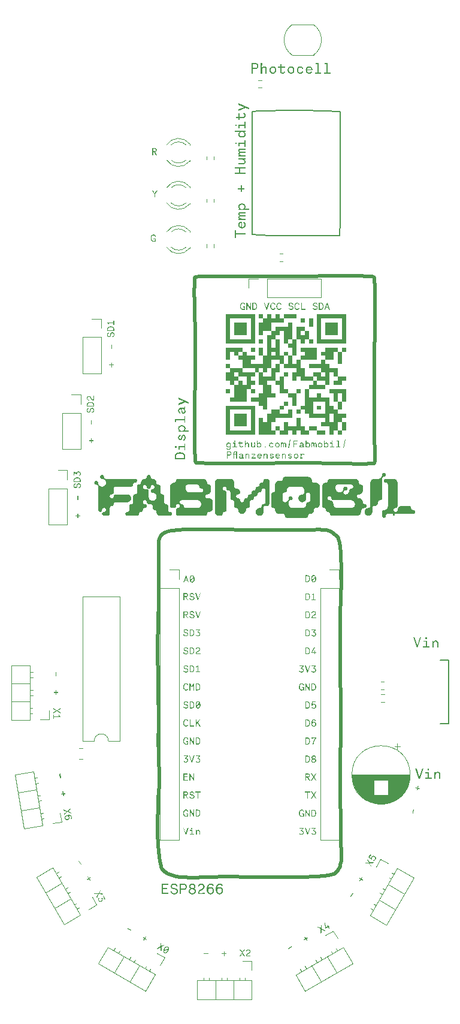
<source format=gbr>
%TF.GenerationSoftware,KiCad,Pcbnew,7.0.8*%
%TF.CreationDate,2024-08-01T15:22:41+02:00*%
%TF.ProjectId,Pflanzensensor,32303234-3036-4303-965f-50666c616e7a,rev?*%
%TF.SameCoordinates,Original*%
%TF.FileFunction,Legend,Top*%
%TF.FilePolarity,Positive*%
%FSLAX46Y46*%
G04 Gerber Fmt 4.6, Leading zero omitted, Abs format (unit mm)*
G04 Created by KiCad (PCBNEW 7.0.8) date 2024-08-01 15:22:41*
%MOMM*%
%LPD*%
G01*
G04 APERTURE LIST*
%ADD10C,0.499997*%
%ADD11C,0.467008*%
%ADD12C,0.000000*%
%ADD13C,0.203199*%
%ADD14C,0.100000*%
%ADD15C,0.150000*%
%ADD16C,0.120000*%
%ADD17C,0.200000*%
G04 APERTURE END LIST*
D10*
X76872899Y-99417984D02*
X76895101Y-100413300D01*
D11*
X71499504Y-85896586D02*
X76817599Y-85971109D01*
X81547611Y-59757891D02*
X81508194Y-59624295D01*
D12*
G36*
X73012824Y-132683741D02*
G01*
X73242835Y-132295679D01*
X73382514Y-132295679D01*
X73083350Y-132768366D01*
X73389594Y-133283442D01*
X73249885Y-133283442D01*
X73005774Y-132855890D01*
X72765845Y-133283442D01*
X72626166Y-133283442D01*
X72932380Y-132758509D01*
X72633216Y-132295679D01*
X72772925Y-132295679D01*
X73012824Y-132683741D01*
G37*
D11*
X81625998Y-84678204D02*
X81613385Y-81918312D01*
X56140916Y-63124028D02*
X56223437Y-68796344D01*
D10*
X73455756Y-144275461D02*
X71209943Y-144370651D01*
X51399847Y-142712188D02*
X51269217Y-142150282D01*
X76895101Y-100413300D02*
X76890068Y-102620689D01*
X76215156Y-143629696D02*
X76025010Y-143816534D01*
D12*
G36*
X69651227Y-84550682D02*
G01*
X69664151Y-84551309D01*
X69676783Y-84552346D01*
X69689122Y-84553786D01*
X69701168Y-84555624D01*
X69712920Y-84557851D01*
X69724376Y-84560463D01*
X69735537Y-84563452D01*
X69746402Y-84566812D01*
X69756969Y-84570535D01*
X69767239Y-84574617D01*
X69777210Y-84579049D01*
X69786883Y-84583826D01*
X69796256Y-84588941D01*
X69805328Y-84594388D01*
X69814099Y-84600159D01*
X69822569Y-84606249D01*
X69830735Y-84612650D01*
X69838599Y-84619357D01*
X69846159Y-84626362D01*
X69853415Y-84633660D01*
X69860365Y-84641243D01*
X69867009Y-84649105D01*
X69873347Y-84657239D01*
X69879377Y-84665640D01*
X69885100Y-84674300D01*
X69890514Y-84683212D01*
X69895618Y-84692371D01*
X69900413Y-84701770D01*
X69904896Y-84711402D01*
X69909069Y-84721261D01*
X69912929Y-84731339D01*
X69814227Y-84781981D01*
X69808818Y-84769410D01*
X69803107Y-84757140D01*
X69796993Y-84745243D01*
X69790376Y-84733788D01*
X69783153Y-84722846D01*
X69775225Y-84712486D01*
X69766490Y-84702780D01*
X69756848Y-84693797D01*
X69751654Y-84689599D01*
X69746196Y-84685608D01*
X69740461Y-84681833D01*
X69734435Y-84678283D01*
X69728107Y-84674966D01*
X69721463Y-84671892D01*
X69714492Y-84669069D01*
X69707180Y-84666505D01*
X69699515Y-84664211D01*
X69691484Y-84662194D01*
X69683075Y-84660463D01*
X69674274Y-84659027D01*
X69665070Y-84657895D01*
X69655450Y-84657075D01*
X69645401Y-84656577D01*
X69634910Y-84656409D01*
X69621408Y-84656698D01*
X69608447Y-84657583D01*
X69596074Y-84659094D01*
X69590122Y-84660092D01*
X69584333Y-84661257D01*
X69578714Y-84662592D01*
X69573271Y-84664101D01*
X69568008Y-84665788D01*
X69562932Y-84667655D01*
X69558048Y-84669706D01*
X69553362Y-84671946D01*
X69548880Y-84674377D01*
X69544607Y-84677002D01*
X69540549Y-84679826D01*
X69536711Y-84682852D01*
X69533100Y-84686084D01*
X69529721Y-84689524D01*
X69526580Y-84693177D01*
X69523682Y-84697047D01*
X69521033Y-84701135D01*
X69518638Y-84705447D01*
X69516505Y-84709985D01*
X69514637Y-84714753D01*
X69513041Y-84719755D01*
X69511722Y-84724994D01*
X69510687Y-84730474D01*
X69509940Y-84736198D01*
X69509488Y-84742170D01*
X69509336Y-84748393D01*
X69509682Y-84757512D01*
X69510769Y-84765862D01*
X69512666Y-84773502D01*
X69513942Y-84777074D01*
X69515447Y-84780492D01*
X69517191Y-84783763D01*
X69519182Y-84786894D01*
X69521430Y-84789893D01*
X69523943Y-84792767D01*
X69526730Y-84795524D01*
X69529801Y-84798172D01*
X69536828Y-84803170D01*
X69545095Y-84807820D01*
X69554674Y-84812183D01*
X69565636Y-84816320D01*
X69578053Y-84820292D01*
X69591995Y-84824157D01*
X69607536Y-84827978D01*
X69624745Y-84831813D01*
X69643695Y-84835725D01*
X69690577Y-84844989D01*
X69714272Y-84850117D01*
X69737797Y-84855837D01*
X69760899Y-84862344D01*
X69783323Y-84869834D01*
X69794202Y-84874010D01*
X69804816Y-84878504D01*
X69815134Y-84883342D01*
X69825125Y-84888549D01*
X69834755Y-84894148D01*
X69843995Y-84900164D01*
X69852811Y-84906622D01*
X69861172Y-84913547D01*
X69869046Y-84920962D01*
X69876403Y-84928892D01*
X69883209Y-84937362D01*
X69889434Y-84946396D01*
X69895045Y-84956018D01*
X69900011Y-84966254D01*
X69904300Y-84977127D01*
X69907880Y-84988663D01*
X69910720Y-85000885D01*
X69912788Y-85013818D01*
X69914052Y-85027486D01*
X69914480Y-85041915D01*
X69914139Y-85055027D01*
X69913127Y-85067647D01*
X69911457Y-85079778D01*
X69909145Y-85091426D01*
X69906204Y-85102596D01*
X69902649Y-85113293D01*
X69898495Y-85123521D01*
X69893756Y-85133287D01*
X69888446Y-85142595D01*
X69882580Y-85151450D01*
X69876173Y-85159857D01*
X69869239Y-85167822D01*
X69861792Y-85175348D01*
X69853847Y-85182442D01*
X69845419Y-85189109D01*
X69836521Y-85195352D01*
X69827168Y-85201179D01*
X69817375Y-85206592D01*
X69796526Y-85216203D01*
X69774090Y-85224224D01*
X69750181Y-85230696D01*
X69724917Y-85235659D01*
X69698412Y-85239154D01*
X69670783Y-85241222D01*
X69642145Y-85241902D01*
X69628519Y-85241693D01*
X69615160Y-85241070D01*
X69602071Y-85240040D01*
X69589254Y-85238609D01*
X69576713Y-85236784D01*
X69564450Y-85234569D01*
X69552468Y-85231974D01*
X69540770Y-85229002D01*
X69529360Y-85225661D01*
X69518239Y-85221958D01*
X69507411Y-85217898D01*
X69496879Y-85213487D01*
X69486645Y-85208733D01*
X69476712Y-85203642D01*
X69467084Y-85198220D01*
X69457763Y-85192472D01*
X69448752Y-85186407D01*
X69440054Y-85180030D01*
X69431672Y-85173347D01*
X69423609Y-85166364D01*
X69415867Y-85159089D01*
X69408450Y-85151527D01*
X69401360Y-85143686D01*
X69394600Y-85135570D01*
X69388174Y-85127187D01*
X69382083Y-85118543D01*
X69376331Y-85109644D01*
X69370921Y-85100496D01*
X69365856Y-85091107D01*
X69361138Y-85081482D01*
X69356771Y-85071628D01*
X69352757Y-85061551D01*
X69451459Y-85010909D01*
X69458131Y-85025109D01*
X69465006Y-85038587D01*
X69472220Y-85051316D01*
X69479905Y-85063271D01*
X69488196Y-85074423D01*
X69497226Y-85084746D01*
X69507130Y-85094214D01*
X69512451Y-85098618D01*
X69518040Y-85102799D01*
X69523915Y-85106752D01*
X69530092Y-85110474D01*
X69536588Y-85113963D01*
X69543419Y-85117214D01*
X69550602Y-85120224D01*
X69558154Y-85122990D01*
X69566092Y-85125508D01*
X69574432Y-85127776D01*
X69592387Y-85131545D01*
X69612152Y-85134270D01*
X69633861Y-85135925D01*
X69657648Y-85136483D01*
X69671540Y-85136289D01*
X69685116Y-85135661D01*
X69698296Y-85134527D01*
X69711000Y-85132819D01*
X69717149Y-85131727D01*
X69723149Y-85130465D01*
X69728989Y-85129025D01*
X69734661Y-85127396D01*
X69740154Y-85125572D01*
X69745457Y-85123542D01*
X69750562Y-85121298D01*
X69755457Y-85118831D01*
X69760133Y-85116133D01*
X69764580Y-85113195D01*
X69768788Y-85110007D01*
X69772747Y-85106562D01*
X69776447Y-85102850D01*
X69779877Y-85098863D01*
X69783028Y-85094592D01*
X69785890Y-85090027D01*
X69788453Y-85085161D01*
X69790707Y-85079985D01*
X69792641Y-85074489D01*
X69794246Y-85068665D01*
X69795512Y-85062505D01*
X69796429Y-85055999D01*
X69796986Y-85049138D01*
X69797174Y-85041915D01*
X69797014Y-85035359D01*
X69796534Y-85029175D01*
X69795736Y-85023348D01*
X69794622Y-85017865D01*
X69793194Y-85012710D01*
X69791453Y-85007869D01*
X69789401Y-85003328D01*
X69787040Y-84999070D01*
X69784371Y-84995083D01*
X69781397Y-84991351D01*
X69778119Y-84987860D01*
X69774539Y-84984594D01*
X69770658Y-84981540D01*
X69766478Y-84978683D01*
X69757230Y-84973501D01*
X69746808Y-84968931D01*
X69735225Y-84964856D01*
X69722496Y-84961159D01*
X69708635Y-84957722D01*
X69677571Y-84951165D01*
X69642145Y-84944247D01*
X69618878Y-84939629D01*
X69595767Y-84934674D01*
X69572999Y-84929236D01*
X69550758Y-84923170D01*
X69529230Y-84916330D01*
X69508600Y-84908571D01*
X69498681Y-84904301D01*
X69489055Y-84899746D01*
X69479747Y-84894889D01*
X69470779Y-84889712D01*
X69462176Y-84884195D01*
X69453959Y-84878321D01*
X69446152Y-84872072D01*
X69438779Y-84865429D01*
X69431863Y-84858374D01*
X69425426Y-84850889D01*
X69419492Y-84842957D01*
X69414084Y-84834558D01*
X69409226Y-84825674D01*
X69404940Y-84816287D01*
X69401250Y-84806380D01*
X69398179Y-84795934D01*
X69395750Y-84784930D01*
X69393986Y-84773351D01*
X69392911Y-84761178D01*
X69392547Y-84748393D01*
X69392867Y-84736279D01*
X69393816Y-84724543D01*
X69395378Y-84713187D01*
X69397538Y-84702210D01*
X69400281Y-84691612D01*
X69403591Y-84681395D01*
X69407453Y-84671558D01*
X69411851Y-84662103D01*
X69416770Y-84653028D01*
X69422193Y-84644336D01*
X69428107Y-84636025D01*
X69434495Y-84628097D01*
X69441341Y-84620552D01*
X69448631Y-84613391D01*
X69456349Y-84606613D01*
X69464479Y-84600219D01*
X69473006Y-84594209D01*
X69481914Y-84588585D01*
X69491189Y-84583345D01*
X69500813Y-84578492D01*
X69521052Y-84569943D01*
X69542507Y-84562941D01*
X69565054Y-84557490D01*
X69588570Y-84553593D01*
X69612930Y-84551252D01*
X69638011Y-84550471D01*
X69651227Y-84550682D01*
G37*
G36*
X63519005Y-80705746D02*
G01*
X61760456Y-80705746D01*
X61760456Y-78947197D01*
X63519005Y-78947197D01*
X63519005Y-80705746D01*
G37*
G36*
X69967190Y-71913001D02*
G01*
X70553200Y-71913001D01*
X70553200Y-71326473D01*
X71139728Y-71326473D01*
X71139728Y-72499012D01*
X71725738Y-72499012D01*
X71725738Y-73671550D01*
X72898277Y-73671550D01*
X72898277Y-73085023D01*
X74070815Y-73085023D01*
X74070815Y-73671550D01*
X74656826Y-73671550D01*
X74656826Y-73085023D01*
X74070815Y-73085023D01*
X74070815Y-72499012D01*
X72312266Y-72499012D01*
X72312266Y-71913001D01*
X74070815Y-71913001D01*
X74070815Y-71326473D01*
X74656826Y-71326473D01*
X74656826Y-71913001D01*
X75242836Y-71913001D01*
X75242836Y-72499012D01*
X76415375Y-72499012D01*
X76415375Y-73671550D01*
X75829364Y-73671550D01*
X75829364Y-73085023D01*
X75242836Y-73085023D01*
X75242836Y-74843571D01*
X74656826Y-74843571D01*
X74656826Y-74257561D01*
X73484287Y-74257561D01*
X73484287Y-73671550D01*
X72898277Y-73671550D01*
X72898277Y-74257561D01*
X71139728Y-74257561D01*
X71139728Y-73671550D01*
X70553200Y-73671550D01*
X70553200Y-74257561D01*
X69967190Y-74257561D01*
X69967190Y-73085023D01*
X70553200Y-73085023D01*
X70553200Y-72499012D01*
X68794652Y-72499012D01*
X68794652Y-71913001D01*
X69381179Y-71913001D01*
X69381179Y-70740463D01*
X69967190Y-70740463D01*
X69967190Y-71913001D01*
G37*
G36*
X67036102Y-65464300D02*
G01*
X67622630Y-65464300D01*
X67622630Y-64878289D01*
X68208641Y-64878289D01*
X68208641Y-65464300D01*
X68794652Y-65464300D01*
X68794652Y-66050827D01*
X67036102Y-66050827D01*
X67036102Y-67223365D01*
X65863565Y-67223365D01*
X65863565Y-67809376D01*
X65277554Y-67809376D01*
X65277554Y-66050827D01*
X65863565Y-66050827D01*
X65863565Y-65464300D01*
X66450092Y-65464300D01*
X66450092Y-64878289D01*
X67036102Y-64878289D01*
X67036102Y-65464300D01*
G37*
G36*
X64691543Y-81878283D02*
G01*
X60587918Y-81878283D01*
X60587918Y-78361186D01*
X61173929Y-78361186D01*
X61173929Y-81292271D01*
X64105016Y-81292271D01*
X64105016Y-78361186D01*
X61173929Y-78361186D01*
X60587918Y-78361186D01*
X60587918Y-77774658D01*
X64691543Y-77774658D01*
X64691543Y-81878283D01*
G37*
D10*
X51067918Y-123560341D02*
X51092783Y-123176550D01*
D12*
G36*
X70553200Y-65464300D02*
G01*
X68794652Y-65464300D01*
X68794652Y-64878289D01*
X70553200Y-64878289D01*
X70553200Y-65464300D01*
G37*
D10*
X51650715Y-143310325D02*
X51559369Y-143146911D01*
D11*
X77658300Y-59459447D02*
X74716859Y-59479521D01*
D12*
G36*
X56707981Y-114454815D02*
G01*
X56707981Y-115333935D01*
X56959160Y-115333935D01*
X56959160Y-115442593D01*
X56338272Y-115442593D01*
X56338272Y-115333935D01*
X56588040Y-115333935D01*
X56588040Y-114628384D01*
X56578749Y-114638136D01*
X56568881Y-114647289D01*
X56558456Y-114655838D01*
X56547491Y-114663780D01*
X56536005Y-114671109D01*
X56524017Y-114677823D01*
X56511545Y-114683917D01*
X56498608Y-114689386D01*
X56485225Y-114694228D01*
X56471414Y-114698437D01*
X56457194Y-114702010D01*
X56442583Y-114704943D01*
X56427600Y-114707230D01*
X56412263Y-114708870D01*
X56396592Y-114709856D01*
X56380604Y-114710186D01*
X56380604Y-114604351D01*
X56395485Y-114604082D01*
X56409710Y-114603291D01*
X56423291Y-114602001D01*
X56436243Y-114600237D01*
X56448579Y-114598022D01*
X56460312Y-114595380D01*
X56471455Y-114592334D01*
X56482023Y-114588910D01*
X56492029Y-114585129D01*
X56501485Y-114581017D01*
X56510407Y-114576597D01*
X56518806Y-114571893D01*
X56526697Y-114566928D01*
X56534093Y-114561726D01*
X56541007Y-114556312D01*
X56547453Y-114550709D01*
X56553445Y-114544940D01*
X56558995Y-114539030D01*
X56564118Y-114533003D01*
X56568826Y-114526882D01*
X56573134Y-114520690D01*
X56577054Y-114514452D01*
X56580601Y-114508192D01*
X56583787Y-114501934D01*
X56589132Y-114489516D01*
X56593196Y-114477389D01*
X56596088Y-114465743D01*
X56597916Y-114454769D01*
X56707981Y-114454815D01*
G37*
G36*
X73484287Y-74843571D02*
G01*
X74656826Y-74843571D01*
X74656826Y-75430099D01*
X72312266Y-75430099D01*
X72312266Y-74843571D01*
X72898277Y-74843571D01*
X72898277Y-74257561D01*
X73484287Y-74257561D01*
X73484287Y-74843571D01*
G37*
D13*
X68641868Y-36102173D02*
X66628319Y-36119277D01*
D12*
G36*
X72105677Y-119559594D02*
G01*
X72131649Y-119561574D01*
X72156522Y-119564830D01*
X72180312Y-119569326D01*
X72203036Y-119575026D01*
X72224712Y-119581894D01*
X72245355Y-119589895D01*
X72264983Y-119598992D01*
X72283612Y-119609150D01*
X72301259Y-119620332D01*
X72317942Y-119632503D01*
X72333677Y-119645627D01*
X72348480Y-119659667D01*
X72362368Y-119674588D01*
X72375359Y-119690354D01*
X72387469Y-119706928D01*
X72398715Y-119724276D01*
X72409114Y-119742361D01*
X72418682Y-119761147D01*
X72427436Y-119780598D01*
X72442571Y-119821353D01*
X72454652Y-119864337D01*
X72463815Y-119909264D01*
X72470193Y-119955845D01*
X72473922Y-120003794D01*
X72475135Y-120052822D01*
X72473875Y-120101856D01*
X72470018Y-120149808D01*
X72463449Y-120196392D01*
X72459111Y-120219081D01*
X72454051Y-120241320D01*
X72448256Y-120263074D01*
X72441710Y-120284305D01*
X72434399Y-120304979D01*
X72426309Y-120325059D01*
X72417426Y-120344510D01*
X72407734Y-120363296D01*
X72397219Y-120381380D01*
X72385867Y-120398728D01*
X72373664Y-120415302D01*
X72360594Y-120431067D01*
X72346644Y-120445987D01*
X72331799Y-120460026D01*
X72316045Y-120473148D01*
X72299366Y-120485318D01*
X72281750Y-120496500D01*
X72263180Y-120506656D01*
X72243643Y-120515753D01*
X72223125Y-120523753D01*
X72201611Y-120530620D01*
X72179085Y-120536320D01*
X72155535Y-120540816D01*
X72130945Y-120544071D01*
X72105302Y-120546051D01*
X72078589Y-120546719D01*
X71817542Y-120546719D01*
X71817542Y-119667599D01*
X71937476Y-119667599D01*
X71937476Y-120438076D01*
X72074347Y-120438046D01*
X72095143Y-120437497D01*
X72114943Y-120435875D01*
X72133770Y-120433211D01*
X72151646Y-120429539D01*
X72168593Y-120424893D01*
X72184632Y-120419305D01*
X72199787Y-120412810D01*
X72214077Y-120405440D01*
X72227527Y-120397229D01*
X72240157Y-120388211D01*
X72251990Y-120378417D01*
X72263047Y-120367882D01*
X72273350Y-120356639D01*
X72282923Y-120344722D01*
X72291785Y-120332163D01*
X72299960Y-120318997D01*
X72307469Y-120305255D01*
X72314335Y-120290972D01*
X72326223Y-120260916D01*
X72335800Y-120229093D01*
X72343242Y-120195771D01*
X72348724Y-120161217D01*
X72352422Y-120125696D01*
X72354513Y-120089476D01*
X72355170Y-120052822D01*
X72354513Y-120016174D01*
X72352422Y-119979957D01*
X72348724Y-119944439D01*
X72343242Y-119909886D01*
X72339777Y-119893055D01*
X72335800Y-119876565D01*
X72331290Y-119860450D01*
X72326223Y-119844742D01*
X72320579Y-119829476D01*
X72314335Y-119814685D01*
X72307469Y-119800402D01*
X72299960Y-119786659D01*
X72291785Y-119773492D01*
X72282923Y-119760932D01*
X72273350Y-119749014D01*
X72263047Y-119737770D01*
X72251990Y-119727235D01*
X72240157Y-119717440D01*
X72227527Y-119708420D01*
X72214077Y-119700208D01*
X72199787Y-119692838D01*
X72184632Y-119686342D01*
X72168593Y-119680754D01*
X72151646Y-119676107D01*
X72133770Y-119672435D01*
X72114943Y-119669770D01*
X72095143Y-119668147D01*
X72074347Y-119667599D01*
X71937476Y-119667599D01*
X71817542Y-119667599D01*
X71817542Y-119558956D01*
X72078589Y-119558926D01*
X72105677Y-119559594D01*
G37*
G36*
X72105677Y-122106957D02*
G01*
X72131649Y-122108937D01*
X72156522Y-122112192D01*
X72180312Y-122116688D01*
X72203036Y-122122387D01*
X72224712Y-122129255D01*
X72245355Y-122137255D01*
X72264983Y-122146351D01*
X72283612Y-122156508D01*
X72301259Y-122167689D01*
X72317942Y-122179859D01*
X72333677Y-122192982D01*
X72348480Y-122207021D01*
X72362368Y-122221941D01*
X72375359Y-122237706D01*
X72387469Y-122254280D01*
X72398715Y-122271627D01*
X72409114Y-122289712D01*
X72418682Y-122308497D01*
X72427436Y-122327948D01*
X72442571Y-122368703D01*
X72454652Y-122411687D01*
X72463815Y-122456616D01*
X72470193Y-122503199D01*
X72473922Y-122551152D01*
X72475135Y-122600186D01*
X72473875Y-122649219D01*
X72470018Y-122697172D01*
X72463449Y-122743756D01*
X72459111Y-122766444D01*
X72454051Y-122788684D01*
X72448256Y-122810437D01*
X72441710Y-122831668D01*
X72434399Y-122852342D01*
X72426309Y-122872423D01*
X72417426Y-122891874D01*
X72407734Y-122910659D01*
X72397219Y-122928744D01*
X72385867Y-122946091D01*
X72373664Y-122962665D01*
X72360594Y-122978430D01*
X72346644Y-122993350D01*
X72331799Y-123007389D01*
X72316045Y-123020512D01*
X72299366Y-123032682D01*
X72281750Y-123043863D01*
X72263180Y-123054020D01*
X72243643Y-123063116D01*
X72223125Y-123071116D01*
X72201611Y-123077984D01*
X72179085Y-123083683D01*
X72155535Y-123088179D01*
X72130945Y-123091434D01*
X72105302Y-123093414D01*
X72078589Y-123094082D01*
X71817542Y-123094082D01*
X71817542Y-122214962D01*
X71937476Y-122214962D01*
X71937476Y-122985409D01*
X72074347Y-122985409D01*
X72095143Y-122984860D01*
X72114943Y-122983237D01*
X72133770Y-122980573D01*
X72151646Y-122976901D01*
X72168593Y-122972254D01*
X72184632Y-122966666D01*
X72199787Y-122960170D01*
X72214077Y-122952799D01*
X72227527Y-122944588D01*
X72240157Y-122935568D01*
X72251990Y-122925773D01*
X72263047Y-122915237D01*
X72273350Y-122903994D01*
X72282923Y-122892075D01*
X72291785Y-122879516D01*
X72299960Y-122866348D01*
X72307469Y-122852606D01*
X72314335Y-122838323D01*
X72326223Y-122808265D01*
X72335800Y-122776443D01*
X72343242Y-122743122D01*
X72348724Y-122708569D01*
X72352422Y-122673051D01*
X72354513Y-122636834D01*
X72355170Y-122600186D01*
X72354513Y-122563537D01*
X72352422Y-122527320D01*
X72348724Y-122491802D01*
X72343242Y-122457249D01*
X72339777Y-122440418D01*
X72335800Y-122423928D01*
X72331290Y-122407813D01*
X72326223Y-122392106D01*
X72320579Y-122376840D01*
X72314335Y-122362048D01*
X72307469Y-122347765D01*
X72299960Y-122334023D01*
X72291785Y-122320855D01*
X72282923Y-122308296D01*
X72273350Y-122296377D01*
X72263047Y-122285134D01*
X72251990Y-122274598D01*
X72240157Y-122264803D01*
X72227527Y-122255783D01*
X72214077Y-122247572D01*
X72199787Y-122240201D01*
X72184632Y-122233705D01*
X72168593Y-122228117D01*
X72151646Y-122223470D01*
X72133770Y-122219798D01*
X72114943Y-122217134D01*
X72095143Y-122215511D01*
X72074347Y-122214962D01*
X71937476Y-122214962D01*
X71817542Y-122214962D01*
X71817542Y-122106289D01*
X72078589Y-122106289D01*
X72105677Y-122106957D01*
G37*
D10*
X59656112Y-95277962D02*
X64007853Y-95323587D01*
D12*
G36*
X72105677Y-111917565D02*
G01*
X72131649Y-111919545D01*
X72156522Y-111922801D01*
X72180312Y-111927297D01*
X72203036Y-111932997D01*
X72224712Y-111939866D01*
X72245355Y-111947866D01*
X72264983Y-111956964D01*
X72283612Y-111967121D01*
X72301259Y-111978303D01*
X72317942Y-111990474D01*
X72333677Y-112003598D01*
X72348480Y-112017638D01*
X72362368Y-112032559D01*
X72375359Y-112048325D01*
X72387469Y-112064900D01*
X72398715Y-112082247D01*
X72409114Y-112100332D01*
X72418682Y-112119118D01*
X72427436Y-112138570D01*
X72442571Y-112179324D01*
X72454652Y-112222308D01*
X72463815Y-112267235D01*
X72470193Y-112313816D01*
X72473922Y-112361765D01*
X72475135Y-112410793D01*
X72473875Y-112459832D01*
X72470018Y-112507788D01*
X72463449Y-112554375D01*
X72459111Y-112577065D01*
X72454051Y-112599304D01*
X72448256Y-112621058D01*
X72441710Y-112642290D01*
X72434399Y-112662964D01*
X72426309Y-112683044D01*
X72417426Y-112702495D01*
X72407734Y-112721280D01*
X72397219Y-112739364D01*
X72385867Y-112756710D01*
X72373664Y-112773283D01*
X72360594Y-112789048D01*
X72346644Y-112803967D01*
X72331799Y-112818005D01*
X72316045Y-112831127D01*
X72299366Y-112843296D01*
X72281750Y-112854476D01*
X72263180Y-112864632D01*
X72243643Y-112873727D01*
X72223125Y-112881726D01*
X72201611Y-112888593D01*
X72179085Y-112894292D01*
X72155535Y-112898787D01*
X72130945Y-112902043D01*
X72105302Y-112904022D01*
X72078589Y-112904690D01*
X71817542Y-112904690D01*
X71817542Y-112025570D01*
X71937476Y-112025570D01*
X71937476Y-112796047D01*
X72074347Y-112796047D01*
X72095143Y-112795499D01*
X72114943Y-112793876D01*
X72133770Y-112791212D01*
X72151646Y-112787539D01*
X72168593Y-112782892D01*
X72184632Y-112777304D01*
X72199787Y-112770808D01*
X72214077Y-112763437D01*
X72227527Y-112755225D01*
X72240157Y-112746205D01*
X72251990Y-112736410D01*
X72263047Y-112725874D01*
X72273350Y-112714630D01*
X72282923Y-112702711D01*
X72291785Y-112690151D01*
X72299960Y-112676983D01*
X72307469Y-112663240D01*
X72314335Y-112648956D01*
X72326223Y-112618896D01*
X72335800Y-112587071D01*
X72343242Y-112553747D01*
X72348724Y-112519191D01*
X72352422Y-112483669D01*
X72354513Y-112447447D01*
X72355170Y-112410793D01*
X72354513Y-112374150D01*
X72352422Y-112337937D01*
X72348724Y-112302421D01*
X72343242Y-112267870D01*
X72339777Y-112251039D01*
X72335800Y-112234550D01*
X72331290Y-112218434D01*
X72326223Y-112202727D01*
X72320579Y-112187461D01*
X72314335Y-112172669D01*
X72307469Y-112158385D01*
X72299960Y-112144642D01*
X72291785Y-112131474D01*
X72282923Y-112118913D01*
X72273350Y-112106994D01*
X72263047Y-112095749D01*
X72251990Y-112085213D01*
X72240157Y-112075417D01*
X72227527Y-112066397D01*
X72214077Y-112058184D01*
X72199787Y-112050812D01*
X72184632Y-112044315D01*
X72168593Y-112038727D01*
X72151646Y-112034079D01*
X72133770Y-112030406D01*
X72114943Y-112027742D01*
X72095143Y-112026119D01*
X72074347Y-112025570D01*
X71937476Y-112025570D01*
X71817542Y-112025570D01*
X71817542Y-111916927D01*
X72078589Y-111916897D01*
X72105677Y-111917565D01*
G37*
D10*
X76461157Y-96481713D02*
X76537918Y-96648369D01*
D12*
G36*
X54972680Y-124630275D02*
G01*
X54992059Y-124631664D01*
X55010702Y-124633927D01*
X55028621Y-124637020D01*
X55045830Y-124640901D01*
X55062339Y-124645526D01*
X55078163Y-124650853D01*
X55093312Y-124656840D01*
X55107800Y-124663442D01*
X55121640Y-124670618D01*
X55134842Y-124678323D01*
X55147420Y-124686516D01*
X55159386Y-124695154D01*
X55170753Y-124704192D01*
X55181533Y-124713590D01*
X55191738Y-124723303D01*
X55201381Y-124733289D01*
X55210474Y-124743504D01*
X55227060Y-124764453D01*
X55241596Y-124785807D01*
X55254180Y-124807221D01*
X55264912Y-124828353D01*
X55273891Y-124848860D01*
X55281217Y-124868398D01*
X55286988Y-124886623D01*
X55181157Y-124931820D01*
X55167456Y-124898801D01*
X55159697Y-124882017D01*
X55151192Y-124865302D01*
X55141836Y-124848843D01*
X55131522Y-124832829D01*
X55120146Y-124817447D01*
X55107602Y-124802885D01*
X55100859Y-124795971D01*
X55093785Y-124789332D01*
X55086366Y-124782993D01*
X55078589Y-124776977D01*
X55070441Y-124771306D01*
X55061909Y-124766005D01*
X55052979Y-124761098D01*
X55043639Y-124756607D01*
X55033875Y-124752557D01*
X55023675Y-124748970D01*
X55013024Y-124745871D01*
X55001910Y-124743282D01*
X54990319Y-124741228D01*
X54978239Y-124739732D01*
X54965656Y-124738817D01*
X54952557Y-124738506D01*
X54937262Y-124738915D01*
X54922338Y-124740139D01*
X54907793Y-124742174D01*
X54893635Y-124745016D01*
X54879870Y-124748663D01*
X54866506Y-124753110D01*
X54853551Y-124758354D01*
X54841013Y-124764391D01*
X54828898Y-124771217D01*
X54817214Y-124778830D01*
X54805970Y-124787225D01*
X54795171Y-124796399D01*
X54784826Y-124806348D01*
X54774942Y-124817068D01*
X54765527Y-124828556D01*
X54756588Y-124840809D01*
X54748133Y-124853822D01*
X54740169Y-124867593D01*
X54725745Y-124897390D01*
X54713375Y-124930172D01*
X54703120Y-124965911D01*
X54695040Y-125004576D01*
X54689194Y-125046139D01*
X54685642Y-125090572D01*
X54684445Y-125137844D01*
X54684742Y-125161706D01*
X54685627Y-125184872D01*
X54687094Y-125207338D01*
X54689136Y-125229101D01*
X54691747Y-125250156D01*
X54694919Y-125270499D01*
X54698646Y-125290128D01*
X54702922Y-125309038D01*
X54707739Y-125327224D01*
X54713091Y-125344684D01*
X54718971Y-125361414D01*
X54725373Y-125377409D01*
X54732289Y-125392666D01*
X54739714Y-125407181D01*
X54747639Y-125420950D01*
X54756059Y-125433970D01*
X54764967Y-125446235D01*
X54774356Y-125457744D01*
X54784220Y-125468491D01*
X54794551Y-125478473D01*
X54805343Y-125487686D01*
X54816589Y-125496126D01*
X54828283Y-125503790D01*
X54840417Y-125510673D01*
X54852986Y-125516772D01*
X54865982Y-125522083D01*
X54879399Y-125526602D01*
X54893230Y-125530325D01*
X54907467Y-125533248D01*
X54922106Y-125535368D01*
X54937138Y-125536681D01*
X54952557Y-125537182D01*
X54975588Y-125536438D01*
X54986891Y-125535306D01*
X54998032Y-125533668D01*
X55008995Y-125531520D01*
X55019765Y-125528863D01*
X55030326Y-125525696D01*
X55040662Y-125522016D01*
X55050759Y-125517824D01*
X55060601Y-125513119D01*
X55070172Y-125507898D01*
X55079457Y-125502162D01*
X55088440Y-125495909D01*
X55097105Y-125489138D01*
X55105438Y-125481849D01*
X55113423Y-125474039D01*
X55121044Y-125465709D01*
X55128285Y-125456856D01*
X55135132Y-125447481D01*
X55141568Y-125437581D01*
X55147578Y-125427157D01*
X55153148Y-125416206D01*
X55158260Y-125404728D01*
X55162900Y-125392722D01*
X55167052Y-125380187D01*
X55170701Y-125367122D01*
X55173831Y-125353526D01*
X55176427Y-125339397D01*
X55178473Y-125324735D01*
X55179954Y-125309538D01*
X55180853Y-125293807D01*
X55181157Y-125277538D01*
X55181157Y-125276531D01*
X54985012Y-125280529D01*
X54985009Y-125171658D01*
X55284165Y-125171658D01*
X55284165Y-125631680D01*
X55196675Y-125631680D01*
X55183976Y-125499035D01*
X55178558Y-125509887D01*
X55172896Y-125520221D01*
X55167004Y-125530049D01*
X55160893Y-125539381D01*
X55154577Y-125548229D01*
X55148067Y-125556605D01*
X55141378Y-125564519D01*
X55134520Y-125571984D01*
X55127508Y-125579010D01*
X55120353Y-125585609D01*
X55113068Y-125591793D01*
X55105667Y-125597572D01*
X55098161Y-125602959D01*
X55090563Y-125607964D01*
X55075144Y-125616875D01*
X55059509Y-125624396D01*
X55043761Y-125630620D01*
X55028000Y-125635636D01*
X55012328Y-125639536D01*
X54996846Y-125642410D01*
X54981655Y-125644351D01*
X54966857Y-125645448D01*
X54952553Y-125645794D01*
X54928224Y-125645122D01*
X54904710Y-125643128D01*
X54882009Y-125639846D01*
X54860118Y-125635310D01*
X54839035Y-125629555D01*
X54818755Y-125622615D01*
X54799277Y-125614523D01*
X54780598Y-125605314D01*
X54762715Y-125595022D01*
X54745624Y-125583681D01*
X54729324Y-125571325D01*
X54713810Y-125557988D01*
X54699082Y-125543704D01*
X54685135Y-125528508D01*
X54671966Y-125512433D01*
X54659574Y-125495514D01*
X54647954Y-125477785D01*
X54637105Y-125459279D01*
X54617706Y-125420076D01*
X54601354Y-125378177D01*
X54588026Y-125333855D01*
X54577699Y-125287384D01*
X54570351Y-125239035D01*
X54565959Y-125189083D01*
X54564500Y-125137798D01*
X54565881Y-125087910D01*
X54570061Y-125038993D01*
X54577094Y-124991358D01*
X54581697Y-124968118D01*
X54587033Y-124945314D01*
X54593109Y-124922986D01*
X54599932Y-124901173D01*
X54607509Y-124879912D01*
X54615845Y-124859243D01*
X54624949Y-124839204D01*
X54634826Y-124819835D01*
X54645483Y-124801173D01*
X54656927Y-124783259D01*
X54669165Y-124766129D01*
X54682204Y-124749824D01*
X54696050Y-124734382D01*
X54710709Y-124719842D01*
X54726189Y-124706242D01*
X54742497Y-124693622D01*
X54759638Y-124682020D01*
X54777621Y-124671474D01*
X54796451Y-124662024D01*
X54816135Y-124653708D01*
X54836680Y-124646565D01*
X54858092Y-124640634D01*
X54880379Y-124635953D01*
X54903547Y-124632562D01*
X54927603Y-124630499D01*
X54952553Y-124629803D01*
X54972680Y-124630275D01*
G37*
D11*
X58754916Y-85913437D02*
X63440656Y-85914664D01*
D12*
G36*
X66249508Y-84550796D02*
G01*
X66263076Y-84551764D01*
X66276330Y-84553364D01*
X66289260Y-84555584D01*
X66301859Y-84558413D01*
X66314117Y-84561840D01*
X66326026Y-84565855D01*
X66337576Y-84570445D01*
X66348759Y-84575600D01*
X66359565Y-84581309D01*
X66369987Y-84587560D01*
X66380014Y-84594342D01*
X66389639Y-84601644D01*
X66398852Y-84609455D01*
X66407645Y-84617764D01*
X66416008Y-84626559D01*
X66423933Y-84635830D01*
X66431411Y-84645565D01*
X66438433Y-84655753D01*
X66444991Y-84666384D01*
X66451074Y-84677445D01*
X66456675Y-84688925D01*
X66461785Y-84700814D01*
X66466395Y-84713101D01*
X66470495Y-84725773D01*
X66474077Y-84738821D01*
X66477133Y-84752232D01*
X66479653Y-84765996D01*
X66481628Y-84780102D01*
X66483050Y-84794538D01*
X66483910Y-84809293D01*
X66484198Y-84824357D01*
X66482648Y-85227950D01*
X66365343Y-85227950D01*
X66366893Y-84855363D01*
X66366893Y-84824357D01*
X66366593Y-84806606D01*
X66365884Y-84795233D01*
X66364505Y-84782636D01*
X66362232Y-84769146D01*
X66358842Y-84755094D01*
X66356658Y-84747960D01*
X66354112Y-84740809D01*
X66351176Y-84733684D01*
X66347820Y-84726624D01*
X66344018Y-84719672D01*
X66339742Y-84712869D01*
X66334963Y-84706256D01*
X66329655Y-84699875D01*
X66323788Y-84693766D01*
X66317335Y-84687972D01*
X66310269Y-84682533D01*
X66302561Y-84677491D01*
X66294183Y-84672888D01*
X66285108Y-84668764D01*
X66275307Y-84665161D01*
X66264753Y-84662121D01*
X66253418Y-84659684D01*
X66241274Y-84657892D01*
X66228293Y-84656787D01*
X66214447Y-84656409D01*
X66198779Y-84656897D01*
X66184034Y-84658334D01*
X66170186Y-84660675D01*
X66157204Y-84663877D01*
X66145063Y-84667897D01*
X66133734Y-84672692D01*
X66123188Y-84678218D01*
X66113398Y-84684431D01*
X66104336Y-84691290D01*
X66095975Y-84698749D01*
X66088285Y-84706766D01*
X66081239Y-84715298D01*
X66074810Y-84724300D01*
X66068969Y-84733730D01*
X66063688Y-84743545D01*
X66058939Y-84753701D01*
X66050927Y-84774862D01*
X66044709Y-84796866D01*
X66040061Y-84819368D01*
X66036759Y-84842020D01*
X66034581Y-84864475D01*
X66033301Y-84886386D01*
X66032546Y-84927192D01*
X66034097Y-85227950D01*
X65916791Y-85227950D01*
X65916791Y-84564940D01*
X65990172Y-84564940D01*
X66042365Y-84648141D01*
X66051605Y-84635880D01*
X66061319Y-84624495D01*
X66071487Y-84613972D01*
X66082088Y-84604301D01*
X66093102Y-84595471D01*
X66104509Y-84587468D01*
X66116287Y-84580283D01*
X66128417Y-84573903D01*
X66140877Y-84568317D01*
X66153647Y-84563513D01*
X66166707Y-84559480D01*
X66180037Y-84556206D01*
X66193614Y-84553680D01*
X66207421Y-84551889D01*
X66221434Y-84550824D01*
X66235635Y-84550471D01*
X66249508Y-84550796D01*
G37*
D10*
X69596190Y-95336369D02*
X72758526Y-95297622D01*
D12*
G36*
X71318976Y-83006650D02*
G01*
X71333069Y-83007460D01*
X71346842Y-83008798D01*
X71360288Y-83010659D01*
X71373395Y-83013033D01*
X71386155Y-83015912D01*
X71398558Y-83019289D01*
X71410593Y-83023156D01*
X71422252Y-83027505D01*
X71433524Y-83032327D01*
X71444399Y-83037614D01*
X71454869Y-83043359D01*
X71464922Y-83049554D01*
X71474551Y-83056190D01*
X71483743Y-83063260D01*
X71492491Y-83070756D01*
X71500784Y-83078668D01*
X71508613Y-83086991D01*
X71515967Y-83095715D01*
X71522838Y-83104832D01*
X71529215Y-83114336D01*
X71535088Y-83124216D01*
X71540448Y-83134466D01*
X71545286Y-83145078D01*
X71549590Y-83156043D01*
X71553352Y-83167354D01*
X71556563Y-83179002D01*
X71559211Y-83190979D01*
X71561288Y-83203278D01*
X71562783Y-83215891D01*
X71563688Y-83228809D01*
X71563991Y-83242024D01*
X71563991Y-83578954D01*
X71664243Y-83578954D01*
X71664243Y-83683341D01*
X71490611Y-83683341D01*
X71448236Y-83601693D01*
X71439660Y-83613237D01*
X71430340Y-83624054D01*
X71420287Y-83634143D01*
X71409510Y-83643500D01*
X71398018Y-83652123D01*
X71385820Y-83660010D01*
X71372925Y-83667158D01*
X71359344Y-83673564D01*
X71345084Y-83679226D01*
X71330156Y-83684141D01*
X71314568Y-83688307D01*
X71298330Y-83691721D01*
X71281451Y-83694381D01*
X71263940Y-83696284D01*
X71245807Y-83697428D01*
X71227061Y-83697810D01*
X71214734Y-83697607D01*
X71202632Y-83697002D01*
X71190764Y-83695996D01*
X71179142Y-83694594D01*
X71167777Y-83692798D01*
X71156680Y-83690612D01*
X71145862Y-83688038D01*
X71135334Y-83685081D01*
X71125106Y-83681743D01*
X71115190Y-83678026D01*
X71105597Y-83673936D01*
X71096338Y-83669474D01*
X71087424Y-83664644D01*
X71078865Y-83659448D01*
X71070672Y-83653891D01*
X71062858Y-83647975D01*
X71055432Y-83641704D01*
X71048405Y-83635080D01*
X71041789Y-83628107D01*
X71035595Y-83620789D01*
X71029833Y-83613127D01*
X71024514Y-83605125D01*
X71019650Y-83596787D01*
X71015252Y-83588116D01*
X71011329Y-83579114D01*
X71007895Y-83569786D01*
X71004958Y-83560133D01*
X71002531Y-83550160D01*
X71000624Y-83539870D01*
X70999248Y-83529265D01*
X70998415Y-83518349D01*
X70998134Y-83507125D01*
X70998821Y-83494721D01*
X71119574Y-83494721D01*
X71120025Y-83504649D01*
X71121390Y-83514291D01*
X71123688Y-83523599D01*
X71125192Y-83528112D01*
X71126936Y-83532523D01*
X71128922Y-83536826D01*
X71131153Y-83541015D01*
X71133630Y-83545083D01*
X71136357Y-83549025D01*
X71139335Y-83552834D01*
X71142566Y-83556505D01*
X71146053Y-83560031D01*
X71149799Y-83563406D01*
X71153805Y-83566623D01*
X71158073Y-83569678D01*
X71162607Y-83572563D01*
X71167408Y-83575273D01*
X71172479Y-83577801D01*
X71177821Y-83580141D01*
X71183438Y-83582288D01*
X71189330Y-83584234D01*
X71195502Y-83585975D01*
X71201955Y-83587503D01*
X71208690Y-83588813D01*
X71215712Y-83589899D01*
X71223021Y-83590754D01*
X71230620Y-83591372D01*
X71238512Y-83591747D01*
X71246698Y-83591874D01*
X71258819Y-83591686D01*
X71270575Y-83591127D01*
X71281966Y-83590205D01*
X71292990Y-83588929D01*
X71303646Y-83587307D01*
X71313931Y-83585347D01*
X71323846Y-83583057D01*
X71333389Y-83580445D01*
X71342557Y-83577520D01*
X71351351Y-83574289D01*
X71359768Y-83570762D01*
X71367807Y-83566945D01*
X71375468Y-83562847D01*
X71382747Y-83558477D01*
X71389646Y-83553843D01*
X71396161Y-83548952D01*
X71402291Y-83543813D01*
X71408036Y-83538435D01*
X71413393Y-83532824D01*
X71418363Y-83526990D01*
X71422942Y-83520941D01*
X71427130Y-83514685D01*
X71430926Y-83508230D01*
X71434327Y-83501584D01*
X71437334Y-83494755D01*
X71439944Y-83487752D01*
X71442156Y-83480582D01*
X71443969Y-83473255D01*
X71445382Y-83465778D01*
X71446392Y-83458159D01*
X71447000Y-83450406D01*
X71447202Y-83442528D01*
X71447202Y-83363463D01*
X71436330Y-83368337D01*
X71424920Y-83372673D01*
X71413028Y-83376520D01*
X71400713Y-83379927D01*
X71375047Y-83385614D01*
X71348386Y-83390125D01*
X71241055Y-83404223D01*
X71216370Y-83408714D01*
X71204669Y-83411373D01*
X71193472Y-83414372D01*
X71182838Y-83417762D01*
X71172825Y-83421589D01*
X71163490Y-83425904D01*
X71154891Y-83430756D01*
X71147087Y-83436191D01*
X71140136Y-83442261D01*
X71134095Y-83449013D01*
X71129022Y-83456497D01*
X71124975Y-83464761D01*
X71122013Y-83473853D01*
X71120194Y-83483824D01*
X71119574Y-83494721D01*
X70998821Y-83494721D01*
X70999423Y-83483848D01*
X71003178Y-83462638D01*
X71009235Y-83443388D01*
X71017430Y-83425990D01*
X71027599Y-83410337D01*
X71039577Y-83396320D01*
X71053199Y-83383833D01*
X71068301Y-83372769D01*
X71084719Y-83363019D01*
X71102288Y-83354476D01*
X71120844Y-83347032D01*
X71140222Y-83340581D01*
X71180788Y-83330226D01*
X71222668Y-83322551D01*
X71305114Y-83311798D01*
X71343048Y-83307001D01*
X71377036Y-83301445D01*
X71405760Y-83294269D01*
X71417738Y-83289805D01*
X71427907Y-83284614D01*
X71436102Y-83278587D01*
X71442159Y-83271619D01*
X71445914Y-83263601D01*
X71447202Y-83254426D01*
X71447202Y-83236340D01*
X71446698Y-83224716D01*
X71445166Y-83213185D01*
X71442581Y-83201839D01*
X71438918Y-83190768D01*
X71436675Y-83185364D01*
X71434151Y-83180063D01*
X71431346Y-83174876D01*
X71428255Y-83169814D01*
X71424874Y-83164888D01*
X71421202Y-83160111D01*
X71417234Y-83155493D01*
X71412968Y-83151046D01*
X71408400Y-83146780D01*
X71403527Y-83142708D01*
X71398346Y-83138840D01*
X71392853Y-83135188D01*
X71387045Y-83131763D01*
X71380920Y-83128577D01*
X71374474Y-83125640D01*
X71367703Y-83122964D01*
X71360605Y-83120561D01*
X71353176Y-83118442D01*
X71345413Y-83116617D01*
X71337312Y-83115099D01*
X71328872Y-83113899D01*
X71320088Y-83113028D01*
X71310956Y-83112496D01*
X71301475Y-83112317D01*
X71292732Y-83112453D01*
X71284225Y-83112857D01*
X71275952Y-83113527D01*
X71267909Y-83114459D01*
X71260094Y-83115648D01*
X71252503Y-83117093D01*
X71245133Y-83118788D01*
X71237982Y-83120730D01*
X71231046Y-83122917D01*
X71224321Y-83125343D01*
X71217805Y-83128006D01*
X71211495Y-83130902D01*
X71205388Y-83134027D01*
X71199480Y-83137379D01*
X71193769Y-83140952D01*
X71188251Y-83144744D01*
X71182923Y-83148751D01*
X71177782Y-83152969D01*
X71172825Y-83157395D01*
X71168048Y-83162025D01*
X71163450Y-83166856D01*
X71159026Y-83171883D01*
X71154774Y-83177105D01*
X71150690Y-83182516D01*
X71143015Y-83193893D01*
X71135976Y-83205986D01*
X71129549Y-83218766D01*
X71123708Y-83232205D01*
X71025006Y-83181046D01*
X71030590Y-83168875D01*
X71036486Y-83157225D01*
X71042684Y-83146088D01*
X71049173Y-83135456D01*
X71055941Y-83125320D01*
X71062979Y-83115670D01*
X71070274Y-83106497D01*
X71077816Y-83097793D01*
X71085595Y-83089549D01*
X71093599Y-83081756D01*
X71101817Y-83074406D01*
X71110238Y-83067488D01*
X71127648Y-83054916D01*
X71145740Y-83043969D01*
X71164428Y-83034578D01*
X71183624Y-83026669D01*
X71203240Y-83020173D01*
X71223189Y-83015017D01*
X71243385Y-83011131D01*
X71263740Y-83008443D01*
X71284166Y-83006883D01*
X71304576Y-83006379D01*
X71318976Y-83006650D01*
G37*
G36*
X56672676Y-119536076D02*
G01*
X56695619Y-119538266D01*
X56717562Y-119541857D01*
X56738522Y-119546804D01*
X56758515Y-119553058D01*
X56777560Y-119560572D01*
X56795671Y-119569299D01*
X56812866Y-119579191D01*
X56829163Y-119590202D01*
X56844577Y-119602283D01*
X56859125Y-119615389D01*
X56872825Y-119629471D01*
X56885692Y-119644482D01*
X56897745Y-119660374D01*
X56908999Y-119677102D01*
X56919472Y-119694616D01*
X56938139Y-119731818D01*
X56953882Y-119771602D01*
X56966834Y-119813589D01*
X56977130Y-119857400D01*
X56984904Y-119902659D01*
X56990290Y-119948986D01*
X56993424Y-119996003D01*
X56994439Y-120043331D01*
X56993424Y-120090660D01*
X56990291Y-120137677D01*
X56984904Y-120184004D01*
X56977130Y-120229262D01*
X56972306Y-120251373D01*
X56966835Y-120273074D01*
X56960699Y-120294319D01*
X56953883Y-120315061D01*
X56946369Y-120335252D01*
X56938140Y-120354844D01*
X56929181Y-120373791D01*
X56919473Y-120392046D01*
X56909001Y-120409561D01*
X56897747Y-120426288D01*
X56885694Y-120442181D01*
X56872826Y-120457192D01*
X56859127Y-120471274D01*
X56844578Y-120484379D01*
X56829164Y-120496461D01*
X56812868Y-120507471D01*
X56795672Y-120517364D01*
X56777561Y-120526091D01*
X56758517Y-120533605D01*
X56738523Y-120539859D01*
X56717563Y-120544805D01*
X56695620Y-120548397D01*
X56672676Y-120550586D01*
X56648716Y-120551327D01*
X56624757Y-120550586D01*
X56601814Y-120548397D01*
X56579871Y-120544805D01*
X56558911Y-120539859D01*
X56538917Y-120533606D01*
X56519873Y-120526092D01*
X56501762Y-120517366D01*
X56484566Y-120507474D01*
X56468270Y-120496463D01*
X56452856Y-120484382D01*
X56438308Y-120471277D01*
X56424608Y-120457196D01*
X56411740Y-120442185D01*
X56399688Y-120426293D01*
X56388434Y-120409566D01*
X56377961Y-120392052D01*
X56359294Y-120354851D01*
X56358317Y-120352383D01*
X56489262Y-120352383D01*
X56496324Y-120362691D01*
X56503754Y-120372455D01*
X56511556Y-120381658D01*
X56519734Y-120390285D01*
X56528293Y-120398317D01*
X56537236Y-120405738D01*
X56546568Y-120412532D01*
X56556292Y-120418682D01*
X56566413Y-120424171D01*
X56576935Y-120428982D01*
X56587862Y-120433099D01*
X56599198Y-120436505D01*
X56610948Y-120439184D01*
X56623114Y-120441117D01*
X56635703Y-120442290D01*
X56648716Y-120442684D01*
X56648716Y-120442700D01*
X56663269Y-120442203D01*
X56677297Y-120440726D01*
X56690804Y-120438290D01*
X56703794Y-120434916D01*
X56716272Y-120430624D01*
X56728241Y-120425435D01*
X56739706Y-120419370D01*
X56750670Y-120412449D01*
X56761138Y-120404692D01*
X56771114Y-120396121D01*
X56780603Y-120386757D01*
X56789608Y-120376619D01*
X56798133Y-120365729D01*
X56806183Y-120354107D01*
X56820872Y-120328751D01*
X56833710Y-120300715D01*
X56844728Y-120270166D01*
X56853961Y-120237269D01*
X56861441Y-120202189D01*
X56867201Y-120165091D01*
X56871274Y-120126141D01*
X56873694Y-120085505D01*
X56874493Y-120043347D01*
X56874229Y-120019736D01*
X56873436Y-119996556D01*
X56872114Y-119973839D01*
X56870263Y-119951620D01*
X56867882Y-119929931D01*
X56864972Y-119908805D01*
X56861533Y-119888275D01*
X56857563Y-119868374D01*
X56489262Y-120352383D01*
X56358317Y-120352383D01*
X56343551Y-120315067D01*
X56330599Y-120273081D01*
X56320303Y-120229269D01*
X56312529Y-120184009D01*
X56307142Y-120137681D01*
X56304009Y-120090662D01*
X56302994Y-120043331D01*
X56302995Y-120043315D01*
X56422936Y-120043315D01*
X56423200Y-120067892D01*
X56423993Y-120091954D01*
X56425315Y-120115454D01*
X56427166Y-120138374D01*
X56429547Y-120160698D01*
X56432457Y-120182408D01*
X56435896Y-120203488D01*
X56439865Y-120223919D01*
X56809578Y-119738491D01*
X56802517Y-119727673D01*
X56795085Y-119717433D01*
X56787277Y-119707786D01*
X56779087Y-119698749D01*
X56770508Y-119690340D01*
X56761535Y-119682574D01*
X56752160Y-119675469D01*
X56742378Y-119669041D01*
X56732182Y-119663307D01*
X56721567Y-119658283D01*
X56710525Y-119653986D01*
X56699052Y-119650433D01*
X56687140Y-119647641D01*
X56674784Y-119645626D01*
X56661977Y-119644404D01*
X56648713Y-119643993D01*
X56634160Y-119644490D01*
X56620132Y-119645967D01*
X56606625Y-119648402D01*
X56593635Y-119651776D01*
X56581157Y-119656068D01*
X56569188Y-119661256D01*
X56557723Y-119667321D01*
X56546759Y-119674242D01*
X56536291Y-119681998D01*
X56526314Y-119690568D01*
X56516826Y-119699932D01*
X56507821Y-119710069D01*
X56499296Y-119720959D01*
X56491246Y-119732580D01*
X56476557Y-119757935D01*
X56463719Y-119785969D01*
X56452701Y-119816516D01*
X56443468Y-119849412D01*
X56435988Y-119884491D01*
X56430228Y-119921588D01*
X56426155Y-119960537D01*
X56423735Y-120001173D01*
X56422936Y-120043315D01*
X56302995Y-120043315D01*
X56304009Y-119996003D01*
X56307142Y-119948986D01*
X56312529Y-119902659D01*
X56320302Y-119857400D01*
X56325127Y-119835290D01*
X56330598Y-119813589D01*
X56336734Y-119792343D01*
X56343550Y-119771602D01*
X56351064Y-119751411D01*
X56359292Y-119731818D01*
X56368252Y-119712871D01*
X56377960Y-119694616D01*
X56388432Y-119677102D01*
X56399686Y-119660374D01*
X56411739Y-119644482D01*
X56424606Y-119629471D01*
X56438306Y-119615389D01*
X56452854Y-119602283D01*
X56468268Y-119590202D01*
X56484565Y-119579191D01*
X56501760Y-119569299D01*
X56519872Y-119560572D01*
X56538916Y-119553058D01*
X56558910Y-119546804D01*
X56579870Y-119541857D01*
X56601813Y-119538266D01*
X56624756Y-119536076D01*
X56648716Y-119535336D01*
X56672676Y-119536076D01*
G37*
D10*
X76876450Y-123773502D02*
X76776845Y-128332476D01*
X51750184Y-143434439D02*
X51650715Y-143310325D01*
D12*
G36*
X69537759Y-83782559D02*
G01*
X69417869Y-83782559D01*
X69643695Y-82572814D01*
X69765135Y-82572814D01*
X69537759Y-83782559D01*
G37*
G36*
X68794652Y-78361186D02*
G01*
X68208641Y-78361186D01*
X68208641Y-77774658D01*
X68794652Y-77774658D01*
X68794652Y-78361186D01*
G37*
G36*
X73249914Y-83006988D02*
G01*
X73265610Y-83008776D01*
X73280261Y-83011680D01*
X73293906Y-83015638D01*
X73306579Y-83020589D01*
X73318316Y-83026472D01*
X73329153Y-83033223D01*
X73339125Y-83040783D01*
X73348270Y-83049088D01*
X73356622Y-83058078D01*
X73364218Y-83067690D01*
X73371093Y-83077862D01*
X73377283Y-83088534D01*
X73382824Y-83099644D01*
X73387752Y-83111128D01*
X73392103Y-83122927D01*
X73399216Y-83147220D01*
X73404450Y-83172027D01*
X73408091Y-83196856D01*
X73410428Y-83221212D01*
X73411746Y-83244602D01*
X73412332Y-83266531D01*
X73412457Y-83304036D01*
X73412457Y-83687993D01*
X73295668Y-83687993D01*
X73295668Y-83304036D01*
X73295508Y-83273920D01*
X73295124Y-83258047D01*
X73294375Y-83241933D01*
X73293139Y-83225804D01*
X73291294Y-83209888D01*
X73288717Y-83194412D01*
X73287117Y-83186909D01*
X73285287Y-83179601D01*
X73283214Y-83172517D01*
X73280882Y-83165684D01*
X73278275Y-83159131D01*
X73275378Y-83152886D01*
X73272177Y-83146978D01*
X73268655Y-83141435D01*
X73264798Y-83136285D01*
X73260590Y-83131557D01*
X73256016Y-83127279D01*
X73251061Y-83123480D01*
X73245709Y-83120187D01*
X73239946Y-83117429D01*
X73233755Y-83115235D01*
X73227122Y-83113633D01*
X73220032Y-83112651D01*
X73212469Y-83112317D01*
X73200484Y-83113172D01*
X73188903Y-83115791D01*
X73177778Y-83120256D01*
X73167160Y-83126647D01*
X73157099Y-83135046D01*
X73147646Y-83145533D01*
X73138852Y-83158189D01*
X73130767Y-83173096D01*
X73123444Y-83190335D01*
X73116932Y-83209987D01*
X73111282Y-83232132D01*
X73106546Y-83256852D01*
X73102773Y-83284228D01*
X73100016Y-83314341D01*
X73098324Y-83347271D01*
X73097748Y-83383101D01*
X73097748Y-83683341D01*
X72983543Y-83683341D01*
X72980959Y-83299903D01*
X72980861Y-83282164D01*
X72980509Y-83264499D01*
X72979810Y-83247055D01*
X72978674Y-83229981D01*
X72977010Y-83213423D01*
X72974726Y-83197531D01*
X72973323Y-83189880D01*
X72971731Y-83182451D01*
X72969938Y-83175261D01*
X72967934Y-83168331D01*
X72965707Y-83161677D01*
X72963245Y-83155319D01*
X72960536Y-83149274D01*
X72957571Y-83143562D01*
X72954336Y-83138201D01*
X72950822Y-83133209D01*
X72947016Y-83128605D01*
X72942907Y-83124407D01*
X72938483Y-83120634D01*
X72933734Y-83117304D01*
X72928648Y-83114436D01*
X72923213Y-83112047D01*
X72917418Y-83110158D01*
X72911252Y-83108785D01*
X72904703Y-83107948D01*
X72897760Y-83107665D01*
X72886800Y-83108387D01*
X72876172Y-83110597D01*
X72865916Y-83114357D01*
X72856071Y-83119733D01*
X72846679Y-83126788D01*
X72837778Y-83135585D01*
X72829409Y-83146190D01*
X72821611Y-83158665D01*
X72814425Y-83173076D01*
X72807890Y-83189485D01*
X72802046Y-83207956D01*
X72796933Y-83228554D01*
X72792591Y-83251343D01*
X72789060Y-83276386D01*
X72786379Y-83303747D01*
X72784589Y-83333491D01*
X72786139Y-83683341D01*
X72667800Y-83683341D01*
X72668833Y-83020331D01*
X72742214Y-83020331D01*
X72780454Y-83080794D01*
X72785680Y-83072748D01*
X72791307Y-83065035D01*
X72797343Y-83057680D01*
X72803792Y-83050709D01*
X72810663Y-83044148D01*
X72817960Y-83038022D01*
X72825692Y-83032358D01*
X72833863Y-83027180D01*
X72842481Y-83022515D01*
X72851552Y-83018388D01*
X72861082Y-83014826D01*
X72871078Y-83011854D01*
X72881546Y-83009497D01*
X72892493Y-83007782D01*
X72903925Y-83006734D01*
X72915848Y-83006379D01*
X72923542Y-83006526D01*
X72931017Y-83006962D01*
X72938277Y-83007680D01*
X72945325Y-83008673D01*
X72952164Y-83009934D01*
X72958797Y-83011455D01*
X72965227Y-83013229D01*
X72971459Y-83015250D01*
X72977495Y-83017510D01*
X72983338Y-83020002D01*
X72988992Y-83022718D01*
X72994460Y-83025652D01*
X72999745Y-83028797D01*
X73004852Y-83032145D01*
X73009782Y-83035690D01*
X73014539Y-83039423D01*
X73019127Y-83043338D01*
X73023548Y-83047428D01*
X73027807Y-83051686D01*
X73031906Y-83056104D01*
X73039638Y-83065393D01*
X73046772Y-83075238D01*
X73053333Y-83085582D01*
X73059347Y-83096367D01*
X73064841Y-83107537D01*
X73069842Y-83119035D01*
X73075645Y-83107305D01*
X73081952Y-83095963D01*
X73088782Y-83085058D01*
X73096152Y-83074643D01*
X73104079Y-83064768D01*
X73112582Y-83055485D01*
X73121678Y-83046843D01*
X73131384Y-83038894D01*
X73141719Y-83031690D01*
X73152700Y-83025281D01*
X73158438Y-83022390D01*
X73164345Y-83019718D01*
X73170421Y-83017269D01*
X73176670Y-83015052D01*
X73183094Y-83013071D01*
X73189695Y-83011334D01*
X73196475Y-83009846D01*
X73203437Y-83008615D01*
X73210581Y-83007646D01*
X73217912Y-83006946D01*
X73225431Y-83006522D01*
X73233140Y-83006379D01*
X73249914Y-83006988D01*
G37*
D10*
X53196064Y-95404742D02*
X53604008Y-95358735D01*
X52101202Y-95656524D02*
X52228263Y-95610996D01*
D12*
G36*
X64691543Y-68981914D02*
G01*
X60587918Y-68981914D01*
X60587918Y-65464300D01*
X61173929Y-65464300D01*
X61173929Y-68395387D01*
X64105016Y-68395387D01*
X64105016Y-65464300D01*
X61173929Y-65464300D01*
X60587918Y-65464300D01*
X60587918Y-64878289D01*
X64691543Y-64878289D01*
X64691543Y-68981914D01*
G37*
D10*
X68681945Y-144402077D02*
X66140715Y-144389055D01*
X55725460Y-95264025D02*
X56390046Y-95258101D01*
D11*
X56235118Y-85178790D02*
X56256504Y-85407055D01*
D10*
X69596366Y-95336404D02*
X69596190Y-95336369D01*
D11*
X56318995Y-85748635D02*
X56339250Y-85804311D01*
X56252376Y-59582437D02*
X56231568Y-59608716D01*
D12*
G36*
X43099005Y-87565746D02*
G01*
X43112958Y-87566861D01*
X43126708Y-87568658D01*
X43140237Y-87571119D01*
X43153527Y-87574228D01*
X43166561Y-87577968D01*
X43179323Y-87582321D01*
X43191796Y-87587271D01*
X43203961Y-87592800D01*
X43215802Y-87598891D01*
X43227301Y-87605527D01*
X43238442Y-87612691D01*
X43249207Y-87620367D01*
X43259579Y-87628536D01*
X43269541Y-87637182D01*
X43279075Y-87646288D01*
X43288165Y-87655837D01*
X43296792Y-87665811D01*
X43304941Y-87676194D01*
X43312594Y-87686968D01*
X43319733Y-87698116D01*
X43326342Y-87709622D01*
X43332403Y-87721468D01*
X43337899Y-87733638D01*
X43342812Y-87746113D01*
X43347127Y-87758877D01*
X43350825Y-87771913D01*
X43353889Y-87785204D01*
X43356302Y-87798733D01*
X43358047Y-87812482D01*
X43359106Y-87826435D01*
X43359463Y-87840575D01*
X43359821Y-87854746D01*
X43360883Y-87868732D01*
X43362633Y-87882516D01*
X43365052Y-87896081D01*
X43368124Y-87909408D01*
X43371831Y-87922481D01*
X43376157Y-87935282D01*
X43381083Y-87947794D01*
X43386593Y-87959999D01*
X43392669Y-87971881D01*
X43399294Y-87983421D01*
X43406451Y-87994602D01*
X43414123Y-88005407D01*
X43422292Y-88015819D01*
X43430941Y-88025820D01*
X43440053Y-88035393D01*
X43449611Y-88044520D01*
X43459597Y-88053184D01*
X43469993Y-88061368D01*
X43480784Y-88069055D01*
X43491951Y-88076226D01*
X43503478Y-88082865D01*
X43515346Y-88088954D01*
X43527540Y-88094476D01*
X43540040Y-88099413D01*
X43552832Y-88103748D01*
X43565896Y-88107464D01*
X43579216Y-88110544D01*
X43592774Y-88112969D01*
X43606554Y-88114723D01*
X43620537Y-88115788D01*
X43634708Y-88116147D01*
X47760461Y-88110623D01*
X47774632Y-88110982D01*
X47788615Y-88112047D01*
X47802395Y-88113801D01*
X47815954Y-88116226D01*
X47829274Y-88119306D01*
X47842338Y-88123022D01*
X47855129Y-88127357D01*
X47867630Y-88132295D01*
X47879823Y-88137817D01*
X47891692Y-88143906D01*
X47903219Y-88150545D01*
X47914386Y-88157716D01*
X47925177Y-88165403D01*
X47935574Y-88173587D01*
X47945560Y-88182251D01*
X47955118Y-88191379D01*
X47964230Y-88200952D01*
X47972879Y-88210953D01*
X47981049Y-88221365D01*
X47988720Y-88232170D01*
X47995878Y-88243352D01*
X48002503Y-88254892D01*
X48008580Y-88266774D01*
X48014090Y-88278979D01*
X48019016Y-88291491D01*
X48023342Y-88304292D01*
X48027049Y-88317365D01*
X48030121Y-88330693D01*
X48032540Y-88344257D01*
X48034290Y-88358041D01*
X48035352Y-88372028D01*
X48035710Y-88386199D01*
X48035352Y-88400369D01*
X48034290Y-88414352D01*
X48032540Y-88428132D01*
X48030121Y-88441690D01*
X48027049Y-88455010D01*
X48023342Y-88468074D01*
X48019016Y-88480865D01*
X48014090Y-88493365D01*
X48008580Y-88505559D01*
X48002503Y-88517427D01*
X47995878Y-88528954D01*
X47988720Y-88540121D01*
X47981049Y-88550912D01*
X47972879Y-88561309D01*
X47964230Y-88571294D01*
X47955118Y-88580852D01*
X47945560Y-88589964D01*
X47935574Y-88598613D01*
X47925177Y-88606782D01*
X47914386Y-88614454D01*
X47903219Y-88621611D01*
X47891692Y-88628237D01*
X47879823Y-88634313D01*
X47867630Y-88639823D01*
X47855129Y-88644750D01*
X47842338Y-88649075D01*
X47829274Y-88652783D01*
X47815954Y-88655855D01*
X47802395Y-88658274D01*
X47788615Y-88660023D01*
X47774632Y-88661086D01*
X47760461Y-88661444D01*
X47746291Y-88661802D01*
X47732308Y-88662864D01*
X47718528Y-88664613D01*
X47704970Y-88667033D01*
X47691650Y-88670105D01*
X47678586Y-88673812D01*
X47665795Y-88678137D01*
X47653295Y-88683064D01*
X47641101Y-88688574D01*
X47629233Y-88694650D01*
X47617706Y-88701275D01*
X47606539Y-88708432D01*
X47595748Y-88716104D01*
X47585352Y-88724273D01*
X47575366Y-88732922D01*
X47565808Y-88742034D01*
X47556696Y-88751591D01*
X47548047Y-88761577D01*
X47539878Y-88771974D01*
X47532206Y-88782765D01*
X47525049Y-88793932D01*
X47518423Y-88805458D01*
X47512347Y-88817327D01*
X47506837Y-88829520D01*
X47501911Y-88842021D01*
X47497585Y-88854812D01*
X47493878Y-88867876D01*
X47490806Y-88881196D01*
X47488386Y-88894755D01*
X47486637Y-88908534D01*
X47485574Y-88922518D01*
X47485216Y-88936688D01*
X47484859Y-88950859D01*
X47483796Y-88964843D01*
X47482047Y-88978622D01*
X47479627Y-88992181D01*
X47476556Y-89005501D01*
X47472848Y-89018565D01*
X47468523Y-89031356D01*
X47463597Y-89043857D01*
X47458087Y-89056050D01*
X47452010Y-89067919D01*
X47445385Y-89079445D01*
X47438228Y-89090612D01*
X47430556Y-89101403D01*
X47422387Y-89111800D01*
X47413738Y-89121786D01*
X47404626Y-89131343D01*
X47395069Y-89140455D01*
X47385083Y-89149104D01*
X47374686Y-89157273D01*
X47363895Y-89164945D01*
X47352728Y-89172102D01*
X47341202Y-89178727D01*
X47329333Y-89184803D01*
X47317140Y-89190313D01*
X47304639Y-89195240D01*
X47291848Y-89199565D01*
X47278784Y-89203272D01*
X47265464Y-89206344D01*
X47251906Y-89208763D01*
X47238126Y-89210513D01*
X47224142Y-89211575D01*
X47209972Y-89211933D01*
X47209321Y-89210955D01*
X45011259Y-89210955D01*
X44997089Y-89211314D01*
X44983105Y-89212379D01*
X44969325Y-89214133D01*
X44955767Y-89216558D01*
X44942447Y-89219637D01*
X44929383Y-89223352D01*
X44916592Y-89227686D01*
X44904091Y-89232622D01*
X44891897Y-89238142D01*
X44880029Y-89244228D01*
X44868502Y-89250864D01*
X44857335Y-89258031D01*
X44846545Y-89265713D01*
X44836148Y-89273892D01*
X44826162Y-89282550D01*
X44816604Y-89291670D01*
X44807492Y-89301235D01*
X44798843Y-89311227D01*
X44790674Y-89321629D01*
X44783003Y-89332423D01*
X44775845Y-89343592D01*
X44769220Y-89355118D01*
X44763144Y-89366984D01*
X44757634Y-89379173D01*
X44752708Y-89391667D01*
X44748382Y-89404449D01*
X44744675Y-89417501D01*
X44741603Y-89430806D01*
X44739184Y-89444346D01*
X44737434Y-89458104D01*
X44736372Y-89472063D01*
X44736014Y-89486204D01*
X44736988Y-90034095D01*
X44736630Y-90048266D01*
X44735568Y-90062249D01*
X44733818Y-90076029D01*
X44731399Y-90089588D01*
X44728327Y-90102907D01*
X44724619Y-90115972D01*
X44720294Y-90128763D01*
X44715367Y-90141264D01*
X44709857Y-90153457D01*
X44703781Y-90165325D01*
X44697156Y-90176852D01*
X44689999Y-90188019D01*
X44682327Y-90198810D01*
X44674158Y-90209207D01*
X44665508Y-90219192D01*
X44656396Y-90228750D01*
X44646839Y-90237862D01*
X44636853Y-90246511D01*
X44626456Y-90254680D01*
X44615665Y-90262352D01*
X44604498Y-90269509D01*
X44592972Y-90276134D01*
X44581103Y-90282210D01*
X44568910Y-90287720D01*
X44556409Y-90292646D01*
X44543618Y-90296972D01*
X44530554Y-90300679D01*
X44517234Y-90303751D01*
X44503676Y-90306170D01*
X44489897Y-90307920D01*
X44475913Y-90308982D01*
X44461743Y-90309340D01*
X44461743Y-90308362D01*
X44447573Y-90308720D01*
X44433589Y-90309782D01*
X44419809Y-90311532D01*
X44406251Y-90313951D01*
X44392931Y-90317023D01*
X44379867Y-90320731D01*
X44367075Y-90325056D01*
X44354574Y-90329983D01*
X44342381Y-90335493D01*
X44330512Y-90341569D01*
X44318986Y-90348195D01*
X44307818Y-90355352D01*
X44297027Y-90363024D01*
X44286630Y-90371193D01*
X44276644Y-90379842D01*
X44267087Y-90388954D01*
X44257975Y-90398512D01*
X44249325Y-90408498D01*
X44241156Y-90418895D01*
X44233484Y-90429686D01*
X44226327Y-90440853D01*
X44219701Y-90452380D01*
X44213625Y-90464249D01*
X44208115Y-90476442D01*
X44203189Y-90488943D01*
X44198863Y-90501734D01*
X44195156Y-90514799D01*
X44192084Y-90528119D01*
X44189664Y-90541677D01*
X44187915Y-90555457D01*
X44186852Y-90569441D01*
X44186494Y-90583611D01*
X44186852Y-90597782D01*
X44187915Y-90611768D01*
X44189664Y-90625552D01*
X44192084Y-90639116D01*
X44195156Y-90652443D01*
X44198863Y-90665516D01*
X44203189Y-90678317D01*
X44208115Y-90690829D01*
X44213625Y-90703034D01*
X44219701Y-90714915D01*
X44226327Y-90726455D01*
X44233484Y-90737636D01*
X44241156Y-90748442D01*
X44249325Y-90758854D01*
X44257975Y-90768855D01*
X44267087Y-90778428D01*
X44276644Y-90787555D01*
X44286630Y-90796219D01*
X44297027Y-90804403D01*
X44307818Y-90812090D01*
X44318986Y-90819261D01*
X44330512Y-90825900D01*
X44342381Y-90831989D01*
X44354574Y-90837511D01*
X44367075Y-90842449D01*
X44379867Y-90846784D01*
X44392931Y-90850500D01*
X44406251Y-90853580D01*
X44419809Y-90856005D01*
X44433589Y-90857759D01*
X44447573Y-90858824D01*
X44461743Y-90859183D01*
X44475913Y-90858824D01*
X44489897Y-90857759D01*
X44503676Y-90856005D01*
X44517234Y-90853580D01*
X44530554Y-90850500D01*
X44543618Y-90846784D01*
X44556409Y-90842449D01*
X44568910Y-90837511D01*
X44581103Y-90831989D01*
X44592972Y-90825900D01*
X44604498Y-90819261D01*
X44615665Y-90812090D01*
X44626456Y-90804403D01*
X44636853Y-90796219D01*
X44646839Y-90787555D01*
X44656396Y-90778428D01*
X44665508Y-90768855D01*
X44674158Y-90758854D01*
X44682327Y-90748442D01*
X44689999Y-90737636D01*
X44697156Y-90726455D01*
X44703781Y-90714915D01*
X44709857Y-90703034D01*
X44715367Y-90690829D01*
X44720294Y-90678317D01*
X44724619Y-90665516D01*
X44728327Y-90652443D01*
X44731399Y-90639116D01*
X44733818Y-90625552D01*
X44735568Y-90611768D01*
X44736630Y-90597782D01*
X44736988Y-90583611D01*
X44737346Y-90569441D01*
X44738408Y-90555457D01*
X44740158Y-90541677D01*
X44742577Y-90528119D01*
X44745649Y-90514799D01*
X44749356Y-90501734D01*
X44753682Y-90488943D01*
X44758608Y-90476442D01*
X44764118Y-90464249D01*
X44770194Y-90452380D01*
X44776819Y-90440853D01*
X44783976Y-90429686D01*
X44791648Y-90418895D01*
X44799817Y-90408498D01*
X44808466Y-90398512D01*
X44817578Y-90388954D01*
X44827136Y-90379842D01*
X44837121Y-90371193D01*
X44847518Y-90363024D01*
X44858309Y-90355352D01*
X44869476Y-90348195D01*
X44881003Y-90341569D01*
X44892871Y-90335493D01*
X44905064Y-90329983D01*
X44917565Y-90325056D01*
X44930356Y-90320731D01*
X44943421Y-90317023D01*
X44956740Y-90313951D01*
X44970299Y-90311532D01*
X44984079Y-90309782D01*
X44998062Y-90308720D01*
X45012233Y-90308362D01*
X46659806Y-90308362D01*
X46688146Y-90309079D01*
X46716113Y-90311206D01*
X46743672Y-90314710D01*
X46770789Y-90319554D01*
X46797429Y-90325706D01*
X46823557Y-90333129D01*
X46849139Y-90341790D01*
X46874140Y-90351654D01*
X46898527Y-90362686D01*
X46922264Y-90374851D01*
X46945317Y-90388115D01*
X46967651Y-90402444D01*
X46989233Y-90417802D01*
X47010027Y-90434155D01*
X47029998Y-90451469D01*
X47049113Y-90469708D01*
X47067337Y-90488839D01*
X47084636Y-90508826D01*
X47100974Y-90529634D01*
X47116317Y-90551231D01*
X47130632Y-90573579D01*
X47143882Y-90596646D01*
X47156035Y-90620396D01*
X47167055Y-90644795D01*
X47176907Y-90669808D01*
X47185558Y-90695400D01*
X47192973Y-90721537D01*
X47199117Y-90748184D01*
X47203956Y-90775307D01*
X47207454Y-90802871D01*
X47209579Y-90830841D01*
X47210295Y-90859183D01*
X47209579Y-90887495D01*
X47207454Y-90915436D01*
X47203956Y-90942974D01*
X47199117Y-90970072D01*
X47192973Y-90996696D01*
X47185558Y-91022812D01*
X47176907Y-91048385D01*
X47167055Y-91073379D01*
X47156035Y-91097761D01*
X47143882Y-91121496D01*
X47130632Y-91144549D01*
X47116317Y-91166885D01*
X47100974Y-91188469D01*
X47084636Y-91209268D01*
X47067337Y-91229245D01*
X47049113Y-91248368D01*
X47029998Y-91266600D01*
X47010027Y-91283907D01*
X46989233Y-91300255D01*
X46967651Y-91315608D01*
X46945317Y-91329933D01*
X46922264Y-91343194D01*
X46898527Y-91355356D01*
X46874140Y-91366386D01*
X46849139Y-91376248D01*
X46823557Y-91384907D01*
X46797429Y-91392330D01*
X46770789Y-91398481D01*
X46743672Y-91403325D01*
X46716113Y-91406828D01*
X46688146Y-91408955D01*
X46659806Y-91409672D01*
X45002810Y-91409022D01*
X44989036Y-91409815D01*
X44975451Y-91411271D01*
X44962069Y-91413372D01*
X44948908Y-91416103D01*
X44935984Y-91419448D01*
X44923313Y-91423390D01*
X44910911Y-91427914D01*
X44898795Y-91433005D01*
X44886982Y-91438645D01*
X44875487Y-91444818D01*
X44864327Y-91451510D01*
X44853519Y-91458703D01*
X44843078Y-91466382D01*
X44833022Y-91474531D01*
X44823366Y-91483134D01*
X44814126Y-91492174D01*
X44805320Y-91501636D01*
X44796964Y-91511504D01*
X44789073Y-91521761D01*
X44781665Y-91532393D01*
X44774755Y-91543382D01*
X44768360Y-91554712D01*
X44762497Y-91566369D01*
X44757181Y-91578335D01*
X44752429Y-91590595D01*
X44748258Y-91603132D01*
X44744684Y-91615932D01*
X44741723Y-91628976D01*
X44739391Y-91642251D01*
X44737706Y-91655739D01*
X44736682Y-91669425D01*
X44736338Y-91683293D01*
X44735986Y-91697464D01*
X44734943Y-91711450D01*
X44733224Y-91725234D01*
X44730846Y-91738798D01*
X44727826Y-91752125D01*
X44724179Y-91765198D01*
X44719923Y-91777999D01*
X44715073Y-91790510D01*
X44709646Y-91802716D01*
X44703659Y-91814597D01*
X44697128Y-91826137D01*
X44690069Y-91837318D01*
X44682499Y-91848124D01*
X44674433Y-91858535D01*
X44665890Y-91868536D01*
X44656885Y-91878109D01*
X44647434Y-91887237D01*
X44637553Y-91895901D01*
X44627261Y-91904085D01*
X44616571Y-91911772D01*
X44605502Y-91918943D01*
X44594070Y-91925582D01*
X44582290Y-91931671D01*
X44570180Y-91937193D01*
X44557756Y-91942130D01*
X44545034Y-91946466D01*
X44532030Y-91950182D01*
X44518762Y-91953261D01*
X44505245Y-91955687D01*
X44491496Y-91957441D01*
X44477531Y-91958506D01*
X44463367Y-91958865D01*
X44449197Y-91959223D01*
X44435213Y-91960285D01*
X44421434Y-91962034D01*
X44407875Y-91964454D01*
X44394555Y-91967526D01*
X44381491Y-91971233D01*
X44368700Y-91975558D01*
X44356199Y-91980485D01*
X44344006Y-91985994D01*
X44332137Y-91992071D01*
X44320611Y-91998696D01*
X44309444Y-92005853D01*
X44298653Y-92013525D01*
X44288256Y-92021694D01*
X44278270Y-92030343D01*
X44268713Y-92039455D01*
X44259601Y-92049012D01*
X44250952Y-92058998D01*
X44242783Y-92069395D01*
X44235111Y-92080186D01*
X44227954Y-92091353D01*
X44221329Y-92102879D01*
X44215253Y-92114748D01*
X44209743Y-92126941D01*
X44204817Y-92139442D01*
X44200491Y-92152233D01*
X44196784Y-92165297D01*
X44193712Y-92178617D01*
X44191293Y-92192176D01*
X44189543Y-92205955D01*
X44188481Y-92219939D01*
X44188123Y-92234109D01*
X44186822Y-92234438D01*
X44187472Y-93059848D01*
X44187113Y-93074018D01*
X44186048Y-93088002D01*
X44184295Y-93101781D01*
X44181870Y-93115339D01*
X44178791Y-93128659D01*
X44175076Y-93141723D01*
X44170742Y-93154514D01*
X44165806Y-93167015D01*
X44160287Y-93179208D01*
X44154200Y-93191076D01*
X44147565Y-93202603D01*
X44140397Y-93213770D01*
X44132716Y-93224561D01*
X44124537Y-93234958D01*
X44115879Y-93244944D01*
X44106759Y-93254501D01*
X44097195Y-93263613D01*
X44087203Y-93272263D01*
X44076801Y-93280432D01*
X44066007Y-93288104D01*
X44054839Y-93295261D01*
X44043312Y-93301886D01*
X44031446Y-93307963D01*
X44019258Y-93313473D01*
X44006764Y-93318399D01*
X43993982Y-93322724D01*
X43980930Y-93326432D01*
X43967626Y-93329504D01*
X43954086Y-93331923D01*
X43940328Y-93333673D01*
X43926369Y-93334735D01*
X43912227Y-93335093D01*
X43374410Y-93337040D01*
X43360206Y-93336679D01*
X43346125Y-93335606D01*
X43332187Y-93333839D01*
X43318416Y-93331396D01*
X43304831Y-93328295D01*
X43291455Y-93324554D01*
X43278309Y-93320190D01*
X43265415Y-93315222D01*
X43252794Y-93309666D01*
X43240468Y-93303542D01*
X43228458Y-93296866D01*
X43216786Y-93289656D01*
X43205474Y-93281931D01*
X43194542Y-93273708D01*
X43184013Y-93265005D01*
X43173908Y-93255839D01*
X43164248Y-93246228D01*
X43155055Y-93236191D01*
X43146351Y-93225745D01*
X43138158Y-93214907D01*
X43130496Y-93203696D01*
X43123387Y-93192130D01*
X43116853Y-93180225D01*
X43110915Y-93168001D01*
X43105596Y-93155474D01*
X43100915Y-93142663D01*
X43096896Y-93129585D01*
X43093559Y-93116258D01*
X43090926Y-93102701D01*
X43089019Y-93088929D01*
X43087859Y-93074963D01*
X43087467Y-93060818D01*
X43087825Y-93046618D01*
X43088887Y-93032607D01*
X43090637Y-93018802D01*
X43093056Y-93005219D01*
X43096128Y-92991877D01*
X43099835Y-92978792D01*
X43104161Y-92965981D01*
X43109087Y-92953462D01*
X43114597Y-92941252D01*
X43120673Y-92929369D01*
X43127298Y-92917828D01*
X43134455Y-92906648D01*
X43142127Y-92895846D01*
X43150296Y-92885439D01*
X43158945Y-92875444D01*
X43168057Y-92865878D01*
X43177615Y-92856759D01*
X43187601Y-92848103D01*
X43197997Y-92839929D01*
X43208788Y-92832252D01*
X43219955Y-92825091D01*
X43231482Y-92818462D01*
X43243350Y-92812383D01*
X43255544Y-92806871D01*
X43268044Y-92801943D01*
X43280836Y-92797616D01*
X43293900Y-92793908D01*
X43307220Y-92790835D01*
X43320778Y-92788416D01*
X43334558Y-92786666D01*
X43348541Y-92785603D01*
X43362712Y-92785245D01*
X43376852Y-92784888D01*
X43390808Y-92783829D01*
X43404562Y-92782084D01*
X43418097Y-92779671D01*
X43431395Y-92776607D01*
X43444439Y-92772909D01*
X43457212Y-92768595D01*
X43469696Y-92763681D01*
X43481876Y-92758185D01*
X43493732Y-92752124D01*
X43505248Y-92745515D01*
X43516406Y-92738376D01*
X43527191Y-92730723D01*
X43537583Y-92722574D01*
X43547566Y-92713946D01*
X43557122Y-92704857D01*
X43566235Y-92695322D01*
X43574887Y-92685361D01*
X43583061Y-92674989D01*
X43590740Y-92664224D01*
X43597906Y-92653083D01*
X43604541Y-92641584D01*
X43610630Y-92629744D01*
X43616154Y-92617579D01*
X43621097Y-92605107D01*
X43625440Y-92592345D01*
X43629167Y-92579311D01*
X43632261Y-92566021D01*
X43634704Y-92552493D01*
X43636479Y-92538744D01*
X43637569Y-92524792D01*
X43637956Y-92510652D01*
X43637569Y-92496541D01*
X43636479Y-92482612D01*
X43634704Y-92468884D01*
X43632261Y-92455374D01*
X43629167Y-92442099D01*
X43625440Y-92429077D01*
X43621097Y-92416324D01*
X43616154Y-92403859D01*
X43610630Y-92391699D01*
X43604541Y-92379860D01*
X43597906Y-92368361D01*
X43590740Y-92357219D01*
X43583061Y-92346450D01*
X43574887Y-92336074D01*
X43566235Y-92326106D01*
X43557122Y-92316565D01*
X43547566Y-92307467D01*
X43537583Y-92298830D01*
X43527191Y-92290672D01*
X43516406Y-92283009D01*
X43505248Y-92275860D01*
X43493732Y-92269241D01*
X43481876Y-92263170D01*
X43469696Y-92257664D01*
X43457212Y-92252741D01*
X43444439Y-92248418D01*
X43431395Y-92244713D01*
X43418097Y-92241642D01*
X43404562Y-92239223D01*
X43390808Y-92237474D01*
X43376852Y-92236412D01*
X43362712Y-92236054D01*
X43362873Y-92235892D01*
X43363035Y-92235730D01*
X43363197Y-92235567D01*
X43363358Y-92235403D01*
X43349187Y-92235761D01*
X43335201Y-92236823D01*
X43321418Y-92238572D01*
X43307853Y-92240992D01*
X43294526Y-92244064D01*
X43281454Y-92247771D01*
X43268653Y-92252097D01*
X43256141Y-92257023D01*
X43243936Y-92262533D01*
X43232055Y-92268610D01*
X43220515Y-92275235D01*
X43209334Y-92282392D01*
X43198529Y-92290064D01*
X43188117Y-92298234D01*
X43178116Y-92306883D01*
X43168544Y-92315995D01*
X43159417Y-92325553D01*
X43150752Y-92335539D01*
X43142568Y-92345936D01*
X43134882Y-92356727D01*
X43127711Y-92367894D01*
X43121072Y-92379421D01*
X43114983Y-92391290D01*
X43109461Y-92403483D01*
X43104524Y-92415984D01*
X43100189Y-92428775D01*
X43096473Y-92441840D01*
X43093393Y-92455160D01*
X43090968Y-92468718D01*
X43089214Y-92482498D01*
X43088149Y-92496482D01*
X43087790Y-92510652D01*
X43087432Y-92524823D01*
X43086370Y-92538809D01*
X43084621Y-92552593D01*
X43082201Y-92566157D01*
X43079129Y-92579484D01*
X43075422Y-92592557D01*
X43071096Y-92605358D01*
X43066170Y-92617870D01*
X43060660Y-92630075D01*
X43054584Y-92641956D01*
X43047958Y-92653496D01*
X43040801Y-92664677D01*
X43033129Y-92675483D01*
X43024960Y-92685895D01*
X43016311Y-92695896D01*
X43007199Y-92705469D01*
X42997641Y-92714596D01*
X42987655Y-92723260D01*
X42977258Y-92731444D01*
X42966468Y-92739131D01*
X42955300Y-92746302D01*
X42943774Y-92752941D01*
X42931905Y-92759030D01*
X42919712Y-92764552D01*
X42907211Y-92769490D01*
X42894420Y-92773825D01*
X42881356Y-92777541D01*
X42868037Y-92780621D01*
X42854479Y-92783046D01*
X42840699Y-92784800D01*
X42826716Y-92785865D01*
X42812546Y-92786224D01*
X42798372Y-92785851D01*
X42784378Y-92784745D01*
X42770581Y-92782926D01*
X42756999Y-92780411D01*
X42743650Y-92777221D01*
X42730551Y-92773375D01*
X42717720Y-92768892D01*
X42705176Y-92763791D01*
X42692935Y-92758091D01*
X42681016Y-92751811D01*
X42669435Y-92744970D01*
X42658212Y-92737589D01*
X42647363Y-92729685D01*
X42636907Y-92721278D01*
X42626861Y-92712387D01*
X42617242Y-92703031D01*
X42608069Y-92693230D01*
X42599360Y-92683003D01*
X42591131Y-92672368D01*
X42583401Y-92661345D01*
X42576188Y-92649953D01*
X42569508Y-92638212D01*
X42563381Y-92626140D01*
X42557824Y-92613756D01*
X42552854Y-92601080D01*
X42548489Y-92588131D01*
X42544746Y-92574928D01*
X42541645Y-92561491D01*
X42539202Y-92547837D01*
X42537435Y-92533987D01*
X42536362Y-92519960D01*
X42536000Y-92505775D01*
X42537624Y-89215832D01*
X42538275Y-89215832D01*
X42537917Y-89201661D01*
X42536855Y-89187674D01*
X42535105Y-89173890D01*
X42532686Y-89160326D01*
X42529614Y-89146998D01*
X42525906Y-89133925D01*
X42521581Y-89121124D01*
X42516654Y-89108612D01*
X42511144Y-89096407D01*
X42505068Y-89084525D01*
X42498442Y-89072985D01*
X42491285Y-89061804D01*
X42483613Y-89050998D01*
X42475444Y-89040586D01*
X42466795Y-89030585D01*
X42457683Y-89021012D01*
X42448125Y-89011885D01*
X42438139Y-89003220D01*
X42427742Y-88995036D01*
X42416951Y-88987349D01*
X42405784Y-88980178D01*
X42394257Y-88973539D01*
X42382388Y-88967450D01*
X42370195Y-88961928D01*
X42357694Y-88956990D01*
X42344903Y-88952655D01*
X42331838Y-88948939D01*
X42318518Y-88945859D01*
X42304960Y-88943434D01*
X42291180Y-88941680D01*
X42277197Y-88940615D01*
X42263026Y-88940256D01*
X42263026Y-88941885D01*
X42248856Y-88941527D01*
X42234873Y-88940464D01*
X42221093Y-88938715D01*
X42207535Y-88936295D01*
X42194215Y-88933223D01*
X42181151Y-88929516D01*
X42168360Y-88925190D01*
X42155860Y-88920264D01*
X42143666Y-88914754D01*
X42131798Y-88908678D01*
X42120271Y-88902052D01*
X42109104Y-88894895D01*
X42098313Y-88887223D01*
X42087916Y-88879054D01*
X42077931Y-88870405D01*
X42068373Y-88861293D01*
X42059261Y-88851735D01*
X42050612Y-88841750D01*
X42042443Y-88831353D01*
X42034771Y-88820562D01*
X42027614Y-88809395D01*
X42020988Y-88797868D01*
X42014912Y-88786000D01*
X42009402Y-88773806D01*
X42004475Y-88761306D01*
X42000150Y-88748515D01*
X41996443Y-88735451D01*
X41993371Y-88722131D01*
X41990951Y-88708573D01*
X41989202Y-88694793D01*
X41988139Y-88680810D01*
X41987781Y-88666640D01*
X41988138Y-88652499D01*
X41989198Y-88638543D01*
X41990943Y-88624789D01*
X41993355Y-88611255D01*
X41996419Y-88597957D01*
X42000116Y-88584913D01*
X42004429Y-88572140D01*
X42009341Y-88559656D01*
X42014834Y-88547477D01*
X42020893Y-88535621D01*
X42027498Y-88524105D01*
X42034633Y-88512946D01*
X42042281Y-88502162D01*
X42050425Y-88491770D01*
X42059046Y-88481787D01*
X42068129Y-88472231D01*
X42077655Y-88463118D01*
X42087607Y-88454466D01*
X42097969Y-88446292D01*
X42108723Y-88438614D01*
X42119851Y-88431448D01*
X42131336Y-88424812D01*
X42143162Y-88418723D01*
X42155311Y-88413199D01*
X42167765Y-88408257D01*
X42180507Y-88403913D01*
X42193521Y-88400185D01*
X42206789Y-88397092D01*
X42220293Y-88394648D01*
X42234016Y-88392873D01*
X42247942Y-88391783D01*
X42262052Y-88391395D01*
X42276195Y-88391779D01*
X42290157Y-88392861D01*
X42303919Y-88394622D01*
X42317466Y-88397047D01*
X42330778Y-88400119D01*
X42343839Y-88403820D01*
X42356630Y-88408134D01*
X42369135Y-88413043D01*
X42381336Y-88418532D01*
X42393215Y-88424582D01*
X42404755Y-88431177D01*
X42415938Y-88438301D01*
X42426746Y-88445936D01*
X42437162Y-88454065D01*
X42447169Y-88462672D01*
X42456749Y-88471739D01*
X42465884Y-88481250D01*
X42474558Y-88491188D01*
X42482751Y-88501535D01*
X42490447Y-88512276D01*
X42497628Y-88523393D01*
X42504277Y-88534868D01*
X42510376Y-88546686D01*
X42515908Y-88558830D01*
X42520854Y-88571282D01*
X42525198Y-88584025D01*
X42528922Y-88597043D01*
X42532008Y-88610319D01*
X42534439Y-88623836D01*
X42536197Y-88637577D01*
X42537264Y-88651524D01*
X42537624Y-88665662D01*
X42538338Y-88694006D01*
X42540458Y-88721981D01*
X42543948Y-88749553D01*
X42548775Y-88776687D01*
X42554904Y-88803349D01*
X42562301Y-88829503D01*
X42570933Y-88855115D01*
X42580764Y-88880150D01*
X42591760Y-88904572D01*
X42603887Y-88928347D01*
X42617111Y-88951441D01*
X42631398Y-88973817D01*
X42646712Y-88995442D01*
X42663021Y-89016281D01*
X42680289Y-89036298D01*
X42698483Y-89055459D01*
X42717568Y-89073728D01*
X42737509Y-89091072D01*
X42758273Y-89107455D01*
X42779826Y-89122842D01*
X42802132Y-89137199D01*
X42825159Y-89150490D01*
X42848870Y-89162681D01*
X42873233Y-89173736D01*
X42898213Y-89183622D01*
X42923776Y-89192302D01*
X42949887Y-89199743D01*
X42976512Y-89205909D01*
X43003616Y-89210766D01*
X43031167Y-89214278D01*
X43059128Y-89216411D01*
X43087467Y-89217129D01*
X43115805Y-89216411D01*
X43143764Y-89214278D01*
X43171310Y-89210766D01*
X43198408Y-89205909D01*
X43225026Y-89199743D01*
X43251128Y-89192302D01*
X43276681Y-89183622D01*
X43301650Y-89173736D01*
X43326001Y-89162681D01*
X43349700Y-89150490D01*
X43372712Y-89137199D01*
X43395005Y-89122842D01*
X43416543Y-89107455D01*
X43437292Y-89091072D01*
X43457218Y-89073728D01*
X43476288Y-89055459D01*
X43494466Y-89036298D01*
X43511719Y-89016281D01*
X43528013Y-88995442D01*
X43543313Y-88973817D01*
X43557585Y-88951441D01*
X43570796Y-88928347D01*
X43582910Y-88904572D01*
X43593895Y-88880150D01*
X43603714Y-88855115D01*
X43612336Y-88829503D01*
X43619724Y-88803349D01*
X43625846Y-88776687D01*
X43630667Y-88749553D01*
X43634153Y-88721981D01*
X43636270Y-88694006D01*
X43636983Y-88665662D01*
X43636264Y-88637325D01*
X43634131Y-88609366D01*
X43630619Y-88581821D01*
X43625763Y-88554722D01*
X43619596Y-88528105D01*
X43612156Y-88502003D01*
X43603475Y-88476450D01*
X43593590Y-88451481D01*
X43582534Y-88427130D01*
X43570343Y-88403432D01*
X43557052Y-88380419D01*
X43542696Y-88358126D01*
X43527308Y-88336588D01*
X43510925Y-88315839D01*
X43493582Y-88295913D01*
X43475312Y-88276843D01*
X43456151Y-88258665D01*
X43436134Y-88241411D01*
X43415296Y-88225118D01*
X43393671Y-88209817D01*
X43371294Y-88195545D01*
X43348201Y-88182334D01*
X43324425Y-88170220D01*
X43300003Y-88159235D01*
X43274969Y-88149415D01*
X43249357Y-88140794D01*
X43223203Y-88133405D01*
X43196541Y-88127283D01*
X43169406Y-88122462D01*
X43141834Y-88118976D01*
X43113859Y-88116860D01*
X43085516Y-88116147D01*
X43071374Y-88115788D01*
X43057415Y-88114723D01*
X43043657Y-88112969D01*
X43030117Y-88110544D01*
X43016813Y-88107464D01*
X43003761Y-88103748D01*
X42990979Y-88099413D01*
X42978485Y-88094476D01*
X42966297Y-88088954D01*
X42954431Y-88082865D01*
X42942904Y-88076226D01*
X42931736Y-88069055D01*
X42920942Y-88061368D01*
X42910540Y-88053184D01*
X42900548Y-88044520D01*
X42890984Y-88035393D01*
X42881864Y-88025820D01*
X42873206Y-88015819D01*
X42865027Y-88005407D01*
X42857346Y-87994602D01*
X42850178Y-87983421D01*
X42843543Y-87971881D01*
X42837456Y-87959999D01*
X42831937Y-87947794D01*
X42827001Y-87935282D01*
X42822667Y-87922481D01*
X42818952Y-87909408D01*
X42815873Y-87896081D01*
X42813448Y-87882516D01*
X42811695Y-87868732D01*
X42810630Y-87854746D01*
X42810271Y-87840575D01*
X42810629Y-87826435D01*
X42811691Y-87812482D01*
X42813440Y-87798733D01*
X42815859Y-87785204D01*
X42818930Y-87771913D01*
X42822635Y-87758877D01*
X42826958Y-87746113D01*
X42831881Y-87733638D01*
X42837387Y-87721468D01*
X42843458Y-87709622D01*
X42850077Y-87698116D01*
X42857226Y-87686968D01*
X42864888Y-87676194D01*
X42873047Y-87665811D01*
X42881683Y-87655837D01*
X42890781Y-87646288D01*
X42900323Y-87637182D01*
X42910290Y-87628536D01*
X42920667Y-87620367D01*
X42931435Y-87612691D01*
X42942577Y-87605527D01*
X42954076Y-87598891D01*
X42965914Y-87592800D01*
X42978075Y-87587271D01*
X42990540Y-87582321D01*
X43003292Y-87577968D01*
X43016314Y-87574228D01*
X43029589Y-87571119D01*
X43043098Y-87568658D01*
X43056826Y-87566861D01*
X43070754Y-87565746D01*
X43084865Y-87565330D01*
X43099005Y-87565746D01*
G37*
D11*
X81469925Y-59600445D02*
X81394699Y-59578850D01*
X76817599Y-85971109D02*
X80081101Y-85991761D01*
D10*
X76665565Y-97117100D02*
X76761619Y-97748922D01*
D12*
G36*
X65863565Y-65464300D02*
G01*
X65277554Y-65464300D01*
X65277554Y-64878289D01*
X65863565Y-64878289D01*
X65863565Y-65464300D01*
G37*
G36*
X62932994Y-73085023D02*
G01*
X64691543Y-73085023D01*
X64691543Y-73671550D01*
X64105016Y-73671550D01*
X64105016Y-74257561D01*
X64691543Y-74257561D01*
X64691543Y-74843571D01*
X64105016Y-74843571D01*
X64105016Y-75430099D01*
X63519005Y-75430099D01*
X63519005Y-77188648D01*
X61173929Y-77188648D01*
X61173929Y-76602637D01*
X61760456Y-76602637D01*
X61760456Y-74843571D01*
X62346467Y-74843571D01*
X62346467Y-74257561D01*
X62932994Y-74257561D01*
X62932994Y-74843571D01*
X63519005Y-74843571D01*
X63519005Y-73671550D01*
X62346467Y-73671550D01*
X62346467Y-74257561D01*
X61760456Y-74257561D01*
X61760456Y-74843571D01*
X61173929Y-74843571D01*
X61173929Y-74257561D01*
X60587918Y-74257561D01*
X60587918Y-73085023D01*
X61173929Y-73085023D01*
X61760456Y-73085023D01*
X61760456Y-73671550D01*
X62346467Y-73671550D01*
X62346467Y-73085023D01*
X61760456Y-73085023D01*
X61173929Y-73085023D01*
X61173929Y-72499012D01*
X62932994Y-72499012D01*
X62932994Y-73085023D01*
G37*
D10*
X51517416Y-96007011D02*
X51594930Y-95938820D01*
D12*
G36*
X71494491Y-84551076D02*
G01*
X71511988Y-84552918D01*
X71529114Y-84556038D01*
X71545839Y-84560476D01*
X71554041Y-84563202D01*
X71562130Y-84566272D01*
X71570103Y-84569693D01*
X71577955Y-84573469D01*
X71585683Y-84577604D01*
X71593282Y-84582105D01*
X71600749Y-84586976D01*
X71608079Y-84592222D01*
X71615269Y-84597848D01*
X71622314Y-84603860D01*
X71629210Y-84610263D01*
X71635954Y-84617061D01*
X71642541Y-84624259D01*
X71648968Y-84631864D01*
X71655230Y-84639879D01*
X71661323Y-84648310D01*
X71667244Y-84657162D01*
X71672988Y-84666440D01*
X71678551Y-84676149D01*
X71683930Y-84686295D01*
X71689120Y-84696881D01*
X71694117Y-84707914D01*
X71703518Y-84731339D01*
X71603265Y-84777848D01*
X71596957Y-84762300D01*
X71590681Y-84747917D01*
X71584365Y-84734678D01*
X71577936Y-84722560D01*
X71571321Y-84711541D01*
X71567921Y-84706437D01*
X71564446Y-84701598D01*
X71560888Y-84697023D01*
X71557238Y-84692709D01*
X71553486Y-84688652D01*
X71549623Y-84684850D01*
X71545641Y-84681301D01*
X71541529Y-84678001D01*
X71537280Y-84674947D01*
X71532882Y-84672138D01*
X71528329Y-84669569D01*
X71523610Y-84667238D01*
X71518715Y-84665143D01*
X71513637Y-84663280D01*
X71508366Y-84661646D01*
X71502892Y-84660240D01*
X71497207Y-84659058D01*
X71491301Y-84658097D01*
X71485166Y-84657354D01*
X71478791Y-84656827D01*
X71472169Y-84656513D01*
X71465289Y-84656409D01*
X71450986Y-84656862D01*
X71437434Y-84658196D01*
X71424612Y-84660376D01*
X71412502Y-84663365D01*
X71401084Y-84667127D01*
X71390339Y-84671626D01*
X71380246Y-84676825D01*
X71370787Y-84682689D01*
X71361943Y-84689182D01*
X71353694Y-84696267D01*
X71346020Y-84703907D01*
X71338902Y-84712068D01*
X71332320Y-84720712D01*
X71326256Y-84729803D01*
X71320689Y-84739306D01*
X71315601Y-84749185D01*
X71306782Y-84769922D01*
X71299643Y-84791725D01*
X71294029Y-84814306D01*
X71289783Y-84837375D01*
X71286752Y-84860643D01*
X71284780Y-84883819D01*
X71283710Y-84906615D01*
X71283388Y-84928742D01*
X71283388Y-85122014D01*
X71420331Y-85122014D01*
X71420331Y-85227950D01*
X71040509Y-85227950D01*
X71040509Y-85122014D01*
X71166083Y-85122014D01*
X71166083Y-84670361D01*
X71054462Y-84670361D01*
X71054462Y-84564940D01*
X71237913Y-84564940D01*
X71293207Y-84652274D01*
X71300833Y-84641363D01*
X71308903Y-84630883D01*
X71317432Y-84620870D01*
X71326435Y-84611363D01*
X71335925Y-84602399D01*
X71345918Y-84594017D01*
X71356428Y-84586253D01*
X71367469Y-84579147D01*
X71379056Y-84572734D01*
X71391203Y-84567055D01*
X71403924Y-84562145D01*
X71417235Y-84558043D01*
X71431149Y-84554787D01*
X71445681Y-84552414D01*
X71460846Y-84550963D01*
X71476658Y-84550471D01*
X71494491Y-84551076D01*
G37*
D13*
X65430204Y-53702751D02*
X66929497Y-53755880D01*
D12*
G36*
X63667237Y-84550796D02*
G01*
X63680805Y-84551764D01*
X63694058Y-84553364D01*
X63706989Y-84555584D01*
X63719588Y-84558413D01*
X63731846Y-84561840D01*
X63743755Y-84565855D01*
X63755305Y-84570445D01*
X63766487Y-84575600D01*
X63777294Y-84581309D01*
X63787715Y-84587560D01*
X63797743Y-84594342D01*
X63807368Y-84601644D01*
X63816581Y-84609455D01*
X63825374Y-84617764D01*
X63833737Y-84626559D01*
X63841662Y-84635830D01*
X63849140Y-84645565D01*
X63856162Y-84655753D01*
X63862720Y-84666384D01*
X63868803Y-84677445D01*
X63874404Y-84688925D01*
X63879514Y-84700814D01*
X63884124Y-84713101D01*
X63888224Y-84725773D01*
X63891806Y-84738821D01*
X63894862Y-84752232D01*
X63897382Y-84765996D01*
X63899357Y-84780102D01*
X63900779Y-84794538D01*
X63901639Y-84809293D01*
X63901927Y-84824357D01*
X63900377Y-85227950D01*
X63783071Y-85227950D01*
X63784622Y-84855363D01*
X63784622Y-84824357D01*
X63784322Y-84806606D01*
X63783613Y-84795233D01*
X63782234Y-84782636D01*
X63779960Y-84769146D01*
X63776571Y-84755094D01*
X63774387Y-84747960D01*
X63771841Y-84740809D01*
X63768904Y-84733684D01*
X63765549Y-84726624D01*
X63761747Y-84719672D01*
X63757471Y-84712869D01*
X63752692Y-84706256D01*
X63747384Y-84699875D01*
X63741517Y-84693766D01*
X63735064Y-84687972D01*
X63727998Y-84682533D01*
X63720290Y-84677491D01*
X63711912Y-84672888D01*
X63702837Y-84668764D01*
X63693036Y-84665161D01*
X63682482Y-84662121D01*
X63671147Y-84659684D01*
X63659003Y-84657892D01*
X63646022Y-84656787D01*
X63632176Y-84656409D01*
X63616508Y-84656897D01*
X63601764Y-84658334D01*
X63587915Y-84660675D01*
X63574934Y-84663877D01*
X63562792Y-84667897D01*
X63551463Y-84672692D01*
X63540917Y-84678218D01*
X63531127Y-84684431D01*
X63522066Y-84691290D01*
X63513704Y-84698749D01*
X63506014Y-84706766D01*
X63498969Y-84715298D01*
X63492539Y-84724300D01*
X63486698Y-84733730D01*
X63481417Y-84743545D01*
X63476668Y-84753701D01*
X63468656Y-84774862D01*
X63462438Y-84796866D01*
X63457790Y-84819368D01*
X63454488Y-84842020D01*
X63452310Y-84864475D01*
X63451030Y-84886386D01*
X63450275Y-84927192D01*
X63451309Y-85227950D01*
X63334520Y-85227950D01*
X63334520Y-84564940D01*
X63407901Y-84564940D01*
X63460094Y-84648141D01*
X63469334Y-84635880D01*
X63479048Y-84624495D01*
X63489216Y-84613972D01*
X63499817Y-84604301D01*
X63510831Y-84595471D01*
X63522238Y-84587468D01*
X63534016Y-84580283D01*
X63546145Y-84573903D01*
X63558606Y-84568317D01*
X63571376Y-84563513D01*
X63584436Y-84559480D01*
X63597765Y-84556206D01*
X63611343Y-84553680D01*
X63625149Y-84551889D01*
X63639163Y-84550824D01*
X63653364Y-84550471D01*
X63667237Y-84550796D01*
G37*
G36*
X55999558Y-135589823D02*
G01*
X55993958Y-134833475D01*
X56113911Y-134833475D01*
X56113911Y-135821238D01*
X56017952Y-135821238D01*
X55576275Y-135064890D01*
X55581875Y-135821238D01*
X55461930Y-135821238D01*
X55461930Y-134833475D01*
X55557881Y-134833475D01*
X55999558Y-135589823D01*
G37*
D10*
X57516929Y-144398672D02*
X56132716Y-144430066D01*
D12*
G36*
X55820222Y-104252085D02*
G01*
X55846614Y-104254511D01*
X55872646Y-104258653D01*
X55898206Y-104264591D01*
X55923178Y-104272406D01*
X55935408Y-104277042D01*
X55947449Y-104282178D01*
X55959286Y-104287823D01*
X55970906Y-104293989D01*
X55982293Y-104300683D01*
X55993434Y-104307918D01*
X56004315Y-104315702D01*
X56014921Y-104324046D01*
X56025238Y-104332960D01*
X56035252Y-104342454D01*
X56044949Y-104352539D01*
X56054314Y-104363223D01*
X56063334Y-104374518D01*
X56071993Y-104386433D01*
X56080279Y-104398978D01*
X56088176Y-104412164D01*
X56095670Y-104426000D01*
X56102748Y-104440497D01*
X56109395Y-104455664D01*
X56115596Y-104471513D01*
X56121338Y-104488052D01*
X56126606Y-104505292D01*
X56020771Y-104550489D01*
X56011228Y-104523694D01*
X56006243Y-104511221D01*
X56001112Y-104499348D01*
X55995837Y-104488062D01*
X55990414Y-104477351D01*
X55984843Y-104467203D01*
X55979122Y-104457604D01*
X55973250Y-104448544D01*
X55967226Y-104440008D01*
X55961049Y-104431986D01*
X55954717Y-104424464D01*
X55948229Y-104417430D01*
X55941584Y-104410871D01*
X55934779Y-104404776D01*
X55927815Y-104399131D01*
X55920690Y-104393925D01*
X55913402Y-104389144D01*
X55905951Y-104384777D01*
X55898334Y-104380811D01*
X55890551Y-104377234D01*
X55882600Y-104374033D01*
X55874480Y-104371196D01*
X55866190Y-104368710D01*
X55857728Y-104366563D01*
X55849094Y-104364743D01*
X55831301Y-104362032D01*
X55812801Y-104360478D01*
X55793583Y-104359983D01*
X55773891Y-104360471D01*
X55754586Y-104361975D01*
X55735789Y-104364550D01*
X55717623Y-104368251D01*
X55708815Y-104370542D01*
X55700210Y-104373135D01*
X55691824Y-104376037D01*
X55683671Y-104379257D01*
X55675768Y-104382799D01*
X55668129Y-104386673D01*
X55660769Y-104390883D01*
X55653705Y-104395438D01*
X55646950Y-104400345D01*
X55640521Y-104405610D01*
X55634432Y-104411240D01*
X55628699Y-104417243D01*
X55623337Y-104423624D01*
X55618362Y-104430393D01*
X55613788Y-104437554D01*
X55609630Y-104445116D01*
X55605905Y-104453085D01*
X55602627Y-104461468D01*
X55599812Y-104470272D01*
X55597474Y-104479505D01*
X55595629Y-104489173D01*
X55594292Y-104499282D01*
X55593479Y-104509841D01*
X55593205Y-104520856D01*
X55593483Y-104530938D01*
X55594308Y-104540562D01*
X55595663Y-104549741D01*
X55597532Y-104558487D01*
X55599899Y-104566813D01*
X55602748Y-104574731D01*
X55606064Y-104582255D01*
X55609829Y-104589396D01*
X55614029Y-104596167D01*
X55618647Y-104602581D01*
X55623667Y-104608651D01*
X55629072Y-104614389D01*
X55634848Y-104619808D01*
X55640978Y-104624920D01*
X55647446Y-104629738D01*
X55654235Y-104634275D01*
X55668716Y-104642554D01*
X55684293Y-104649860D01*
X55700837Y-104656293D01*
X55718220Y-104661953D01*
X55736315Y-104666942D01*
X55754992Y-104671361D01*
X55774124Y-104675310D01*
X55793583Y-104678891D01*
X55825170Y-104684516D01*
X55856772Y-104690944D01*
X55888105Y-104698379D01*
X55918886Y-104707031D01*
X55948832Y-104717104D01*
X55977659Y-104728807D01*
X55991565Y-104735333D01*
X56005086Y-104742344D01*
X56018185Y-104749866D01*
X56030827Y-104757924D01*
X56042977Y-104766544D01*
X56054601Y-104775753D01*
X56065661Y-104785575D01*
X56076123Y-104796037D01*
X56085952Y-104807164D01*
X56095111Y-104818983D01*
X56103567Y-104831519D01*
X56111282Y-104844798D01*
X56118223Y-104858846D01*
X56124353Y-104873688D01*
X56129637Y-104889351D01*
X56134039Y-104905860D01*
X56137525Y-104923242D01*
X56140059Y-104941521D01*
X56141605Y-104960725D01*
X56142128Y-104980878D01*
X56141681Y-104998712D01*
X56140353Y-105015960D01*
X56138166Y-105032623D01*
X56135139Y-105048702D01*
X56131293Y-105064199D01*
X56126650Y-105079115D01*
X56121230Y-105093452D01*
X56115052Y-105107210D01*
X56108140Y-105120391D01*
X56100511Y-105132997D01*
X56092189Y-105145028D01*
X56083192Y-105156486D01*
X56073542Y-105167372D01*
X56063260Y-105177688D01*
X56052366Y-105187435D01*
X56040881Y-105196614D01*
X56028825Y-105205227D01*
X56016219Y-105213274D01*
X56003084Y-105220758D01*
X55989441Y-105227679D01*
X55975310Y-105234039D01*
X55960712Y-105239839D01*
X55930196Y-105249764D01*
X55898060Y-105257465D01*
X55864469Y-105262953D01*
X55829589Y-105266239D01*
X55793583Y-105267331D01*
X55766070Y-105266647D01*
X55738646Y-105264506D01*
X55711433Y-105260774D01*
X55684553Y-105255315D01*
X55658127Y-105247996D01*
X55645123Y-105243597D01*
X55632278Y-105238683D01*
X55619607Y-105233236D01*
X55607127Y-105227240D01*
X55594852Y-105220679D01*
X55582797Y-105213534D01*
X55570978Y-105205791D01*
X55559410Y-105197431D01*
X55548108Y-105188438D01*
X55537088Y-105178795D01*
X55526364Y-105168486D01*
X55515952Y-105157493D01*
X55505867Y-105145800D01*
X55496124Y-105133390D01*
X55486739Y-105120247D01*
X55477727Y-105106352D01*
X55469103Y-105091691D01*
X55460883Y-105076245D01*
X55453081Y-105059998D01*
X55445713Y-105042933D01*
X55438794Y-105025034D01*
X55432339Y-105006284D01*
X55538170Y-104961087D01*
X55538174Y-104961087D01*
X55544193Y-104976554D01*
X55550344Y-104991215D01*
X55556626Y-105005090D01*
X55563039Y-105018200D01*
X55569582Y-105030566D01*
X55576255Y-105042208D01*
X55583057Y-105053146D01*
X55589988Y-105063403D01*
X55597046Y-105072998D01*
X55604233Y-105081952D01*
X55611546Y-105090286D01*
X55618986Y-105098020D01*
X55626553Y-105105175D01*
X55634245Y-105111772D01*
X55642061Y-105117831D01*
X55650003Y-105123374D01*
X55658068Y-105128421D01*
X55666257Y-105132992D01*
X55674569Y-105137108D01*
X55683004Y-105140790D01*
X55691560Y-105144058D01*
X55700238Y-105146934D01*
X55717956Y-105151591D01*
X55736154Y-105154924D01*
X55754827Y-105157100D01*
X55773971Y-105158285D01*
X55793583Y-105158643D01*
X55819405Y-105157995D01*
X55843920Y-105156039D01*
X55855672Y-105154564D01*
X55867079Y-105152756D01*
X55878135Y-105150611D01*
X55888833Y-105148127D01*
X55899167Y-105145303D01*
X55909131Y-105142134D01*
X55918719Y-105138621D01*
X55927925Y-105134759D01*
X55936742Y-105130547D01*
X55945164Y-105125982D01*
X55953185Y-105121062D01*
X55960799Y-105115785D01*
X55968000Y-105110148D01*
X55974781Y-105104149D01*
X55981136Y-105097786D01*
X55987059Y-105091056D01*
X55992544Y-105083957D01*
X55997585Y-105076486D01*
X56002175Y-105068642D01*
X56006308Y-105060423D01*
X56009978Y-105051824D01*
X56013179Y-105042845D01*
X56015904Y-105033483D01*
X56018148Y-105023736D01*
X56019904Y-105013601D01*
X56021166Y-105003076D01*
X56021928Y-104992159D01*
X56022183Y-104980847D01*
X56021884Y-104969067D01*
X56020995Y-104957803D01*
X56019533Y-104947043D01*
X56017511Y-104936775D01*
X56014945Y-104926986D01*
X56011849Y-104917663D01*
X56008237Y-104908793D01*
X56004125Y-104900364D01*
X55999527Y-104892364D01*
X55994458Y-104884779D01*
X55988933Y-104877597D01*
X55982966Y-104870805D01*
X55976573Y-104864390D01*
X55969767Y-104858341D01*
X55962564Y-104852643D01*
X55954978Y-104847285D01*
X55938718Y-104837537D01*
X55921103Y-104828995D01*
X55902253Y-104821558D01*
X55882284Y-104815123D01*
X55861315Y-104809591D01*
X55839463Y-104804859D01*
X55816847Y-104800826D01*
X55793583Y-104797391D01*
X55765569Y-104793032D01*
X55737280Y-104787770D01*
X55709003Y-104781428D01*
X55681025Y-104773831D01*
X55653635Y-104764803D01*
X55627120Y-104754169D01*
X55614280Y-104748194D01*
X55601766Y-104741752D01*
X55589614Y-104734821D01*
X55577861Y-104727378D01*
X55566541Y-104719402D01*
X55555692Y-104710870D01*
X55545349Y-104701762D01*
X55535547Y-104692054D01*
X55526323Y-104681725D01*
X55517713Y-104670752D01*
X55509752Y-104659115D01*
X55502477Y-104646790D01*
X55495924Y-104633757D01*
X55490127Y-104619992D01*
X55485124Y-104605475D01*
X55480950Y-104590183D01*
X55477641Y-104574094D01*
X55475233Y-104557186D01*
X55473762Y-104539437D01*
X55473263Y-104520825D01*
X55473685Y-104504283D01*
X55474938Y-104488262D01*
X55477000Y-104472763D01*
X55479850Y-104457786D01*
X55483467Y-104443330D01*
X55487830Y-104429397D01*
X55492917Y-104415986D01*
X55498707Y-104403099D01*
X55505180Y-104390734D01*
X55512313Y-104378893D01*
X55520086Y-104367575D01*
X55528478Y-104356781D01*
X55537467Y-104346511D01*
X55547033Y-104336766D01*
X55557153Y-104327545D01*
X55567807Y-104318849D01*
X55578974Y-104310678D01*
X55590632Y-104303032D01*
X55602761Y-104295912D01*
X55615338Y-104289318D01*
X55628344Y-104283250D01*
X55641756Y-104277708D01*
X55669715Y-104268204D01*
X55699047Y-104260809D01*
X55729582Y-104255524D01*
X55761151Y-104252352D01*
X55793583Y-104251294D01*
X55820222Y-104252085D01*
G37*
D10*
X76140185Y-96128360D02*
X76375190Y-96363691D01*
D12*
G36*
X71576301Y-114534786D02*
G01*
X71340674Y-114849484D01*
X71362567Y-114853421D01*
X71385190Y-114859406D01*
X71408247Y-114867437D01*
X71431443Y-114877512D01*
X71454482Y-114889628D01*
X71477068Y-114903785D01*
X71498907Y-114919979D01*
X71519702Y-114938210D01*
X71529616Y-114948088D01*
X71539157Y-114958474D01*
X71548291Y-114969368D01*
X71556978Y-114980770D01*
X71565183Y-114992679D01*
X71572868Y-115005095D01*
X71579997Y-115018019D01*
X71586532Y-115031449D01*
X71592437Y-115045386D01*
X71597674Y-115059828D01*
X71602207Y-115074777D01*
X71605999Y-115090231D01*
X71609012Y-115106191D01*
X71611210Y-115122656D01*
X71612556Y-115139626D01*
X71613013Y-115157101D01*
X71612603Y-115173756D01*
X71611382Y-115190108D01*
X71609368Y-115206140D01*
X71606579Y-115221839D01*
X71603031Y-115237189D01*
X71598741Y-115252176D01*
X71593727Y-115266786D01*
X71588005Y-115281003D01*
X71581593Y-115294812D01*
X71574507Y-115308200D01*
X71566765Y-115321150D01*
X71558383Y-115333650D01*
X71549379Y-115345683D01*
X71539770Y-115357235D01*
X71529573Y-115368292D01*
X71518805Y-115378838D01*
X71507483Y-115388859D01*
X71495625Y-115398340D01*
X71483246Y-115407267D01*
X71470364Y-115415624D01*
X71456997Y-115423398D01*
X71443161Y-115430573D01*
X71428874Y-115437134D01*
X71414152Y-115443067D01*
X71399013Y-115448358D01*
X71383473Y-115452990D01*
X71367550Y-115456951D01*
X71351261Y-115460224D01*
X71334622Y-115462796D01*
X71317652Y-115464651D01*
X71300366Y-115465774D01*
X71282782Y-115466152D01*
X71266300Y-115465822D01*
X71250190Y-115464851D01*
X71234453Y-115463267D01*
X71219089Y-115461098D01*
X71204098Y-115458374D01*
X71189480Y-115455121D01*
X71175235Y-115451370D01*
X71161365Y-115447148D01*
X71147869Y-115442484D01*
X71134747Y-115437405D01*
X71121999Y-115431941D01*
X71109627Y-115426120D01*
X71097630Y-115419971D01*
X71086008Y-115413521D01*
X71074762Y-115406799D01*
X71063891Y-115399834D01*
X71043279Y-115385287D01*
X71024174Y-115370107D01*
X71006577Y-115354522D01*
X70990490Y-115338758D01*
X70975917Y-115323044D01*
X70962857Y-115307606D01*
X70951315Y-115292672D01*
X70941291Y-115278469D01*
X71031653Y-115205044D01*
X71042389Y-115221174D01*
X71053952Y-115236713D01*
X71066310Y-115251598D01*
X71079429Y-115265769D01*
X71093276Y-115279162D01*
X71107819Y-115291715D01*
X71123024Y-115303368D01*
X71138858Y-115314057D01*
X71155288Y-115323720D01*
X71172281Y-115332297D01*
X71189805Y-115339724D01*
X71207825Y-115345939D01*
X71226310Y-115350882D01*
X71245225Y-115354489D01*
X71264538Y-115356698D01*
X71284217Y-115357449D01*
X71294501Y-115357238D01*
X71304703Y-115356609D01*
X71314806Y-115355564D01*
X71324795Y-115354106D01*
X71334655Y-115352237D01*
X71344367Y-115349961D01*
X71353918Y-115347281D01*
X71363290Y-115344198D01*
X71372468Y-115340717D01*
X71381436Y-115336840D01*
X71390177Y-115332569D01*
X71398676Y-115327908D01*
X71406916Y-115322859D01*
X71414882Y-115317426D01*
X71422558Y-115311611D01*
X71429927Y-115305416D01*
X71436973Y-115298846D01*
X71443681Y-115291902D01*
X71450035Y-115284587D01*
X71456018Y-115276905D01*
X71461614Y-115268858D01*
X71466808Y-115260449D01*
X71471583Y-115251680D01*
X71475924Y-115242556D01*
X71479814Y-115233078D01*
X71483237Y-115223249D01*
X71486178Y-115213072D01*
X71488619Y-115202550D01*
X71490546Y-115191686D01*
X71491943Y-115180483D01*
X71492792Y-115168944D01*
X71493079Y-115157070D01*
X71492549Y-115141153D01*
X71490991Y-115125934D01*
X71488451Y-115111401D01*
X71484975Y-115097540D01*
X71480610Y-115084340D01*
X71475403Y-115071788D01*
X71469401Y-115059871D01*
X71462648Y-115048576D01*
X71455193Y-115037891D01*
X71447082Y-115027803D01*
X71438361Y-115018299D01*
X71429076Y-115009367D01*
X71419275Y-115000994D01*
X71409004Y-114993168D01*
X71398309Y-114985875D01*
X71387237Y-114979103D01*
X71364147Y-114967073D01*
X71340107Y-114956975D01*
X71315489Y-114948708D01*
X71290665Y-114942172D01*
X71266007Y-114937264D01*
X71241888Y-114933884D01*
X71218679Y-114931930D01*
X71196753Y-114931301D01*
X71196753Y-114864987D01*
X71419684Y-114568630D01*
X70997748Y-114572872D01*
X70997748Y-114464230D01*
X71576301Y-114464230D01*
X71576301Y-114534786D01*
G37*
G36*
X84337306Y-88113297D02*
G01*
X84365276Y-88115419D01*
X84392840Y-88118914D01*
X84419963Y-88123746D01*
X84446610Y-88129882D01*
X84472747Y-88137287D01*
X84498340Y-88145927D01*
X84523352Y-88155767D01*
X84547751Y-88166773D01*
X84571501Y-88178910D01*
X84594568Y-88192144D01*
X84616916Y-88206441D01*
X84638512Y-88221765D01*
X84659321Y-88238083D01*
X84679308Y-88255360D01*
X84698438Y-88273562D01*
X84716678Y-88292654D01*
X84733991Y-88312602D01*
X84750344Y-88333371D01*
X84765703Y-88354926D01*
X84780031Y-88377234D01*
X84793295Y-88400260D01*
X84805460Y-88423970D01*
X84816492Y-88448328D01*
X84826356Y-88473301D01*
X84835017Y-88498854D01*
X84842440Y-88524953D01*
X84848591Y-88551563D01*
X84853436Y-88578649D01*
X84856939Y-88606178D01*
X84859067Y-88634115D01*
X84859784Y-88662425D01*
X84859783Y-88662424D01*
X84859783Y-88662423D01*
X84859783Y-88662422D01*
X84859783Y-88662421D01*
X84859782Y-88662421D01*
X84859782Y-88662420D01*
X84859781Y-88662419D01*
X84859780Y-88662419D01*
X84859780Y-88662418D01*
X84859778Y-88662417D01*
X84859778Y-88662416D01*
X84859777Y-88662416D01*
X84859777Y-88662415D01*
X84859776Y-88662415D01*
X84859776Y-91960485D01*
X84859419Y-91974625D01*
X84858359Y-91988578D01*
X84856614Y-92002327D01*
X84854201Y-92015855D01*
X84851136Y-92029145D01*
X84847438Y-92042180D01*
X84843122Y-92054942D01*
X84838207Y-92067414D01*
X84832709Y-92079579D01*
X84826645Y-92091420D01*
X84820034Y-92102920D01*
X84812891Y-92114061D01*
X84805233Y-92124826D01*
X84797079Y-92135198D01*
X84788445Y-92145159D01*
X84779349Y-92154694D01*
X84769806Y-92163784D01*
X84759836Y-92172412D01*
X84749454Y-92180561D01*
X84738678Y-92188214D01*
X84727525Y-92195353D01*
X84716012Y-92201962D01*
X84704156Y-92208023D01*
X84691975Y-92213519D01*
X84679485Y-92218433D01*
X84666704Y-92222747D01*
X84653648Y-92226445D01*
X84640336Y-92229509D01*
X84626784Y-92231923D01*
X84613008Y-92233667D01*
X84599028Y-92234727D01*
X84584858Y-92235084D01*
X84570689Y-92235441D01*
X84556709Y-92236501D01*
X84542934Y-92238246D01*
X84529382Y-92240659D01*
X84516069Y-92243724D01*
X84503014Y-92247422D01*
X84490233Y-92251738D01*
X84477743Y-92256653D01*
X84465562Y-92262151D01*
X84453706Y-92268215D01*
X84442193Y-92274827D01*
X84431040Y-92281970D01*
X84420264Y-92289627D01*
X84409882Y-92297781D01*
X84399912Y-92306415D01*
X84390369Y-92315512D01*
X84381273Y-92325054D01*
X84372638Y-92335025D01*
X84364484Y-92345407D01*
X84356827Y-92356183D01*
X84349684Y-92367336D01*
X84343072Y-92378849D01*
X84337008Y-92390704D01*
X84331510Y-92402886D01*
X84326595Y-92415375D01*
X84322279Y-92428156D01*
X84318580Y-92441212D01*
X84315516Y-92454524D01*
X84313102Y-92468076D01*
X84311357Y-92481851D01*
X84310298Y-92495832D01*
X84309941Y-92510001D01*
X84310298Y-92524170D01*
X84311357Y-92538151D01*
X84313102Y-92551926D01*
X84315516Y-92565478D01*
X84318580Y-92578790D01*
X84322279Y-92591846D01*
X84326595Y-92604627D01*
X84331510Y-92617116D01*
X84337008Y-92629298D01*
X84343072Y-92641153D01*
X84349684Y-92652666D01*
X84356827Y-92663820D01*
X84364484Y-92674596D01*
X84372638Y-92684978D01*
X84381273Y-92694948D01*
X84390369Y-92704490D01*
X84399912Y-92713587D01*
X84409882Y-92722221D01*
X84420264Y-92730375D01*
X84431040Y-92738033D01*
X84442193Y-92745176D01*
X84453706Y-92751788D01*
X84465562Y-92757851D01*
X84477743Y-92763349D01*
X84490233Y-92768264D01*
X84503014Y-92772580D01*
X84516069Y-92776279D01*
X84529382Y-92779343D01*
X84542934Y-92781757D01*
X84556709Y-92783502D01*
X84570689Y-92784561D01*
X84584858Y-92784918D01*
X84599028Y-92784561D01*
X84613008Y-92783502D01*
X84626784Y-92781757D01*
X84640336Y-92779343D01*
X84653648Y-92776278D01*
X84666704Y-92772580D01*
X84679485Y-92768264D01*
X84691975Y-92763349D01*
X84704156Y-92757850D01*
X84716012Y-92751787D01*
X84727525Y-92745175D01*
X84738678Y-92738032D01*
X84749454Y-92730374D01*
X84759836Y-92722220D01*
X84769806Y-92713586D01*
X84779349Y-92704489D01*
X84788445Y-92694947D01*
X84797079Y-92684976D01*
X84805233Y-92674594D01*
X84812891Y-92663818D01*
X84820034Y-92652665D01*
X84826645Y-92641152D01*
X84832709Y-92629296D01*
X84838207Y-92617115D01*
X84843122Y-92604625D01*
X84847438Y-92591844D01*
X84851136Y-92578789D01*
X84854201Y-92565477D01*
X84856614Y-92551925D01*
X84858359Y-92538150D01*
X84859419Y-92524170D01*
X84859776Y-92510001D01*
X84860489Y-92481663D01*
X84862606Y-92453704D01*
X84866091Y-92426158D01*
X84870912Y-92399059D01*
X84877034Y-92372442D01*
X84884423Y-92346340D01*
X84893044Y-92320787D01*
X84902864Y-92295818D01*
X84913849Y-92271467D01*
X84925963Y-92247768D01*
X84939173Y-92224755D01*
X84953446Y-92202463D01*
X84968746Y-92180925D01*
X84985040Y-92160176D01*
X85002293Y-92140249D01*
X85020471Y-92121180D01*
X85039540Y-92103002D01*
X85059467Y-92085749D01*
X85080216Y-92069455D01*
X85101754Y-92054155D01*
X85124046Y-92039882D01*
X85147058Y-92026672D01*
X85170757Y-92014558D01*
X85195108Y-92003573D01*
X85220076Y-91993753D01*
X85245629Y-91985132D01*
X85271730Y-91977743D01*
X85298348Y-91971621D01*
X85325446Y-91966800D01*
X85352991Y-91963315D01*
X85380950Y-91961198D01*
X85409287Y-91960485D01*
X86510598Y-91960485D01*
X86524761Y-91960843D01*
X86538724Y-91961905D01*
X86552469Y-91963655D01*
X86565980Y-91966074D01*
X86579241Y-91969146D01*
X86592236Y-91972854D01*
X86604949Y-91977179D01*
X86617363Y-91982106D01*
X86629461Y-91987616D01*
X86641228Y-91993692D01*
X86652647Y-92000317D01*
X86663702Y-92007475D01*
X86674377Y-92015146D01*
X86684655Y-92023316D01*
X86694520Y-92031965D01*
X86703956Y-92041077D01*
X86712946Y-92050635D01*
X86721475Y-92060620D01*
X86729525Y-92071017D01*
X86737080Y-92081808D01*
X86744125Y-92092975D01*
X86750643Y-92104502D01*
X86756617Y-92116370D01*
X86762032Y-92128564D01*
X86766871Y-92141065D01*
X86771117Y-92153856D01*
X86774755Y-92166920D01*
X86777768Y-92180239D01*
X86780140Y-92193798D01*
X86781854Y-92207577D01*
X86782895Y-92221561D01*
X86783245Y-92235731D01*
X86783602Y-92249898D01*
X86784662Y-92263874D01*
X86786407Y-92277640D01*
X86788821Y-92291181D01*
X86791886Y-92304479D01*
X86795585Y-92317517D01*
X86799900Y-92330278D01*
X86804816Y-92342746D01*
X86810314Y-92354904D01*
X86816378Y-92366734D01*
X86822990Y-92378221D01*
X86830134Y-92389346D01*
X86837791Y-92400093D01*
X86845946Y-92410445D01*
X86854580Y-92420386D01*
X86863677Y-92429898D01*
X86873219Y-92438964D01*
X86883190Y-92447568D01*
X86893572Y-92455692D01*
X86904348Y-92463321D01*
X86915502Y-92470436D01*
X86927015Y-92477021D01*
X86938870Y-92483059D01*
X86951051Y-92488533D01*
X86963541Y-92493427D01*
X86976322Y-92497722D01*
X86989377Y-92501404D01*
X87002689Y-92504454D01*
X87016240Y-92506855D01*
X87030015Y-92508591D01*
X87043995Y-92509646D01*
X87058163Y-92510001D01*
X87072333Y-92510357D01*
X87086314Y-92511414D01*
X87100089Y-92513154D01*
X87113642Y-92515562D01*
X87126955Y-92518619D01*
X87140011Y-92522309D01*
X87152792Y-92526615D01*
X87165282Y-92531520D01*
X87177464Y-92537006D01*
X87189320Y-92543057D01*
X87200833Y-92549655D01*
X87211987Y-92556785D01*
X87222763Y-92564427D01*
X87233145Y-92572567D01*
X87243116Y-92581186D01*
X87252659Y-92590267D01*
X87261756Y-92599794D01*
X87270390Y-92609750D01*
X87278544Y-92620117D01*
X87286202Y-92630879D01*
X87293345Y-92642018D01*
X87299957Y-92653518D01*
X87306020Y-92665361D01*
X87311519Y-92677530D01*
X87316434Y-92690009D01*
X87320750Y-92702780D01*
X87324448Y-92715827D01*
X87327513Y-92729132D01*
X87329926Y-92742678D01*
X87331672Y-92756449D01*
X87332731Y-92770427D01*
X87333088Y-92784595D01*
X87332731Y-92798766D01*
X87331672Y-92812749D01*
X87329926Y-92826529D01*
X87327513Y-92840087D01*
X87324448Y-92853407D01*
X87320749Y-92866471D01*
X87316433Y-92879263D01*
X87311518Y-92891763D01*
X87306019Y-92903957D01*
X87299955Y-92915825D01*
X87293343Y-92927352D01*
X87286200Y-92938519D01*
X87278542Y-92949310D01*
X87270387Y-92959706D01*
X87261753Y-92969692D01*
X87252656Y-92979250D01*
X87243113Y-92988362D01*
X87233142Y-92997011D01*
X87222760Y-93005180D01*
X87211983Y-93012852D01*
X87200830Y-93020009D01*
X87189317Y-93026634D01*
X87177461Y-93032710D01*
X87165279Y-93038220D01*
X87152789Y-93043146D01*
X87140008Y-93047472D01*
X87126952Y-93051179D01*
X87113640Y-93054251D01*
X87100088Y-93056670D01*
X87086313Y-93058420D01*
X87072332Y-93059482D01*
X87058163Y-93059840D01*
X83484196Y-93059840D01*
X83484196Y-93059513D01*
X83470026Y-93059872D01*
X83456043Y-93060937D01*
X83442264Y-93062691D01*
X83428705Y-93065116D01*
X83415386Y-93068195D01*
X83402322Y-93071912D01*
X83389531Y-93076247D01*
X83377031Y-93081184D01*
X83364837Y-93086706D01*
X83352969Y-93092796D01*
X83341443Y-93099435D01*
X83330276Y-93106606D01*
X83319485Y-93114292D01*
X83309088Y-93122477D01*
X83299102Y-93131141D01*
X83289545Y-93140269D01*
X83280433Y-93149842D01*
X83271784Y-93159843D01*
X83263615Y-93170255D01*
X83255943Y-93181060D01*
X83248786Y-93192242D01*
X83242161Y-93203782D01*
X83236084Y-93215664D01*
X83230574Y-93227869D01*
X83225648Y-93240381D01*
X83221323Y-93253182D01*
X83217615Y-93266255D01*
X83214543Y-93279583D01*
X83212124Y-93293147D01*
X83210374Y-93306931D01*
X83209312Y-93320918D01*
X83208954Y-93335089D01*
X83208595Y-93349231D01*
X83207530Y-93363189D01*
X83205776Y-93376946D01*
X83203351Y-93390486D01*
X83200272Y-93403791D01*
X83196555Y-93416842D01*
X83192220Y-93429624D01*
X83187283Y-93442118D01*
X83181761Y-93454306D01*
X83175672Y-93466172D01*
X83169033Y-93477699D01*
X83161862Y-93488867D01*
X83154175Y-93499661D01*
X83145991Y-93510063D01*
X83137327Y-93520055D01*
X83128199Y-93529620D01*
X83118627Y-93538740D01*
X83108626Y-93547398D01*
X83098214Y-93555576D01*
X83087409Y-93563258D01*
X83076227Y-93570426D01*
X83064687Y-93577061D01*
X83052806Y-93583148D01*
X83040601Y-93588667D01*
X83028089Y-93593603D01*
X83015289Y-93597937D01*
X83002216Y-93601653D01*
X82988889Y-93604731D01*
X82975325Y-93607156D01*
X82961541Y-93608910D01*
X82947555Y-93609975D01*
X82933384Y-93610334D01*
X82919251Y-93609974D01*
X82905317Y-93608906D01*
X82891598Y-93607148D01*
X82878111Y-93604717D01*
X82864873Y-93601630D01*
X82851899Y-93597906D01*
X82839206Y-93593560D01*
X82826810Y-93588612D01*
X82814728Y-93583079D01*
X82802976Y-93576977D01*
X82791571Y-93570325D01*
X82780528Y-93563140D01*
X82769864Y-93555439D01*
X82759596Y-93547240D01*
X82749740Y-93538561D01*
X82740312Y-93529418D01*
X82731329Y-93519830D01*
X82722807Y-93509814D01*
X82714762Y-93499388D01*
X82707211Y-93488568D01*
X82700169Y-93477373D01*
X82693655Y-93465819D01*
X82687683Y-93453925D01*
X82682270Y-93441708D01*
X82677433Y-93429185D01*
X82673187Y-93416374D01*
X82669550Y-93403293D01*
X82666538Y-93389958D01*
X82664166Y-93376388D01*
X82662452Y-93362599D01*
X82661411Y-93348610D01*
X82661061Y-93334438D01*
X82661061Y-92784923D01*
X82661481Y-92770754D01*
X82662725Y-92756773D01*
X82664769Y-92742998D01*
X82667585Y-92729446D01*
X82671150Y-92716134D01*
X82675439Y-92703078D01*
X82680425Y-92690297D01*
X82686083Y-92677807D01*
X82692389Y-92665626D01*
X82699317Y-92653770D01*
X82706842Y-92642257D01*
X82714939Y-92631104D01*
X82723583Y-92620328D01*
X82732747Y-92609946D01*
X82742408Y-92599976D01*
X82752539Y-92590433D01*
X82763116Y-92581337D01*
X82774113Y-92572703D01*
X82785505Y-92564549D01*
X82797268Y-92556891D01*
X82809375Y-92549748D01*
X82821801Y-92543136D01*
X82834521Y-92537073D01*
X82847511Y-92531575D01*
X82860744Y-92526659D01*
X82874195Y-92522344D01*
X82887840Y-92518645D01*
X82901653Y-92515581D01*
X82915609Y-92513167D01*
X82929682Y-92511422D01*
X82943848Y-92510363D01*
X82958081Y-92510006D01*
X82986326Y-92509292D01*
X83014075Y-92507172D01*
X83041301Y-92503682D01*
X83067979Y-92498856D01*
X83094080Y-92492727D01*
X83119581Y-92485331D01*
X83144454Y-92476701D01*
X83168672Y-92466872D01*
X83192211Y-92455878D01*
X83215043Y-92443753D01*
X83237142Y-92430533D01*
X83258482Y-92416251D01*
X83279037Y-92400941D01*
X83298781Y-92384638D01*
X83317687Y-92367376D01*
X83335729Y-92349189D01*
X83352881Y-92330113D01*
X83369116Y-92310180D01*
X83384409Y-92289426D01*
X83398733Y-92267885D01*
X83412062Y-92245591D01*
X83424370Y-92222579D01*
X83435630Y-92198882D01*
X83445816Y-92174536D01*
X83454902Y-92149574D01*
X83462861Y-92124030D01*
X83469668Y-92097940D01*
X83475297Y-92071338D01*
X83479720Y-92044257D01*
X83482912Y-92016732D01*
X83484846Y-91988798D01*
X83485497Y-91960489D01*
X83485497Y-88937343D01*
X83485140Y-88923173D01*
X83484080Y-88909192D01*
X83482335Y-88895417D01*
X83479922Y-88881865D01*
X83476857Y-88868552D01*
X83473158Y-88855497D01*
X83468843Y-88842715D01*
X83463927Y-88830226D01*
X83458429Y-88818044D01*
X83452366Y-88806189D01*
X83445754Y-88794676D01*
X83438611Y-88783522D01*
X83430953Y-88772746D01*
X83422799Y-88762365D01*
X83414165Y-88752394D01*
X83405068Y-88742852D01*
X83395526Y-88733755D01*
X83385555Y-88725121D01*
X83375173Y-88716967D01*
X83364397Y-88709310D01*
X83353244Y-88702167D01*
X83341731Y-88695555D01*
X83329875Y-88689492D01*
X83317694Y-88683994D01*
X83305204Y-88679079D01*
X83292423Y-88674763D01*
X83279368Y-88671065D01*
X83266056Y-88668000D01*
X83252504Y-88665587D01*
X83238729Y-88663842D01*
X83224748Y-88662782D01*
X83210579Y-88662425D01*
X83196434Y-88662069D01*
X83182464Y-88661012D01*
X83168689Y-88659271D01*
X83155125Y-88656864D01*
X83141791Y-88653807D01*
X83128704Y-88650117D01*
X83115883Y-88645811D01*
X83103346Y-88640906D01*
X83091109Y-88635420D01*
X83079192Y-88629369D01*
X83067613Y-88622771D01*
X83056388Y-88615641D01*
X83045536Y-88607998D01*
X83035075Y-88599859D01*
X83025023Y-88591240D01*
X83015398Y-88582158D01*
X83006217Y-88572631D01*
X82997499Y-88562675D01*
X82989261Y-88552308D01*
X82981522Y-88541546D01*
X82974298Y-88530407D01*
X82967609Y-88518907D01*
X82961472Y-88507064D01*
X82955905Y-88494894D01*
X82950926Y-88482415D01*
X82946553Y-88469644D01*
X82942803Y-88456597D01*
X82939695Y-88443291D01*
X82937246Y-88429745D01*
X82935475Y-88415974D01*
X82934399Y-88401996D01*
X82934037Y-88387827D01*
X82934395Y-88373657D01*
X82935457Y-88359674D01*
X82937206Y-88345894D01*
X82939626Y-88332336D01*
X82942698Y-88319016D01*
X82946405Y-88305952D01*
X82950730Y-88293161D01*
X82955657Y-88280661D01*
X82961167Y-88268467D01*
X82967243Y-88256599D01*
X82973868Y-88245072D01*
X82981025Y-88233905D01*
X82988697Y-88223114D01*
X82996866Y-88212718D01*
X83005515Y-88202732D01*
X83014627Y-88193174D01*
X83024185Y-88184062D01*
X83034171Y-88175413D01*
X83044567Y-88167244D01*
X83055358Y-88159572D01*
X83066525Y-88152415D01*
X83078051Y-88145789D01*
X83089920Y-88139713D01*
X83102113Y-88134203D01*
X83114614Y-88129276D01*
X83127404Y-88124951D01*
X83140468Y-88121243D01*
X83153788Y-88118171D01*
X83167346Y-88115752D01*
X83181125Y-88114003D01*
X83195108Y-88112940D01*
X83209278Y-88112582D01*
X84308964Y-88112582D01*
X84337306Y-88113297D01*
G37*
G36*
X75680019Y-83577922D02*
G01*
X75934267Y-83577922D01*
X75934267Y-83683341D01*
X75310533Y-83683341D01*
X75310533Y-83577922D01*
X75563230Y-83577922D01*
X75563230Y-83126269D01*
X75338955Y-83126269D01*
X75338955Y-83020331D01*
X75680019Y-83020331D01*
X75680019Y-83577922D01*
G37*
D10*
X76375190Y-96363691D02*
X76461157Y-96481713D01*
X76722323Y-111265823D02*
X76876450Y-123773502D01*
D12*
G36*
X73023961Y-127187196D02*
G01*
X73040445Y-127188127D01*
X73056530Y-127189664D01*
X73072206Y-127191798D01*
X73087463Y-127194518D01*
X73102292Y-127197813D01*
X73116684Y-127201673D01*
X73130628Y-127206087D01*
X73144115Y-127211045D01*
X73157136Y-127216536D01*
X73169681Y-127222549D01*
X73181741Y-127229074D01*
X73193305Y-127236100D01*
X73204365Y-127243617D01*
X73214911Y-127251614D01*
X73224933Y-127260080D01*
X73234421Y-127269006D01*
X73243367Y-127278379D01*
X73251760Y-127288190D01*
X73259591Y-127298428D01*
X73266851Y-127309083D01*
X73273530Y-127320143D01*
X73279617Y-127331599D01*
X73285105Y-127343439D01*
X73289983Y-127355654D01*
X73294241Y-127368232D01*
X73297871Y-127381162D01*
X73300862Y-127394436D01*
X73303205Y-127408040D01*
X73304891Y-127421966D01*
X73305909Y-127436203D01*
X73306250Y-127450739D01*
X73306111Y-127460179D01*
X73305694Y-127469446D01*
X73305004Y-127478539D01*
X73304046Y-127487457D01*
X73302823Y-127496203D01*
X73301340Y-127504774D01*
X73299600Y-127513172D01*
X73297608Y-127521395D01*
X73295369Y-127529445D01*
X73292885Y-127537322D01*
X73290161Y-127545024D01*
X73287203Y-127552553D01*
X73284012Y-127559908D01*
X73280594Y-127567089D01*
X73276953Y-127574097D01*
X73273093Y-127580931D01*
X73269018Y-127587591D01*
X73264732Y-127594077D01*
X73260240Y-127600390D01*
X73255545Y-127606529D01*
X73250651Y-127612495D01*
X73245564Y-127618286D01*
X73240286Y-127623904D01*
X73234822Y-127629348D01*
X73229177Y-127634619D01*
X73223353Y-127639716D01*
X73211190Y-127649389D01*
X73198365Y-127658367D01*
X73184913Y-127666651D01*
X73200622Y-127674122D01*
X73215948Y-127682286D01*
X73230802Y-127691206D01*
X73245098Y-127700946D01*
X73258749Y-127711571D01*
X73271669Y-127723144D01*
X73283771Y-127735729D01*
X73294967Y-127749392D01*
X73305171Y-127764195D01*
X73314296Y-127780203D01*
X73318427Y-127788679D01*
X73322255Y-127797480D01*
X73325771Y-127806615D01*
X73328962Y-127816091D01*
X73331819Y-127825916D01*
X73334330Y-127836098D01*
X73336484Y-127846646D01*
X73338271Y-127857567D01*
X73339680Y-127868870D01*
X73340700Y-127880562D01*
X73341320Y-127892651D01*
X73341529Y-127905146D01*
X73341118Y-127922636D01*
X73339897Y-127939650D01*
X73337881Y-127956182D01*
X73335088Y-127972227D01*
X73331532Y-127987781D01*
X73327232Y-128002837D01*
X73322202Y-128017391D01*
X73316459Y-128031437D01*
X73310020Y-128044971D01*
X73302900Y-128057987D01*
X73295116Y-128070479D01*
X73286685Y-128082444D01*
X73277622Y-128093875D01*
X73267943Y-128104768D01*
X73257666Y-128115118D01*
X73246806Y-128124918D01*
X73235380Y-128134165D01*
X73223403Y-128142852D01*
X73210893Y-128150975D01*
X73197865Y-128158529D01*
X73184336Y-128165508D01*
X73170322Y-128171907D01*
X73155839Y-128177721D01*
X73140904Y-128182945D01*
X73125532Y-128187574D01*
X73109741Y-128191603D01*
X73093546Y-128195026D01*
X73076964Y-128197838D01*
X73042702Y-128201609D01*
X73007087Y-128202875D01*
X72988994Y-128202550D01*
X72971240Y-128201581D01*
X72953839Y-128199978D01*
X72936808Y-128197749D01*
X72920161Y-128194904D01*
X72903914Y-128191452D01*
X72888082Y-128187404D01*
X72872682Y-128182767D01*
X72857728Y-128177551D01*
X72843236Y-128171766D01*
X72829222Y-128165420D01*
X72815701Y-128158524D01*
X72802688Y-128151086D01*
X72790199Y-128143116D01*
X72778250Y-128134623D01*
X72766856Y-128125616D01*
X72756032Y-128116105D01*
X72745795Y-128106099D01*
X72736159Y-128095607D01*
X72727139Y-128084639D01*
X72718753Y-128073204D01*
X72711014Y-128061310D01*
X72703939Y-128048969D01*
X72697543Y-128036188D01*
X72691841Y-128022977D01*
X72686849Y-128009345D01*
X72682583Y-127995303D01*
X72679057Y-127980858D01*
X72676288Y-127966020D01*
X72674291Y-127950800D01*
X72673082Y-127935205D01*
X72672675Y-127919245D01*
X72672810Y-127912195D01*
X72792548Y-127912195D01*
X72792775Y-127922649D01*
X72793453Y-127932842D01*
X72794580Y-127942770D01*
X72796151Y-127952427D01*
X72798164Y-127961810D01*
X72800615Y-127970913D01*
X72803501Y-127979732D01*
X72806817Y-127988262D01*
X72810562Y-127996498D01*
X72814732Y-128004437D01*
X72819322Y-128012072D01*
X72824331Y-128019401D01*
X72829754Y-128026417D01*
X72835588Y-128033116D01*
X72841829Y-128039494D01*
X72848475Y-128045546D01*
X72855522Y-128051267D01*
X72862967Y-128056653D01*
X72870806Y-128061698D01*
X72879036Y-128066399D01*
X72887653Y-128070751D01*
X72896655Y-128074749D01*
X72906037Y-128078388D01*
X72915797Y-128081664D01*
X72925930Y-128084572D01*
X72936435Y-128087107D01*
X72947306Y-128089265D01*
X72958542Y-128091041D01*
X72982091Y-128093428D01*
X73007056Y-128094233D01*
X73019467Y-128094035D01*
X73031558Y-128093443D01*
X73043326Y-128092460D01*
X73054764Y-128091089D01*
X73065869Y-128089332D01*
X73076635Y-128087192D01*
X73087057Y-128084673D01*
X73097131Y-128081777D01*
X73106851Y-128078507D01*
X73116213Y-128074865D01*
X73125212Y-128070855D01*
X73133843Y-128066480D01*
X73142100Y-128061741D01*
X73149979Y-128056643D01*
X73157476Y-128051188D01*
X73164584Y-128045378D01*
X73171300Y-128039217D01*
X73177618Y-128032707D01*
X73183533Y-128025851D01*
X73189041Y-128018652D01*
X73194137Y-128011114D01*
X73198815Y-128003238D01*
X73203071Y-127995027D01*
X73206900Y-127986485D01*
X73210297Y-127977614D01*
X73213257Y-127968417D01*
X73215775Y-127958897D01*
X73217846Y-127949057D01*
X73219465Y-127938899D01*
X73220628Y-127928427D01*
X73221329Y-127917643D01*
X73221564Y-127906550D01*
X73221273Y-127894312D01*
X73220411Y-127882723D01*
X73218993Y-127871758D01*
X73217035Y-127861397D01*
X73214553Y-127851617D01*
X73211562Y-127842396D01*
X73208079Y-127833711D01*
X73204119Y-127825540D01*
X73199698Y-127817861D01*
X73194832Y-127810652D01*
X73189536Y-127803890D01*
X73183827Y-127797554D01*
X73177720Y-127791621D01*
X73171230Y-127786069D01*
X73164375Y-127780875D01*
X73157168Y-127776018D01*
X73141767Y-127767224D01*
X73125152Y-127759509D01*
X73107451Y-127752695D01*
X73088788Y-127746604D01*
X73069292Y-127741059D01*
X73049087Y-127735881D01*
X73007056Y-127725916D01*
X72997071Y-127723736D01*
X72987201Y-127721440D01*
X72967738Y-127716570D01*
X72948532Y-127711436D01*
X72929450Y-127706171D01*
X72913962Y-127714016D01*
X72899265Y-127722714D01*
X72885386Y-127732227D01*
X72872354Y-127742516D01*
X72860200Y-127753541D01*
X72848950Y-127765263D01*
X72838635Y-127777642D01*
X72829284Y-127790640D01*
X72820924Y-127804217D01*
X72813585Y-127818333D01*
X72807296Y-127832950D01*
X72802086Y-127848028D01*
X72797983Y-127863528D01*
X72795017Y-127879410D01*
X72793216Y-127895635D01*
X72792609Y-127912165D01*
X72792548Y-127912195D01*
X72672810Y-127912195D01*
X72672904Y-127907231D01*
X72673583Y-127895527D01*
X72674697Y-127884130D01*
X72676233Y-127873037D01*
X72678177Y-127862243D01*
X72680515Y-127851745D01*
X72683235Y-127841540D01*
X72686321Y-127831624D01*
X72689761Y-127821993D01*
X72693541Y-127812643D01*
X72697646Y-127803572D01*
X72702065Y-127794775D01*
X72706781Y-127786249D01*
X72711783Y-127777990D01*
X72717056Y-127769994D01*
X72722587Y-127762259D01*
X72728361Y-127754779D01*
X72734366Y-127747553D01*
X72747011Y-127733844D01*
X72760413Y-127721102D01*
X72774462Y-127709299D01*
X72789048Y-127698405D01*
X72804062Y-127688392D01*
X72819395Y-127679231D01*
X72834937Y-127670893D01*
X72821168Y-127663475D01*
X72807944Y-127655487D01*
X72795310Y-127646887D01*
X72783316Y-127637635D01*
X72772008Y-127627689D01*
X72761434Y-127617007D01*
X72751642Y-127605548D01*
X72742679Y-127593271D01*
X72734592Y-127580135D01*
X72727429Y-127566097D01*
X72721238Y-127551116D01*
X72716066Y-127535152D01*
X72711960Y-127518162D01*
X72708969Y-127500105D01*
X72707139Y-127480941D01*
X72706519Y-127460627D01*
X72706644Y-127454981D01*
X72826453Y-127454981D01*
X72826683Y-127465191D01*
X72827365Y-127474927D01*
X72828490Y-127484203D01*
X72830047Y-127493034D01*
X72832025Y-127501434D01*
X72834414Y-127509417D01*
X72837205Y-127516998D01*
X72840386Y-127524190D01*
X72843947Y-127531007D01*
X72847879Y-127537465D01*
X72852170Y-127543577D01*
X72856810Y-127549358D01*
X72861789Y-127554821D01*
X72867097Y-127559981D01*
X72872723Y-127564852D01*
X72878657Y-127569449D01*
X72884889Y-127573785D01*
X72891408Y-127577874D01*
X72905267Y-127585372D01*
X72920151Y-127592056D01*
X72935977Y-127598039D01*
X72952664Y-127603436D01*
X72970128Y-127608359D01*
X72988286Y-127612924D01*
X73007056Y-127617243D01*
X73025556Y-127621477D01*
X73044982Y-127625712D01*
X73065198Y-127629946D01*
X73086066Y-127634180D01*
X73097426Y-127627207D01*
X73108203Y-127619535D01*
X73118376Y-127611193D01*
X73127925Y-127602211D01*
X73136829Y-127592617D01*
X73145068Y-127582440D01*
X73152620Y-127571709D01*
X73159465Y-127560454D01*
X73165582Y-127548702D01*
X73170951Y-127536483D01*
X73175550Y-127523826D01*
X73179360Y-127510760D01*
X73182359Y-127497313D01*
X73184527Y-127483515D01*
X73185843Y-127469395D01*
X73186286Y-127454981D01*
X73186048Y-127444465D01*
X73185343Y-127434351D01*
X73184182Y-127424632D01*
X73182578Y-127415306D01*
X73180542Y-127406367D01*
X73178088Y-127397812D01*
X73175227Y-127389635D01*
X73171971Y-127381833D01*
X73168333Y-127374401D01*
X73164325Y-127367335D01*
X73159958Y-127360629D01*
X73155245Y-127354281D01*
X73150199Y-127348285D01*
X73144830Y-127342638D01*
X73139153Y-127337334D01*
X73133178Y-127332369D01*
X73126917Y-127327739D01*
X73120384Y-127323440D01*
X73113590Y-127319467D01*
X73106547Y-127315815D01*
X73099267Y-127312481D01*
X73091763Y-127309460D01*
X73076131Y-127304340D01*
X73059747Y-127300418D01*
X73042708Y-127297660D01*
X73025112Y-127296031D01*
X73007056Y-127295496D01*
X72988980Y-127296032D01*
X72971337Y-127297661D01*
X72954228Y-127300420D01*
X72945905Y-127302234D01*
X72937754Y-127304344D01*
X72929787Y-127306753D01*
X72922017Y-127309466D01*
X72914456Y-127312489D01*
X72907118Y-127315823D01*
X72900014Y-127319476D01*
X72893157Y-127323450D01*
X72886560Y-127327750D01*
X72880237Y-127332380D01*
X72874198Y-127337346D01*
X72868457Y-127342650D01*
X72863027Y-127348298D01*
X72857920Y-127354295D01*
X72853149Y-127360643D01*
X72848727Y-127367348D01*
X72844666Y-127374414D01*
X72840978Y-127381846D01*
X72837677Y-127389648D01*
X72834775Y-127397823D01*
X72832285Y-127406378D01*
X72830219Y-127415315D01*
X72828591Y-127424639D01*
X72827412Y-127434356D01*
X72826695Y-127444468D01*
X72826453Y-127454981D01*
X72706644Y-127454981D01*
X72706865Y-127445069D01*
X72707895Y-127429882D01*
X72709600Y-127415075D01*
X72711969Y-127400656D01*
X72714992Y-127386633D01*
X72718660Y-127373014D01*
X72722962Y-127359806D01*
X72727888Y-127347018D01*
X72733428Y-127334658D01*
X72739572Y-127322734D01*
X72746309Y-127311254D01*
X72753630Y-127300225D01*
X72761525Y-127289657D01*
X72769984Y-127279556D01*
X72778995Y-127269931D01*
X72788550Y-127260790D01*
X72798639Y-127252141D01*
X72809250Y-127243992D01*
X72820374Y-127236351D01*
X72832002Y-127229225D01*
X72844122Y-127222624D01*
X72856725Y-127216555D01*
X72869801Y-127211026D01*
X72883339Y-127206044D01*
X72897330Y-127201619D01*
X72911763Y-127197758D01*
X72926628Y-127194469D01*
X72941916Y-127191760D01*
X72957616Y-127189639D01*
X72973717Y-127188114D01*
X72990211Y-127187193D01*
X73007087Y-127186884D01*
X73023961Y-127187196D01*
G37*
D11*
X81579508Y-77269729D02*
X81588705Y-75056467D01*
D12*
G36*
X49409982Y-91958861D02*
G01*
X49409970Y-91958372D01*
X49409982Y-91957883D01*
X49409982Y-91958861D01*
G37*
G36*
X68946305Y-83006988D02*
G01*
X68962003Y-83008776D01*
X68976658Y-83011680D01*
X68990304Y-83015638D01*
X69002979Y-83020589D01*
X69014717Y-83026472D01*
X69025555Y-83033223D01*
X69035529Y-83040783D01*
X69044674Y-83049088D01*
X69053027Y-83058078D01*
X69060622Y-83067690D01*
X69067497Y-83077862D01*
X69073687Y-83088534D01*
X69079227Y-83099644D01*
X69084154Y-83111128D01*
X69088504Y-83122927D01*
X69095615Y-83147220D01*
X69100847Y-83172027D01*
X69104486Y-83196856D01*
X69106820Y-83221212D01*
X69108136Y-83244602D01*
X69108720Y-83266531D01*
X69108844Y-83304036D01*
X69108844Y-83687993D01*
X68991539Y-83687993D01*
X68991539Y-83304036D01*
X68991378Y-83273920D01*
X68990995Y-83258047D01*
X68990247Y-83241933D01*
X68989011Y-83225804D01*
X68987166Y-83209888D01*
X68984589Y-83194412D01*
X68982989Y-83186909D01*
X68981160Y-83179601D01*
X68979086Y-83172517D01*
X68976754Y-83165684D01*
X68974147Y-83159131D01*
X68971251Y-83152886D01*
X68968049Y-83146978D01*
X68964527Y-83141435D01*
X68960670Y-83136285D01*
X68956462Y-83131557D01*
X68951888Y-83127279D01*
X68946933Y-83123480D01*
X68941581Y-83120187D01*
X68935817Y-83117429D01*
X68929627Y-83115235D01*
X68922994Y-83113633D01*
X68915903Y-83112651D01*
X68908339Y-83112317D01*
X68896360Y-83113172D01*
X68884795Y-83115791D01*
X68873696Y-83120256D01*
X68863111Y-83126647D01*
X68853088Y-83135046D01*
X68843679Y-83145533D01*
X68834932Y-83158189D01*
X68826895Y-83173096D01*
X68819620Y-83190335D01*
X68813155Y-83209987D01*
X68807549Y-83232132D01*
X68802851Y-83256852D01*
X68799112Y-83284228D01*
X68796380Y-83314341D01*
X68794704Y-83347271D01*
X68794135Y-83383101D01*
X68794135Y-83683341D01*
X68679929Y-83683341D01*
X68676829Y-83299903D01*
X68676732Y-83282164D01*
X68676379Y-83264499D01*
X68675681Y-83247055D01*
X68674545Y-83229981D01*
X68672880Y-83213423D01*
X68670596Y-83197531D01*
X68669193Y-83189880D01*
X68667601Y-83182451D01*
X68665809Y-83175261D01*
X68663804Y-83168331D01*
X68661577Y-83161677D01*
X68659115Y-83155319D01*
X68656407Y-83149274D01*
X68653441Y-83143562D01*
X68650207Y-83138201D01*
X68646692Y-83133209D01*
X68642886Y-83128605D01*
X68638777Y-83124407D01*
X68634353Y-83120634D01*
X68629604Y-83117304D01*
X68624517Y-83114436D01*
X68619082Y-83112047D01*
X68613288Y-83110158D01*
X68607121Y-83108785D01*
X68600573Y-83107948D01*
X68593630Y-83107665D01*
X68582675Y-83108387D01*
X68572063Y-83110597D01*
X68561831Y-83114357D01*
X68552017Y-83119733D01*
X68542662Y-83126788D01*
X68533802Y-83135585D01*
X68525477Y-83146190D01*
X68517725Y-83158665D01*
X68510586Y-83173076D01*
X68504096Y-83189485D01*
X68498295Y-83207956D01*
X68493222Y-83228554D01*
X68488915Y-83251343D01*
X68485413Y-83276386D01*
X68482753Y-83303747D01*
X68480976Y-83333491D01*
X68482009Y-83683341D01*
X68363671Y-83683341D01*
X68365221Y-83020331D01*
X68438601Y-83020331D01*
X68476325Y-83080794D01*
X68481556Y-83072748D01*
X68487200Y-83065035D01*
X68493261Y-83057680D01*
X68499743Y-83050709D01*
X68506653Y-83044148D01*
X68513994Y-83038022D01*
X68521772Y-83032358D01*
X68529992Y-83027180D01*
X68538658Y-83022515D01*
X68547775Y-83018388D01*
X68557349Y-83014826D01*
X68567384Y-83011854D01*
X68577885Y-83009497D01*
X68588857Y-83007782D01*
X68600305Y-83006734D01*
X68612234Y-83006379D01*
X68619927Y-83006526D01*
X68627399Y-83006962D01*
X68634652Y-83007680D01*
X68641690Y-83008673D01*
X68648518Y-83009934D01*
X68655137Y-83011455D01*
X68661552Y-83013229D01*
X68667766Y-83015250D01*
X68673783Y-83017510D01*
X68679607Y-83020002D01*
X68685239Y-83022718D01*
X68690685Y-83025652D01*
X68695948Y-83028797D01*
X68701030Y-83032145D01*
X68705936Y-83035690D01*
X68710669Y-83039423D01*
X68715233Y-83043338D01*
X68719630Y-83047428D01*
X68723865Y-83051686D01*
X68727941Y-83056104D01*
X68735629Y-83065393D01*
X68742724Y-83075238D01*
X68749251Y-83085582D01*
X68755240Y-83096367D01*
X68760718Y-83107537D01*
X68765712Y-83119035D01*
X68771521Y-83107305D01*
X68777845Y-83095963D01*
X68784700Y-83085058D01*
X68792102Y-83074643D01*
X68800069Y-83064768D01*
X68808615Y-83055485D01*
X68817757Y-83046843D01*
X68827512Y-83038894D01*
X68837895Y-83031690D01*
X68848922Y-83025281D01*
X68854682Y-83022390D01*
X68860610Y-83019718D01*
X68866707Y-83017269D01*
X68872975Y-83015052D01*
X68879416Y-83013071D01*
X68886033Y-83011334D01*
X68892827Y-83009846D01*
X68899800Y-83008615D01*
X68906955Y-83007646D01*
X68914293Y-83006946D01*
X68921816Y-83006522D01*
X68929527Y-83006379D01*
X68946305Y-83006988D01*
G37*
D10*
X52832366Y-95461511D02*
X53196064Y-95404742D01*
X75078591Y-95437143D02*
X75308506Y-95520207D01*
X51165078Y-141481201D02*
X51085030Y-140724954D01*
D12*
G36*
X71977403Y-83105080D02*
G01*
X71985893Y-83094437D01*
X71994966Y-83084227D01*
X72004637Y-83074486D01*
X72014918Y-83065249D01*
X72025823Y-83056550D01*
X72037366Y-83048424D01*
X72049561Y-83040907D01*
X72062419Y-83034032D01*
X72075956Y-83027836D01*
X72090184Y-83022353D01*
X72105117Y-83017617D01*
X72120768Y-83013665D01*
X72137151Y-83010529D01*
X72154280Y-83008247D01*
X72172167Y-83006852D01*
X72190826Y-83006379D01*
X72210816Y-83006926D01*
X72230044Y-83008541D01*
X72248520Y-83011182D01*
X72266252Y-83014809D01*
X72283247Y-83019383D01*
X72299515Y-83024861D01*
X72315063Y-83031204D01*
X72329900Y-83038371D01*
X72344035Y-83046321D01*
X72357474Y-83055014D01*
X72370227Y-83064409D01*
X72382302Y-83074466D01*
X72393707Y-83085144D01*
X72404451Y-83096403D01*
X72414542Y-83108201D01*
X72423987Y-83120500D01*
X72432796Y-83133257D01*
X72440977Y-83146432D01*
X72448538Y-83159985D01*
X72455486Y-83173875D01*
X72467582Y-83202505D01*
X72477329Y-83231997D01*
X72484795Y-83262027D01*
X72490046Y-83292269D01*
X72493148Y-83322400D01*
X72494167Y-83352095D01*
X72493148Y-83382023D01*
X72490046Y-83412326D01*
X72484795Y-83442687D01*
X72477329Y-83472788D01*
X72472745Y-83487641D01*
X72467582Y-83502309D01*
X72461832Y-83516754D01*
X72455487Y-83530934D01*
X72448538Y-83544811D01*
X72440978Y-83558343D01*
X72432797Y-83571493D01*
X72423988Y-83584219D01*
X72414543Y-83596482D01*
X72404452Y-83608242D01*
X72393708Y-83619460D01*
X72382303Y-83630095D01*
X72370228Y-83640108D01*
X72357475Y-83649459D01*
X72344035Y-83658109D01*
X72329901Y-83666017D01*
X72315064Y-83673143D01*
X72299516Y-83679449D01*
X72283248Y-83684893D01*
X72266252Y-83689437D01*
X72248521Y-83693041D01*
X72230045Y-83695664D01*
X72210816Y-83697267D01*
X72190826Y-83697810D01*
X72181270Y-83697686D01*
X72171917Y-83697316D01*
X72162763Y-83696705D01*
X72153808Y-83695858D01*
X72145048Y-83694779D01*
X72136484Y-83693472D01*
X72128111Y-83691942D01*
X72119930Y-83690194D01*
X72111937Y-83688232D01*
X72104131Y-83686061D01*
X72096509Y-83683685D01*
X72089071Y-83681108D01*
X72081815Y-83678336D01*
X72074737Y-83675372D01*
X72067837Y-83672221D01*
X72061112Y-83668888D01*
X72054561Y-83665378D01*
X72048182Y-83661694D01*
X72041973Y-83657841D01*
X72035932Y-83653824D01*
X72024345Y-83645316D01*
X72013408Y-83636205D01*
X72003106Y-83626527D01*
X71993422Y-83616319D01*
X71984342Y-83605617D01*
X71975852Y-83594456D01*
X71939162Y-83683341D01*
X71864748Y-83683341D01*
X71864748Y-83344861D01*
X71966034Y-83344861D01*
X71966296Y-83359226D01*
X71967078Y-83373215D01*
X71968368Y-83386822D01*
X71970155Y-83400041D01*
X71972431Y-83412868D01*
X71975184Y-83425297D01*
X71978404Y-83437323D01*
X71982080Y-83448942D01*
X71986203Y-83460147D01*
X71990762Y-83470933D01*
X71995747Y-83481297D01*
X72001147Y-83491231D01*
X72006952Y-83500731D01*
X72013153Y-83509792D01*
X72019737Y-83518409D01*
X72026696Y-83526576D01*
X72034018Y-83534289D01*
X72041694Y-83541541D01*
X72049713Y-83548329D01*
X72058065Y-83554646D01*
X72066740Y-83560487D01*
X72075726Y-83565848D01*
X72085015Y-83570723D01*
X72094595Y-83575106D01*
X72104456Y-83578994D01*
X72114588Y-83582380D01*
X72124981Y-83585259D01*
X72135624Y-83587627D01*
X72146506Y-83589477D01*
X72157619Y-83590805D01*
X72168951Y-83591606D01*
X72180491Y-83591874D01*
X72191980Y-83591603D01*
X72203160Y-83590793D01*
X72214028Y-83589454D01*
X72224581Y-83587590D01*
X72234814Y-83585211D01*
X72244724Y-83582322D01*
X72254307Y-83578931D01*
X72263560Y-83575046D01*
X72272479Y-83570673D01*
X72281059Y-83565820D01*
X72289299Y-83560494D01*
X72297193Y-83554702D01*
X72304738Y-83548451D01*
X72311930Y-83541748D01*
X72318766Y-83534602D01*
X72325242Y-83527018D01*
X72331354Y-83519004D01*
X72337098Y-83510567D01*
X72342471Y-83501715D01*
X72347470Y-83492455D01*
X72352090Y-83482793D01*
X72356327Y-83472738D01*
X72360179Y-83462295D01*
X72363640Y-83451473D01*
X72369380Y-83428719D01*
X72373517Y-83404533D01*
X72376020Y-83378973D01*
X72376861Y-83352095D01*
X72376650Y-83338495D01*
X72376020Y-83325217D01*
X72374974Y-83312269D01*
X72373517Y-83299657D01*
X72371651Y-83287388D01*
X72369380Y-83275470D01*
X72366709Y-83263910D01*
X72363641Y-83252716D01*
X72360179Y-83241894D01*
X72356328Y-83231452D01*
X72352090Y-83221396D01*
X72347471Y-83211734D01*
X72342472Y-83202474D01*
X72337099Y-83193622D01*
X72331355Y-83185185D01*
X72325243Y-83177171D01*
X72318767Y-83169588D01*
X72311931Y-83162441D01*
X72304739Y-83155739D01*
X72297194Y-83149488D01*
X72289300Y-83143696D01*
X72281061Y-83138370D01*
X72272480Y-83133517D01*
X72263561Y-83129144D01*
X72254308Y-83125259D01*
X72244725Y-83121869D01*
X72234815Y-83118980D01*
X72224581Y-83116600D01*
X72214029Y-83114737D01*
X72203160Y-83113397D01*
X72191980Y-83112588D01*
X72180491Y-83112317D01*
X72168950Y-83112583D01*
X72157619Y-83113378D01*
X72146506Y-83114693D01*
X72135623Y-83116521D01*
X72124980Y-83118854D01*
X72114588Y-83121685D01*
X72104455Y-83125005D01*
X72094594Y-83128808D01*
X72085014Y-83133085D01*
X72075726Y-83137830D01*
X72066739Y-83143033D01*
X72058065Y-83148688D01*
X72049713Y-83154787D01*
X72041694Y-83161323D01*
X72034018Y-83168287D01*
X72026695Y-83175672D01*
X72019737Y-83183471D01*
X72013152Y-83191675D01*
X72006952Y-83200278D01*
X72001147Y-83209271D01*
X71995747Y-83218646D01*
X71990762Y-83228397D01*
X71986203Y-83238516D01*
X71982080Y-83248994D01*
X71978403Y-83259825D01*
X71975184Y-83271000D01*
X71972431Y-83282513D01*
X71970155Y-83294354D01*
X71968368Y-83306518D01*
X71967078Y-83318995D01*
X71966296Y-83331778D01*
X71966034Y-83344861D01*
X71864748Y-83344861D01*
X71864748Y-82695803D01*
X71981537Y-82695803D01*
X71977403Y-83105080D01*
G37*
G36*
X71139728Y-76016109D02*
G01*
X70553200Y-76016109D01*
X70553200Y-75430099D01*
X71139728Y-75430099D01*
X71139728Y-76016109D01*
G37*
D10*
X74388795Y-144197920D02*
X73455756Y-144275461D01*
D11*
X79080165Y-59465785D02*
X78387562Y-59460609D01*
D12*
G36*
X55820222Y-132272819D02*
G01*
X55846614Y-132275244D01*
X55872646Y-132279385D01*
X55898206Y-132285322D01*
X55923178Y-132293136D01*
X55935408Y-132297772D01*
X55947449Y-132302908D01*
X55959286Y-132308553D01*
X55970906Y-132314717D01*
X55982293Y-132321412D01*
X55993434Y-132328646D01*
X56004315Y-132336430D01*
X56014921Y-132344774D01*
X56025238Y-132353687D01*
X56035252Y-132363181D01*
X56044949Y-132373266D01*
X56054314Y-132383950D01*
X56063334Y-132395245D01*
X56071993Y-132407160D01*
X56080279Y-132419706D01*
X56088176Y-132432892D01*
X56095670Y-132446729D01*
X56102748Y-132461226D01*
X56109395Y-132476395D01*
X56115596Y-132492244D01*
X56121338Y-132508784D01*
X56126606Y-132526026D01*
X56020771Y-132571222D01*
X56011228Y-132544428D01*
X56006243Y-132531955D01*
X56001112Y-132520081D01*
X55995837Y-132508796D01*
X55990414Y-132498085D01*
X55984843Y-132487936D01*
X55979122Y-132478338D01*
X55973250Y-132469277D01*
X55967226Y-132460742D01*
X55961049Y-132452720D01*
X55954717Y-132445197D01*
X55948229Y-132438163D01*
X55941584Y-132431605D01*
X55934779Y-132425509D01*
X55927815Y-132419865D01*
X55920690Y-132414658D01*
X55913402Y-132409878D01*
X55905951Y-132405511D01*
X55898334Y-132401545D01*
X55890551Y-132397968D01*
X55882600Y-132394767D01*
X55874480Y-132391930D01*
X55866190Y-132389444D01*
X55857728Y-132387297D01*
X55849094Y-132385477D01*
X55831301Y-132382766D01*
X55812801Y-132381212D01*
X55793583Y-132380716D01*
X55773891Y-132381205D01*
X55754586Y-132382709D01*
X55735789Y-132385284D01*
X55717623Y-132388985D01*
X55708815Y-132391276D01*
X55700210Y-132393869D01*
X55691824Y-132396771D01*
X55683671Y-132399991D01*
X55675768Y-132403533D01*
X55668129Y-132407406D01*
X55660769Y-132411617D01*
X55653705Y-132416172D01*
X55646950Y-132421079D01*
X55640521Y-132426344D01*
X55634432Y-132431974D01*
X55628699Y-132437976D01*
X55623337Y-132444358D01*
X55618362Y-132451127D01*
X55613788Y-132458288D01*
X55609630Y-132465850D01*
X55605905Y-132473819D01*
X55602627Y-132482202D01*
X55599812Y-132491006D01*
X55597474Y-132500239D01*
X55595629Y-132509906D01*
X55594292Y-132520016D01*
X55593479Y-132530575D01*
X55593205Y-132541590D01*
X55593483Y-132551672D01*
X55594308Y-132561296D01*
X55595663Y-132570475D01*
X55597532Y-132579221D01*
X55599899Y-132587547D01*
X55602748Y-132595465D01*
X55606064Y-132602988D01*
X55609829Y-132610129D01*
X55614029Y-132616901D01*
X55618647Y-132623315D01*
X55623667Y-132629385D01*
X55629072Y-132635123D01*
X55634848Y-132640541D01*
X55640978Y-132645654D01*
X55647446Y-132650472D01*
X55654235Y-132655008D01*
X55668716Y-132663288D01*
X55684293Y-132670594D01*
X55700837Y-132677027D01*
X55718220Y-132682687D01*
X55736315Y-132687676D01*
X55754992Y-132692095D01*
X55774124Y-132696044D01*
X55793583Y-132699625D01*
X55825170Y-132705250D01*
X55856772Y-132711677D01*
X55888105Y-132719113D01*
X55918886Y-132727765D01*
X55948832Y-132737838D01*
X55977659Y-132749540D01*
X55991565Y-132756067D01*
X56005086Y-132763078D01*
X56018185Y-132770600D01*
X56030827Y-132778658D01*
X56042977Y-132787278D01*
X56054601Y-132796487D01*
X56065661Y-132806309D01*
X56076123Y-132816771D01*
X56085952Y-132827898D01*
X56095111Y-132839717D01*
X56103567Y-132852253D01*
X56111282Y-132865532D01*
X56118223Y-132879579D01*
X56124353Y-132894422D01*
X56129637Y-132910085D01*
X56134039Y-132926594D01*
X56137525Y-132943976D01*
X56140059Y-132962255D01*
X56141605Y-132981459D01*
X56142128Y-133001612D01*
X56141681Y-133019446D01*
X56140353Y-133036693D01*
X56138166Y-133053356D01*
X56135139Y-133069436D01*
X56131293Y-133084933D01*
X56126650Y-133099849D01*
X56121230Y-133114185D01*
X56115052Y-133127944D01*
X56108140Y-133141125D01*
X56100511Y-133153730D01*
X56092189Y-133165762D01*
X56083192Y-133177220D01*
X56073542Y-133188106D01*
X56063260Y-133198422D01*
X56052366Y-133208169D01*
X56040881Y-133217348D01*
X56028825Y-133225961D01*
X56016219Y-133234008D01*
X56003084Y-133241492D01*
X55989441Y-133248413D01*
X55975310Y-133254773D01*
X55960712Y-133260573D01*
X55930196Y-133270498D01*
X55898060Y-133278199D01*
X55864469Y-133283687D01*
X55829589Y-133286972D01*
X55793583Y-133288065D01*
X55766070Y-133287381D01*
X55738646Y-133285240D01*
X55711433Y-133281506D01*
X55684553Y-133276047D01*
X55658127Y-133268727D01*
X55645123Y-133264327D01*
X55632278Y-133259412D01*
X55619607Y-133253964D01*
X55607127Y-133247968D01*
X55594852Y-133241406D01*
X55582797Y-133234261D01*
X55570978Y-133226516D01*
X55559410Y-133218156D01*
X55548108Y-133209162D01*
X55537088Y-133199519D01*
X55526364Y-133189209D01*
X55515952Y-133178215D01*
X55505867Y-133166522D01*
X55496124Y-133154111D01*
X55486739Y-133140967D01*
X55477727Y-133127072D01*
X55469103Y-133112410D01*
X55460883Y-133096964D01*
X55453081Y-133080717D01*
X55445713Y-133063652D01*
X55438794Y-133045753D01*
X55432339Y-133027002D01*
X55538170Y-132981806D01*
X55538174Y-132981806D01*
X55544193Y-132997273D01*
X55550344Y-133011934D01*
X55556626Y-133025809D01*
X55563039Y-133038919D01*
X55569582Y-133051284D01*
X55576255Y-133062926D01*
X55583057Y-133073865D01*
X55589988Y-133084122D01*
X55597046Y-133093717D01*
X55604233Y-133102670D01*
X55611546Y-133111004D01*
X55618986Y-133118738D01*
X55626553Y-133125894D01*
X55634245Y-133132491D01*
X55642061Y-133138550D01*
X55650003Y-133144093D01*
X55658068Y-133149139D01*
X55666257Y-133153710D01*
X55674569Y-133157826D01*
X55683004Y-133161508D01*
X55691560Y-133164777D01*
X55700238Y-133167653D01*
X55717956Y-133172309D01*
X55736154Y-133175643D01*
X55754827Y-133177819D01*
X55773971Y-133179003D01*
X55793583Y-133179361D01*
X55819405Y-133178714D01*
X55843920Y-133176757D01*
X55855672Y-133175283D01*
X55867079Y-133173474D01*
X55878135Y-133171329D01*
X55888833Y-133168846D01*
X55899167Y-133166021D01*
X55909131Y-133162853D01*
X55918719Y-133159339D01*
X55927925Y-133155477D01*
X55936742Y-133151265D01*
X55945164Y-133146700D01*
X55953185Y-133141781D01*
X55960799Y-133136503D01*
X55968000Y-133130866D01*
X55974781Y-133124867D01*
X55981136Y-133118504D01*
X55987059Y-133111774D01*
X55992544Y-133104675D01*
X55997585Y-133097205D01*
X56002175Y-133089361D01*
X56006308Y-133081141D01*
X56009978Y-133072543D01*
X56013179Y-133063564D01*
X56015904Y-133054202D01*
X56018148Y-133044455D01*
X56019904Y-133034320D01*
X56021166Y-133023795D01*
X56021928Y-133012878D01*
X56022183Y-133001566D01*
X56021884Y-132989787D01*
X56020995Y-132978524D01*
X56019533Y-132967766D01*
X56017511Y-132957498D01*
X56014945Y-132947710D01*
X56011849Y-132938388D01*
X56008237Y-132929520D01*
X56004125Y-132921092D01*
X55999527Y-132913092D01*
X55994458Y-132905508D01*
X55988933Y-132898326D01*
X55982966Y-132891535D01*
X55976573Y-132885121D01*
X55969767Y-132879072D01*
X55962564Y-132873375D01*
X55954978Y-132868017D01*
X55938718Y-132858270D01*
X55921103Y-132849728D01*
X55902253Y-132842291D01*
X55882284Y-132835857D01*
X55861315Y-132830325D01*
X55839463Y-132825593D01*
X55816847Y-132821560D01*
X55793583Y-132818125D01*
X55765569Y-132813763D01*
X55737280Y-132808499D01*
X55709003Y-132802155D01*
X55681025Y-132794556D01*
X55653635Y-132785526D01*
X55627120Y-132774891D01*
X55614280Y-132768916D01*
X55601766Y-132762473D01*
X55589614Y-132755542D01*
X55577861Y-132748098D01*
X55566541Y-132740122D01*
X55555692Y-132731590D01*
X55545349Y-132722481D01*
X55535547Y-132712773D01*
X55526323Y-132702444D01*
X55517713Y-132691471D01*
X55509752Y-132679834D01*
X55502477Y-132667509D01*
X55495924Y-132654476D01*
X55490127Y-132640711D01*
X55485124Y-132626194D01*
X55480950Y-132610901D01*
X55477641Y-132594812D01*
X55475233Y-132577904D01*
X55473762Y-132560156D01*
X55473263Y-132541544D01*
X55473685Y-132525003D01*
X55474938Y-132508984D01*
X55477000Y-132493486D01*
X55479850Y-132478509D01*
X55483467Y-132464055D01*
X55487830Y-132450123D01*
X55492917Y-132436713D01*
X55498707Y-132423826D01*
X55505180Y-132411462D01*
X55512313Y-132399622D01*
X55520086Y-132388304D01*
X55528478Y-132377511D01*
X55537467Y-132367242D01*
X55547033Y-132357497D01*
X55557153Y-132348276D01*
X55567807Y-132339581D01*
X55578974Y-132331410D01*
X55590632Y-132323765D01*
X55602761Y-132316645D01*
X55615338Y-132310051D01*
X55628344Y-132303983D01*
X55641756Y-132298441D01*
X55669715Y-132288938D01*
X55699047Y-132281543D01*
X55729582Y-132276258D01*
X55761151Y-132273086D01*
X55793583Y-132272028D01*
X55820222Y-132272819D01*
G37*
G36*
X54959443Y-114441552D02*
G01*
X54985835Y-114443978D01*
X55011868Y-114448119D01*
X55037427Y-114454056D01*
X55062399Y-114461870D01*
X55074629Y-114466506D01*
X55086670Y-114471641D01*
X55098507Y-114477286D01*
X55110127Y-114483451D01*
X55121514Y-114490145D01*
X55132656Y-114497379D01*
X55143536Y-114505163D01*
X55154142Y-114513507D01*
X55164459Y-114522421D01*
X55174474Y-114531915D01*
X55184170Y-114541999D01*
X55193536Y-114552684D01*
X55202555Y-114563978D01*
X55211215Y-114575894D01*
X55219500Y-114588439D01*
X55227397Y-114601625D01*
X55234891Y-114615462D01*
X55241969Y-114629960D01*
X55248616Y-114645128D01*
X55254817Y-114660978D01*
X55260559Y-114677518D01*
X55265828Y-114694759D01*
X55159993Y-114739864D01*
X55150449Y-114713070D01*
X55145464Y-114700597D01*
X55140334Y-114688724D01*
X55135058Y-114677438D01*
X55129635Y-114666727D01*
X55124064Y-114656578D01*
X55118343Y-114646980D01*
X55112471Y-114637920D01*
X55106448Y-114629384D01*
X55100270Y-114621362D01*
X55093938Y-114613840D01*
X55087450Y-114606805D01*
X55080805Y-114600247D01*
X55074001Y-114594151D01*
X55067037Y-114588507D01*
X55059911Y-114583300D01*
X55052623Y-114578520D01*
X55045172Y-114574153D01*
X55037555Y-114570187D01*
X55029772Y-114566610D01*
X55021821Y-114563409D01*
X55013701Y-114560572D01*
X55005411Y-114558086D01*
X54996949Y-114555939D01*
X54988315Y-114554119D01*
X54970522Y-114551408D01*
X54952022Y-114549854D01*
X54932804Y-114549358D01*
X54913114Y-114549848D01*
X54893810Y-114551352D01*
X54875015Y-114553927D01*
X54856849Y-114557629D01*
X54848041Y-114559920D01*
X54839436Y-114562514D01*
X54831050Y-114565417D01*
X54822897Y-114568637D01*
X54814994Y-114572180D01*
X54807355Y-114576053D01*
X54799995Y-114580264D01*
X54792930Y-114584820D01*
X54786175Y-114589727D01*
X54779746Y-114594992D01*
X54773657Y-114600622D01*
X54767923Y-114606625D01*
X54762561Y-114613007D01*
X54757585Y-114619775D01*
X54753011Y-114626937D01*
X54748853Y-114634498D01*
X54745128Y-114642467D01*
X54741849Y-114650850D01*
X54739034Y-114659653D01*
X54736696Y-114668885D01*
X54734851Y-114678552D01*
X54733514Y-114688661D01*
X54732701Y-114699218D01*
X54732426Y-114710232D01*
X54732705Y-114720314D01*
X54733529Y-114729938D01*
X54734884Y-114739117D01*
X54736753Y-114747863D01*
X54739120Y-114756189D01*
X54741970Y-114764107D01*
X54745285Y-114771630D01*
X54749051Y-114778772D01*
X54753250Y-114785543D01*
X54757868Y-114791957D01*
X54762888Y-114798027D01*
X54768294Y-114803765D01*
X54774069Y-114809184D01*
X54780199Y-114814296D01*
X54786667Y-114819114D01*
X54793456Y-114823650D01*
X54807938Y-114831930D01*
X54823514Y-114839236D01*
X54840058Y-114845669D01*
X54857442Y-114851329D01*
X54875536Y-114856318D01*
X54894214Y-114860737D01*
X54913346Y-114864686D01*
X54932804Y-114868267D01*
X54964392Y-114873895D01*
X54995993Y-114880324D01*
X55027326Y-114887761D01*
X55058107Y-114896413D01*
X55088053Y-114906487D01*
X55116881Y-114918189D01*
X55130787Y-114924716D01*
X55144307Y-114931727D01*
X55157406Y-114939248D01*
X55170048Y-114947306D01*
X55182199Y-114955926D01*
X55193822Y-114965134D01*
X55204882Y-114974955D01*
X55215344Y-114985417D01*
X55225173Y-114996544D01*
X55234333Y-115008362D01*
X55242788Y-115020897D01*
X55250504Y-115034176D01*
X55257444Y-115048223D01*
X55263574Y-115063065D01*
X55268858Y-115078728D01*
X55273260Y-115095237D01*
X55276746Y-115112618D01*
X55279280Y-115130898D01*
X55280826Y-115150101D01*
X55281350Y-115170254D01*
X55280902Y-115188088D01*
X55279575Y-115205336D01*
X55277387Y-115221998D01*
X55274360Y-115238078D01*
X55270515Y-115253575D01*
X55265871Y-115268491D01*
X55260451Y-115282827D01*
X55254274Y-115296586D01*
X55247361Y-115309767D01*
X55239733Y-115322372D01*
X55231410Y-115334404D01*
X55222413Y-115345862D01*
X55212763Y-115356748D01*
X55202481Y-115367064D01*
X55191587Y-115376811D01*
X55180102Y-115385990D01*
X55168046Y-115394603D01*
X55155440Y-115402650D01*
X55142306Y-115410134D01*
X55128662Y-115417055D01*
X55114531Y-115423415D01*
X55099933Y-115429215D01*
X55069418Y-115439140D01*
X55037282Y-115446841D01*
X55003691Y-115452329D01*
X54968810Y-115455614D01*
X54932804Y-115456707D01*
X54905292Y-115456023D01*
X54877868Y-115453882D01*
X54850654Y-115450148D01*
X54823774Y-115444689D01*
X54797348Y-115437369D01*
X54784344Y-115432969D01*
X54771499Y-115428054D01*
X54758829Y-115422606D01*
X54746349Y-115416610D01*
X54734073Y-115410048D01*
X54722019Y-115402903D01*
X54710200Y-115395158D01*
X54698632Y-115386798D01*
X54687330Y-115377804D01*
X54676309Y-115368161D01*
X54665585Y-115357851D01*
X54655173Y-115346857D01*
X54645088Y-115335164D01*
X54635346Y-115322753D01*
X54625961Y-115309609D01*
X54616949Y-115295714D01*
X54608325Y-115281052D01*
X54600104Y-115265606D01*
X54592302Y-115249359D01*
X54584934Y-115232294D01*
X54578015Y-115214395D01*
X54571561Y-115195644D01*
X54677392Y-115150448D01*
X54677395Y-115150540D01*
X54683415Y-115166007D01*
X54689566Y-115180667D01*
X54695848Y-115194542D01*
X54702261Y-115207652D01*
X54708804Y-115220018D01*
X54715477Y-115231660D01*
X54722279Y-115242599D01*
X54729209Y-115252855D01*
X54736268Y-115262450D01*
X54743455Y-115271404D01*
X54750768Y-115279738D01*
X54758209Y-115287472D01*
X54765775Y-115294627D01*
X54773467Y-115301224D01*
X54781284Y-115307284D01*
X54789226Y-115312826D01*
X54797291Y-115317873D01*
X54805480Y-115322444D01*
X54813792Y-115326560D01*
X54822227Y-115330242D01*
X54830783Y-115333511D01*
X54839461Y-115336387D01*
X54857179Y-115341043D01*
X54875376Y-115344376D01*
X54894049Y-115346553D01*
X54913193Y-115347737D01*
X54932804Y-115348095D01*
X54958626Y-115347447D01*
X54983141Y-115345491D01*
X54994893Y-115344016D01*
X55006300Y-115342208D01*
X55017356Y-115340063D01*
X55028054Y-115337579D01*
X55038388Y-115334755D01*
X55048352Y-115331587D01*
X55057940Y-115328073D01*
X55067146Y-115324211D01*
X55075963Y-115319999D01*
X55084385Y-115315434D01*
X55092406Y-115310514D01*
X55100020Y-115305237D01*
X55107221Y-115299600D01*
X55114002Y-115293601D01*
X55120357Y-115287238D01*
X55126280Y-115280508D01*
X55131765Y-115273409D01*
X55136806Y-115265939D01*
X55141396Y-115258095D01*
X55145529Y-115249875D01*
X55149199Y-115241276D01*
X55152400Y-115232297D01*
X55155125Y-115222936D01*
X55157369Y-115213188D01*
X55159125Y-115203053D01*
X55160387Y-115192529D01*
X55161149Y-115181611D01*
X55161404Y-115170300D01*
X55161105Y-115158520D01*
X55160217Y-115147258D01*
X55158754Y-115136499D01*
X55156732Y-115126232D01*
X55154166Y-115116444D01*
X55151070Y-115107122D01*
X55147458Y-115098253D01*
X55143346Y-115089825D01*
X55138748Y-115081826D01*
X55133679Y-115074241D01*
X55128154Y-115067060D01*
X55122188Y-115060268D01*
X55115794Y-115053855D01*
X55108988Y-115047805D01*
X55101785Y-115042108D01*
X55094200Y-115036751D01*
X55077939Y-115027003D01*
X55060325Y-115018462D01*
X55041474Y-115011025D01*
X55021505Y-115004591D01*
X55000536Y-114999058D01*
X54978684Y-114994326D01*
X54956068Y-114990294D01*
X54932804Y-114986858D01*
X54904790Y-114982497D01*
X54876501Y-114977232D01*
X54848224Y-114970888D01*
X54820247Y-114963289D01*
X54792857Y-114954260D01*
X54766341Y-114943624D01*
X54753501Y-114937649D01*
X54740987Y-114931207D01*
X54728835Y-114924275D01*
X54717082Y-114916832D01*
X54705763Y-114908856D01*
X54694913Y-114900324D01*
X54684570Y-114891215D01*
X54674768Y-114881507D01*
X54665545Y-114871177D01*
X54656934Y-114860205D01*
X54648974Y-114848567D01*
X54641699Y-114836243D01*
X54635145Y-114823209D01*
X54629348Y-114809445D01*
X54624345Y-114794927D01*
X54620171Y-114779635D01*
X54616862Y-114763546D01*
X54614454Y-114746638D01*
X54612983Y-114728889D01*
X54612485Y-114710278D01*
X54612907Y-114693737D01*
X54614160Y-114677717D01*
X54616222Y-114662219D01*
X54619072Y-114647243D01*
X54622688Y-114632788D01*
X54627051Y-114618856D01*
X54632138Y-114605447D01*
X54637929Y-114592560D01*
X54644401Y-114580196D01*
X54651535Y-114568355D01*
X54659308Y-114557038D01*
X54667699Y-114546245D01*
X54676689Y-114535975D01*
X54686254Y-114526230D01*
X54696374Y-114517010D01*
X54707028Y-114508314D01*
X54718195Y-114500144D01*
X54729853Y-114492498D01*
X54741982Y-114485378D01*
X54754559Y-114478784D01*
X54767565Y-114472716D01*
X54780977Y-114467175D01*
X54808936Y-114457672D01*
X54838268Y-114450277D01*
X54868803Y-114444992D01*
X54900372Y-114441820D01*
X54932804Y-114440762D01*
X54959443Y-114441552D01*
G37*
G36*
X72966453Y-134843619D02*
G01*
X72992423Y-134845599D01*
X73017293Y-134848855D01*
X73041081Y-134853351D01*
X73063803Y-134859051D01*
X73085476Y-134865920D01*
X73106118Y-134873920D01*
X73125744Y-134883018D01*
X73144372Y-134893175D01*
X73162018Y-134904357D01*
X73178699Y-134916528D01*
X73194432Y-134929652D01*
X73209234Y-134943692D01*
X73223122Y-134958613D01*
X73236112Y-134974379D01*
X73248221Y-134990954D01*
X73259466Y-135008301D01*
X73269864Y-135026386D01*
X73279432Y-135045172D01*
X73288186Y-135064624D01*
X73303320Y-135105378D01*
X73315401Y-135148362D01*
X73324563Y-135193289D01*
X73330942Y-135239870D01*
X73334670Y-135287819D01*
X73335883Y-135336847D01*
X73334624Y-135385886D01*
X73330768Y-135433842D01*
X73324200Y-135480429D01*
X73319863Y-135503119D01*
X73314804Y-135525358D01*
X73309010Y-135547112D01*
X73302466Y-135568344D01*
X73295156Y-135589018D01*
X73287067Y-135609098D01*
X73278185Y-135628549D01*
X73268494Y-135647334D01*
X73257981Y-135665418D01*
X73246631Y-135682764D01*
X73234429Y-135699337D01*
X73221360Y-135715102D01*
X73207412Y-135730021D01*
X73192568Y-135744059D01*
X73176815Y-135757181D01*
X73160138Y-135769350D01*
X73142523Y-135780530D01*
X73123954Y-135790686D01*
X73104419Y-135799781D01*
X73083901Y-135807780D01*
X73062387Y-135814647D01*
X73039863Y-135820346D01*
X73016313Y-135824841D01*
X72991724Y-135828097D01*
X72966080Y-135830076D01*
X72939368Y-135830744D01*
X72678321Y-135830744D01*
X72678321Y-134951624D01*
X72798224Y-134951624D01*
X72798224Y-135722101D01*
X72935096Y-135722101D01*
X72955891Y-135721553D01*
X72975691Y-135719930D01*
X72994519Y-135717266D01*
X73012395Y-135713593D01*
X73029341Y-135708946D01*
X73045381Y-135703358D01*
X73060535Y-135696862D01*
X73074826Y-135689491D01*
X73088275Y-135681279D01*
X73100905Y-135672259D01*
X73112738Y-135662464D01*
X73123795Y-135651928D01*
X73134099Y-135640684D01*
X73143671Y-135628765D01*
X73152533Y-135616205D01*
X73160708Y-135603037D01*
X73168218Y-135589294D01*
X73175083Y-135575010D01*
X73186972Y-135544950D01*
X73196549Y-135513125D01*
X73203990Y-135479801D01*
X73209472Y-135445245D01*
X73213171Y-135409723D01*
X73215261Y-135373501D01*
X73215918Y-135336847D01*
X73215261Y-135300204D01*
X73213171Y-135263991D01*
X73209472Y-135228475D01*
X73203990Y-135193924D01*
X73200525Y-135177093D01*
X73196549Y-135160604D01*
X73192038Y-135144488D01*
X73186972Y-135128781D01*
X73181327Y-135113515D01*
X73175083Y-135098723D01*
X73168218Y-135084439D01*
X73160708Y-135070696D01*
X73152533Y-135057528D01*
X73143671Y-135044967D01*
X73134099Y-135033048D01*
X73123795Y-135021803D01*
X73112738Y-135011267D01*
X73100905Y-135001471D01*
X73088275Y-134992451D01*
X73074826Y-134984238D01*
X73060535Y-134976866D01*
X73045381Y-134970369D01*
X73029341Y-134964781D01*
X73012395Y-134960133D01*
X72994519Y-134956460D01*
X72975691Y-134953796D01*
X72955891Y-134952173D01*
X72935096Y-134951624D01*
X72798224Y-134951624D01*
X72678321Y-134951624D01*
X72678321Y-134842981D01*
X72939368Y-134842951D01*
X72966453Y-134843619D01*
G37*
G36*
X55975087Y-130495142D02*
G01*
X55969487Y-129738794D01*
X56089432Y-129738794D01*
X56089432Y-130726572D01*
X55993473Y-130726572D01*
X55551796Y-129970209D01*
X55557396Y-130726572D01*
X55437451Y-130726572D01*
X55437451Y-129738794D01*
X55533410Y-129738794D01*
X55975087Y-130495142D01*
G37*
G36*
X77001900Y-78361186D02*
G01*
X76415375Y-78361186D01*
X76415375Y-77188648D01*
X77001900Y-77188648D01*
X77001900Y-78361186D01*
G37*
D11*
X56219345Y-84922759D02*
X56235118Y-85178790D01*
D12*
G36*
X71331107Y-116997936D02*
G01*
X71350486Y-116999325D01*
X71369128Y-117001587D01*
X71387047Y-117004680D01*
X71404255Y-117008561D01*
X71420765Y-117013187D01*
X71436588Y-117018514D01*
X71451737Y-117024500D01*
X71466225Y-117031103D01*
X71480064Y-117038279D01*
X71493266Y-117045984D01*
X71505844Y-117054178D01*
X71517810Y-117062815D01*
X71529177Y-117071854D01*
X71539957Y-117081252D01*
X71550162Y-117090965D01*
X71559805Y-117100952D01*
X71568898Y-117111168D01*
X71585485Y-117132118D01*
X71600022Y-117153472D01*
X71612607Y-117174888D01*
X71623340Y-117196022D01*
X71632322Y-117216531D01*
X71639649Y-117236071D01*
X71645423Y-117254299D01*
X71539588Y-117299465D01*
X71525886Y-117266450D01*
X71518127Y-117249667D01*
X71509623Y-117232951D01*
X71500267Y-117216492D01*
X71489955Y-117200476D01*
X71478580Y-117185092D01*
X71466037Y-117170529D01*
X71459294Y-117163613D01*
X71452220Y-117156974D01*
X71444801Y-117150633D01*
X71437025Y-117144615D01*
X71428877Y-117138944D01*
X71420345Y-117133642D01*
X71411415Y-117128734D01*
X71402074Y-117124242D01*
X71392310Y-117120191D01*
X71382108Y-117116603D01*
X71371456Y-117113503D01*
X71360341Y-117110914D01*
X71348749Y-117108859D01*
X71336667Y-117107362D01*
X71324082Y-117106447D01*
X71310981Y-117106136D01*
X71295686Y-117106545D01*
X71280762Y-117107769D01*
X71266217Y-117109804D01*
X71252059Y-117112647D01*
X71238295Y-117116294D01*
X71224931Y-117120741D01*
X71211977Y-117125985D01*
X71199439Y-117132023D01*
X71187325Y-117138850D01*
X71175642Y-117146463D01*
X71164397Y-117154859D01*
X71153599Y-117164034D01*
X71143255Y-117173983D01*
X71133372Y-117184704D01*
X71123958Y-117196193D01*
X71115020Y-117208447D01*
X71106565Y-117221461D01*
X71098602Y-117235232D01*
X71084179Y-117265030D01*
X71071811Y-117297814D01*
X71061557Y-117333553D01*
X71053477Y-117372220D01*
X71047632Y-117413784D01*
X71044081Y-117458217D01*
X71042884Y-117505489D01*
X71043180Y-117529351D01*
X71044065Y-117552515D01*
X71045532Y-117574977D01*
X71047574Y-117596733D01*
X71050185Y-117617781D01*
X71053357Y-117638115D01*
X71057084Y-117657733D01*
X71061359Y-117676632D01*
X71066176Y-117694806D01*
X71071528Y-117712254D01*
X71077408Y-117728971D01*
X71083809Y-117744953D01*
X71090725Y-117760198D01*
X71098149Y-117774701D01*
X71106074Y-117788459D01*
X71114493Y-117801468D01*
X71123401Y-117813725D01*
X71132789Y-117825226D01*
X71142652Y-117835967D01*
X71152983Y-117845945D01*
X71163774Y-117855156D01*
X71175020Y-117863597D01*
X71186713Y-117871264D01*
X71198847Y-117878153D01*
X71211415Y-117884262D01*
X71224410Y-117889585D01*
X71237826Y-117894120D01*
X71251656Y-117897863D01*
X71265893Y-117900810D01*
X71280531Y-117902958D01*
X71295562Y-117904304D01*
X71310981Y-117904842D01*
X71334012Y-117904096D01*
X71345315Y-117902963D01*
X71356456Y-117901324D01*
X71367419Y-117899176D01*
X71378189Y-117896518D01*
X71388750Y-117893350D01*
X71399087Y-117889670D01*
X71409185Y-117885478D01*
X71419027Y-117880773D01*
X71428598Y-117875552D01*
X71437883Y-117869816D01*
X71446866Y-117863563D01*
X71455532Y-117856793D01*
X71463865Y-117849503D01*
X71471850Y-117841694D01*
X71479471Y-117833364D01*
X71486713Y-117824512D01*
X71493560Y-117815137D01*
X71499997Y-117805238D01*
X71506008Y-117794814D01*
X71511577Y-117783864D01*
X71516690Y-117772386D01*
X71521330Y-117760381D01*
X71525483Y-117747846D01*
X71529132Y-117734781D01*
X71532262Y-117721185D01*
X71534858Y-117707057D01*
X71536904Y-117692395D01*
X71538385Y-117677199D01*
X71539285Y-117661467D01*
X71539588Y-117645199D01*
X71539588Y-117643765D01*
X71343421Y-117648007D01*
X71343451Y-117539303D01*
X71642615Y-117539303D01*
X71642615Y-117999355D01*
X71555121Y-117999355D01*
X71542426Y-117866696D01*
X71537007Y-117877548D01*
X71531345Y-117887882D01*
X71525452Y-117897710D01*
X71519341Y-117907043D01*
X71513024Y-117915892D01*
X71506515Y-117924268D01*
X71499825Y-117932184D01*
X71492968Y-117939649D01*
X71485955Y-117946677D01*
X71478801Y-117953277D01*
X71471516Y-117959462D01*
X71464115Y-117965243D01*
X71456610Y-117970630D01*
X71449012Y-117975637D01*
X71433593Y-117984551D01*
X71417958Y-117992075D01*
X71402209Y-117998301D01*
X71386447Y-118003320D01*
X71370773Y-118007222D01*
X71355289Y-118010098D01*
X71340094Y-118012041D01*
X71325291Y-118013139D01*
X71310981Y-118013485D01*
X71286656Y-118012813D01*
X71263146Y-118010818D01*
X71240449Y-118007536D01*
X71218561Y-118003000D01*
X71197480Y-117997244D01*
X71177203Y-117990303D01*
X71157727Y-117982210D01*
X71139050Y-117973000D01*
X71121168Y-117962707D01*
X71104079Y-117951365D01*
X71087779Y-117939007D01*
X71072267Y-117925669D01*
X71057539Y-117911384D01*
X71043592Y-117896186D01*
X71030424Y-117880110D01*
X71018031Y-117863190D01*
X71006411Y-117845459D01*
X70995562Y-117826952D01*
X70976162Y-117787746D01*
X70959809Y-117745844D01*
X70946479Y-117701521D01*
X70936151Y-117655047D01*
X70928802Y-117606697D01*
X70924409Y-117556743D01*
X70922950Y-117505459D01*
X70924331Y-117455573D01*
X70928512Y-117406658D01*
X70935544Y-117359024D01*
X70940147Y-117335784D01*
X70945484Y-117312981D01*
X70951560Y-117290654D01*
X70958383Y-117268840D01*
X70965959Y-117247579D01*
X70974295Y-117226910D01*
X70983398Y-117206871D01*
X70993275Y-117187502D01*
X71003932Y-117168840D01*
X71015376Y-117150925D01*
X71027614Y-117133795D01*
X71040652Y-117117490D01*
X71054497Y-117102047D01*
X71069155Y-117087507D01*
X71084635Y-117073907D01*
X71100941Y-117061286D01*
X71118082Y-117049683D01*
X71136063Y-117039137D01*
X71154892Y-117029686D01*
X71174574Y-117021370D01*
X71195117Y-117014226D01*
X71216528Y-117008295D01*
X71238813Y-117003614D01*
X71261979Y-117000223D01*
X71286033Y-116998160D01*
X71310981Y-116997463D01*
X71331107Y-116997936D01*
G37*
D10*
X51089102Y-127314780D02*
X51049151Y-124589818D01*
D12*
G36*
X73278022Y-119669003D02*
G01*
X72856086Y-119666195D01*
X72826453Y-119965359D01*
X72835909Y-119956161D01*
X72845758Y-119947617D01*
X72855996Y-119939717D01*
X72866618Y-119932455D01*
X72877621Y-119925821D01*
X72889000Y-119919807D01*
X72900752Y-119914405D01*
X72912871Y-119909607D01*
X72925355Y-119905404D01*
X72938199Y-119901789D01*
X72951398Y-119898752D01*
X72964950Y-119896287D01*
X72978848Y-119894383D01*
X72993091Y-119893034D01*
X73007673Y-119892230D01*
X73022590Y-119891964D01*
X73039432Y-119892326D01*
X73056071Y-119893407D01*
X73072484Y-119895196D01*
X73088650Y-119897686D01*
X73104546Y-119900865D01*
X73120152Y-119904726D01*
X73135446Y-119909259D01*
X73150406Y-119914454D01*
X73165010Y-119920302D01*
X73179236Y-119926794D01*
X73193064Y-119933921D01*
X73206470Y-119941673D01*
X73219434Y-119950041D01*
X73231934Y-119959016D01*
X73243948Y-119968588D01*
X73255454Y-119978748D01*
X73266431Y-119989488D01*
X73276857Y-120000796D01*
X73286710Y-120012665D01*
X73295969Y-120025085D01*
X73304612Y-120038047D01*
X73312617Y-120051540D01*
X73319963Y-120065557D01*
X73326628Y-120080088D01*
X73332589Y-120095123D01*
X73337827Y-120110653D01*
X73342318Y-120126669D01*
X73346041Y-120143161D01*
X73348974Y-120160121D01*
X73351096Y-120177539D01*
X73352386Y-120195405D01*
X73352820Y-120213711D01*
X73351544Y-120245280D01*
X73347703Y-120276835D01*
X73341278Y-120308097D01*
X73332251Y-120338787D01*
X73326756Y-120353831D01*
X73320603Y-120368626D01*
X73313790Y-120383139D01*
X73306316Y-120397335D01*
X73298176Y-120411178D01*
X73289370Y-120424634D01*
X73279895Y-120437668D01*
X73269748Y-120450245D01*
X73258927Y-120462330D01*
X73247430Y-120473888D01*
X73235254Y-120484885D01*
X73222398Y-120495284D01*
X73208858Y-120505053D01*
X73194633Y-120514155D01*
X73179720Y-120522556D01*
X73164117Y-120530220D01*
X73147822Y-120537114D01*
X73130831Y-120543201D01*
X73113144Y-120548448D01*
X73094757Y-120552819D01*
X73075668Y-120556280D01*
X73055875Y-120558795D01*
X73035375Y-120560329D01*
X73014167Y-120560848D01*
X72994878Y-120560418D01*
X72976165Y-120559159D01*
X72958026Y-120557119D01*
X72940458Y-120554346D01*
X72923458Y-120550888D01*
X72907024Y-120546792D01*
X72891154Y-120542106D01*
X72875844Y-120536879D01*
X72861092Y-120531157D01*
X72846896Y-120524989D01*
X72833252Y-120518423D01*
X72820159Y-120511506D01*
X72807614Y-120504287D01*
X72795614Y-120496812D01*
X72784156Y-120489130D01*
X72773238Y-120481289D01*
X72762858Y-120473336D01*
X72753012Y-120465320D01*
X72734914Y-120449286D01*
X72718924Y-120433572D01*
X72705022Y-120418558D01*
X72693185Y-120404628D01*
X72683395Y-120392165D01*
X72669867Y-120373165D01*
X72760149Y-120299786D01*
X72772090Y-120317254D01*
X72780261Y-120327978D01*
X72789877Y-120339651D01*
X72800923Y-120351995D01*
X72813385Y-120364729D01*
X72827248Y-120377576D01*
X72842498Y-120390255D01*
X72859120Y-120402488D01*
X72877101Y-120413996D01*
X72896426Y-120424499D01*
X72906588Y-120429286D01*
X72917080Y-120433718D01*
X72927901Y-120437759D01*
X72939049Y-120441374D01*
X72950522Y-120444529D01*
X72962318Y-120447189D01*
X72974436Y-120449318D01*
X72986874Y-120450882D01*
X72999630Y-120451846D01*
X73012702Y-120452175D01*
X73025623Y-120451848D01*
X73038192Y-120450879D01*
X73050407Y-120449287D01*
X73062263Y-120447093D01*
X73073757Y-120444316D01*
X73084884Y-120440976D01*
X73095641Y-120437093D01*
X73106023Y-120432685D01*
X73116028Y-120427773D01*
X73125650Y-120422376D01*
X73134886Y-120416514D01*
X73143733Y-120410207D01*
X73152185Y-120403474D01*
X73160241Y-120396335D01*
X73167895Y-120388809D01*
X73175143Y-120380917D01*
X73181982Y-120372677D01*
X73188409Y-120364109D01*
X73194418Y-120355234D01*
X73200006Y-120346070D01*
X73205170Y-120336638D01*
X73209905Y-120326956D01*
X73214207Y-120317045D01*
X73218073Y-120306924D01*
X73221499Y-120296613D01*
X73224481Y-120286131D01*
X73227014Y-120275499D01*
X73229096Y-120264735D01*
X73230722Y-120253860D01*
X73231888Y-120242893D01*
X73232590Y-120231853D01*
X73232825Y-120220760D01*
X73232013Y-120200379D01*
X73229567Y-120180100D01*
X73225472Y-120160089D01*
X73222802Y-120150237D01*
X73219714Y-120140515D01*
X73216207Y-120130944D01*
X73212278Y-120121545D01*
X73207926Y-120112338D01*
X73203149Y-120103346D01*
X73197946Y-120094588D01*
X73192313Y-120086085D01*
X73186250Y-120077860D01*
X73179755Y-120069931D01*
X73172826Y-120062321D01*
X73165460Y-120055050D01*
X73157657Y-120048140D01*
X73149414Y-120041611D01*
X73140730Y-120035483D01*
X73131602Y-120029779D01*
X73122030Y-120024519D01*
X73112010Y-120019724D01*
X73101541Y-120015414D01*
X73090622Y-120011611D01*
X73079250Y-120008336D01*
X73067424Y-120005609D01*
X73055142Y-120003452D01*
X73042402Y-120001885D01*
X73029202Y-120000930D01*
X73015540Y-120000607D01*
X73006764Y-120000738D01*
X72998169Y-120001130D01*
X72989751Y-120001778D01*
X72981508Y-120002677D01*
X72973437Y-120003823D01*
X72965538Y-120005212D01*
X72957806Y-120006839D01*
X72950241Y-120008700D01*
X72942838Y-120010790D01*
X72935597Y-120013106D01*
X72928515Y-120015642D01*
X72921589Y-120018395D01*
X72914818Y-120021359D01*
X72908198Y-120024531D01*
X72901727Y-120027905D01*
X72895404Y-120031479D01*
X72889225Y-120035247D01*
X72883189Y-120039205D01*
X72877293Y-120043348D01*
X72871534Y-120047672D01*
X72860421Y-120056846D01*
X72849831Y-120066692D01*
X72839745Y-120077174D01*
X72830144Y-120088258D01*
X72821010Y-120099907D01*
X72812323Y-120112087D01*
X72709327Y-120112087D01*
X72760138Y-119558926D01*
X73278022Y-119558926D01*
X73278022Y-119669003D01*
G37*
G36*
X55191964Y-129738810D02*
G01*
X55191964Y-129847452D01*
X54719242Y-129847452D01*
X54719242Y-130152247D01*
X55121407Y-130152247D01*
X55121407Y-130260904D01*
X54719242Y-130260904D01*
X54719242Y-130617914D01*
X55206074Y-130617914D01*
X55206074Y-130726572D01*
X54599297Y-130726572D01*
X54599297Y-129738794D01*
X55191964Y-129738810D01*
G37*
D11*
X56284224Y-85599642D02*
X56318995Y-85748635D01*
D12*
G36*
X64796775Y-92784430D02*
G01*
X64796763Y-92784918D01*
X64796763Y-92783941D01*
X64796775Y-92784430D01*
G37*
D10*
X76537918Y-96648369D02*
X76665565Y-97117100D01*
D12*
G36*
X57008549Y-132394785D02*
G01*
X56707981Y-132394785D01*
X56707981Y-133273905D01*
X56588036Y-133273905D01*
X56588036Y-132394785D01*
X56288880Y-132394785D01*
X56288880Y-132286142D01*
X57008549Y-132286142D01*
X57008549Y-132394785D01*
G37*
D10*
X52095691Y-143709882D02*
X51912697Y-143579127D01*
D11*
X79719005Y-59475746D02*
X79080165Y-59465785D01*
X81580501Y-72755019D02*
X81582653Y-70461968D01*
D10*
X58862200Y-144335743D02*
X57516929Y-144398672D01*
D12*
G36*
X69381179Y-70740463D02*
G01*
X68794652Y-70740463D01*
X68794652Y-70153936D01*
X69381179Y-70153936D01*
X69381179Y-70740463D01*
G37*
G36*
X55999558Y-125400478D02*
G01*
X55993958Y-124644116D01*
X56113911Y-124644116D01*
X56113911Y-125631893D01*
X56017952Y-125631893D01*
X55576275Y-124875530D01*
X55581875Y-125631893D01*
X55461930Y-125631893D01*
X55461930Y-124644116D01*
X55557881Y-124644116D01*
X55999558Y-125400478D01*
G37*
D10*
X52518297Y-143932112D02*
X52297959Y-143827334D01*
X51143995Y-131431927D02*
X51144034Y-130200945D01*
X51475847Y-142946698D02*
X51399847Y-142712188D01*
D12*
G36*
X65368079Y-84550958D02*
G01*
X65388530Y-84552400D01*
X65408161Y-84554768D01*
X65426980Y-84558033D01*
X65444997Y-84562167D01*
X65462218Y-84567139D01*
X65478654Y-84572922D01*
X65494311Y-84579486D01*
X65509199Y-84586802D01*
X65523325Y-84594842D01*
X65536699Y-84603577D01*
X65549327Y-84612977D01*
X65561220Y-84623013D01*
X65572385Y-84633658D01*
X65582830Y-84644881D01*
X65592564Y-84656654D01*
X65601595Y-84668948D01*
X65609932Y-84681734D01*
X65617583Y-84694982D01*
X65624556Y-84708665D01*
X65630859Y-84722754D01*
X65636502Y-84737218D01*
X65641491Y-84752030D01*
X65645837Y-84767160D01*
X65652629Y-84798259D01*
X65656943Y-84830284D01*
X65658848Y-84863004D01*
X65658409Y-84896188D01*
X65656859Y-84927192D01*
X65139061Y-84926160D01*
X65141661Y-84949916D01*
X65143522Y-84961346D01*
X65145755Y-84972471D01*
X65148362Y-84983283D01*
X65151341Y-84993778D01*
X65154691Y-85003949D01*
X65158414Y-85013792D01*
X65162507Y-85023300D01*
X65166971Y-85032468D01*
X65171806Y-85041289D01*
X65177010Y-85049759D01*
X65182584Y-85057871D01*
X65188527Y-85065620D01*
X65194839Y-85073000D01*
X65201519Y-85080005D01*
X65208567Y-85086630D01*
X65215983Y-85092869D01*
X65223766Y-85098716D01*
X65231915Y-85104166D01*
X65240431Y-85109213D01*
X65249313Y-85113850D01*
X65258560Y-85118074D01*
X65268173Y-85121876D01*
X65278150Y-85125253D01*
X65288491Y-85128198D01*
X65299197Y-85130706D01*
X65310266Y-85132770D01*
X65321698Y-85134386D01*
X65333493Y-85135547D01*
X65345650Y-85136248D01*
X65358169Y-85136483D01*
X65375499Y-85136018D01*
X65383868Y-85135436D01*
X65392039Y-85134618D01*
X65400012Y-85133563D01*
X65407788Y-85132271D01*
X65415368Y-85130739D01*
X65422750Y-85128967D01*
X65429937Y-85126953D01*
X65436927Y-85124696D01*
X65443722Y-85122194D01*
X65450321Y-85119447D01*
X65456724Y-85116453D01*
X65462933Y-85113210D01*
X65468946Y-85109718D01*
X65474765Y-85105975D01*
X65480390Y-85101980D01*
X65485821Y-85097732D01*
X65491058Y-85093228D01*
X65496102Y-85088469D01*
X65500952Y-85083452D01*
X65505609Y-85078176D01*
X65510073Y-85072641D01*
X65514345Y-85066844D01*
X65518425Y-85060785D01*
X65522312Y-85054462D01*
X65526008Y-85047873D01*
X65529513Y-85041019D01*
X65532826Y-85033896D01*
X65535948Y-85026504D01*
X65538879Y-85018842D01*
X65541620Y-85010909D01*
X65640322Y-85061551D01*
X65631892Y-85080088D01*
X65622442Y-85098067D01*
X65611920Y-85115400D01*
X65600272Y-85132000D01*
X65587445Y-85147777D01*
X65573388Y-85162645D01*
X65558047Y-85176515D01*
X65541370Y-85189299D01*
X65523304Y-85200909D01*
X65503796Y-85211256D01*
X65482793Y-85220253D01*
X65460244Y-85227812D01*
X65436094Y-85233844D01*
X65410292Y-85238262D01*
X65382784Y-85240977D01*
X65353518Y-85241902D01*
X65331333Y-85241384D01*
X65310016Y-85239853D01*
X65289555Y-85237343D01*
X65269939Y-85233890D01*
X65251158Y-85229528D01*
X65233202Y-85224292D01*
X65216060Y-85218217D01*
X65199721Y-85211337D01*
X65184173Y-85203687D01*
X65169408Y-85195302D01*
X65155414Y-85186216D01*
X65142180Y-85176465D01*
X65129695Y-85166083D01*
X65117950Y-85155104D01*
X65106932Y-85143565D01*
X65096633Y-85131498D01*
X65087040Y-85118940D01*
X65078144Y-85105924D01*
X65069933Y-85092486D01*
X65062397Y-85078661D01*
X65055525Y-85064482D01*
X65049307Y-85049985D01*
X65038789Y-85020175D01*
X65030756Y-84989509D01*
X65025125Y-84958265D01*
X65021809Y-84926720D01*
X65020722Y-84895154D01*
X65021780Y-84863843D01*
X65025010Y-84832536D01*
X65026732Y-84822806D01*
X65144746Y-84822806D01*
X65535936Y-84824357D01*
X65534956Y-84813694D01*
X65533608Y-84803402D01*
X65531898Y-84793477D01*
X65529830Y-84783918D01*
X65527411Y-84774723D01*
X65524645Y-84765889D01*
X65521539Y-84757415D01*
X65518098Y-84749299D01*
X65514328Y-84741537D01*
X65510233Y-84734130D01*
X65505820Y-84727074D01*
X65501094Y-84720367D01*
X65496061Y-84714007D01*
X65490726Y-84707992D01*
X65485095Y-84702321D01*
X65479172Y-84696991D01*
X65472965Y-84691999D01*
X65466478Y-84687345D01*
X65459717Y-84683025D01*
X65452686Y-84679038D01*
X65445393Y-84675383D01*
X65437843Y-84672055D01*
X65430040Y-84669055D01*
X65421990Y-84666379D01*
X65413700Y-84664025D01*
X65405174Y-84661992D01*
X65387438Y-84658880D01*
X65368827Y-84657024D01*
X65349384Y-84656409D01*
X65338548Y-84656594D01*
X65328002Y-84657146D01*
X65317744Y-84658061D01*
X65307775Y-84659334D01*
X65298093Y-84660961D01*
X65288700Y-84662938D01*
X65279595Y-84665260D01*
X65270777Y-84667923D01*
X65262246Y-84670922D01*
X65254002Y-84674254D01*
X65246045Y-84677914D01*
X65238375Y-84681897D01*
X65230990Y-84686200D01*
X65223892Y-84690817D01*
X65217080Y-84695745D01*
X65210553Y-84700979D01*
X65204311Y-84706514D01*
X65198354Y-84712348D01*
X65192682Y-84718474D01*
X65187295Y-84724889D01*
X65182191Y-84731588D01*
X65177372Y-84738568D01*
X65172837Y-84745823D01*
X65168585Y-84753349D01*
X65164616Y-84761143D01*
X65160930Y-84769199D01*
X65157527Y-84777513D01*
X65154407Y-84786081D01*
X65151569Y-84794899D01*
X65149013Y-84803962D01*
X65144746Y-84822806D01*
X65026732Y-84822806D01*
X65030499Y-84801513D01*
X65038334Y-84771050D01*
X65043159Y-84756116D01*
X65048602Y-84741426D01*
X65054674Y-84727016D01*
X65061387Y-84712920D01*
X65068752Y-84699173D01*
X65076779Y-84685809D01*
X65085478Y-84672863D01*
X65094861Y-84660371D01*
X65104939Y-84648366D01*
X65115722Y-84636884D01*
X65127221Y-84625959D01*
X65139447Y-84615626D01*
X65152411Y-84605921D01*
X65166124Y-84596876D01*
X65180596Y-84588529D01*
X65195838Y-84580912D01*
X65211861Y-84574061D01*
X65228676Y-84568011D01*
X65246294Y-84562797D01*
X65264725Y-84558452D01*
X65283980Y-84555013D01*
X65304071Y-84552513D01*
X65325007Y-84550987D01*
X65346800Y-84550471D01*
X65368079Y-84550958D01*
G37*
D10*
X71209943Y-144370651D02*
X68681945Y-144402077D01*
X76628206Y-143031523D02*
X76514774Y-143238541D01*
D12*
G36*
X56608068Y-124644768D02*
G01*
X56634037Y-124646748D01*
X56658908Y-124650003D01*
X56682696Y-124654499D01*
X56705418Y-124660199D01*
X56727091Y-124667066D01*
X56747733Y-124675066D01*
X56767359Y-124684163D01*
X56785987Y-124694319D01*
X56803634Y-124705501D01*
X56820315Y-124717671D01*
X56836049Y-124730793D01*
X56850852Y-124744832D01*
X56864740Y-124759752D01*
X56877730Y-124775517D01*
X56889840Y-124792091D01*
X56901085Y-124809439D01*
X56911483Y-124827523D01*
X56921051Y-124846309D01*
X56929806Y-124865760D01*
X56944940Y-124906514D01*
X56957022Y-124949499D01*
X56966185Y-124994427D01*
X56972563Y-125041011D01*
X56976292Y-125088963D01*
X56977505Y-125137997D01*
X56976246Y-125187030D01*
X56972390Y-125234983D01*
X56965822Y-125281567D01*
X56961485Y-125304256D01*
X56956426Y-125326495D01*
X56950632Y-125348248D01*
X56944087Y-125369480D01*
X56936778Y-125390154D01*
X56928689Y-125410234D01*
X56919807Y-125429685D01*
X56910116Y-125448471D01*
X56899602Y-125466555D01*
X56888252Y-125483902D01*
X56876049Y-125500476D01*
X56862981Y-125516241D01*
X56849032Y-125531161D01*
X56834188Y-125545201D01*
X56818435Y-125558323D01*
X56801758Y-125570493D01*
X56784142Y-125581674D01*
X56765573Y-125591831D01*
X56746037Y-125600927D01*
X56725519Y-125608927D01*
X56704005Y-125615795D01*
X56681480Y-125621495D01*
X56657930Y-125625990D01*
X56633340Y-125629246D01*
X56607695Y-125631225D01*
X56580983Y-125631893D01*
X56319928Y-125631893D01*
X56319928Y-124752773D01*
X56439873Y-124752773D01*
X56439873Y-125523235D01*
X56576752Y-125523220D01*
X56597546Y-125522672D01*
X56617346Y-125521049D01*
X56636172Y-125518385D01*
X56654047Y-125514713D01*
X56670993Y-125510066D01*
X56687032Y-125504479D01*
X56702185Y-125497983D01*
X56716475Y-125490613D01*
X56729924Y-125482401D01*
X56742554Y-125473382D01*
X56754386Y-125463588D01*
X56765443Y-125453053D01*
X56775746Y-125441810D01*
X56785318Y-125429892D01*
X56794180Y-125417333D01*
X56802355Y-125404165D01*
X56809864Y-125390424D01*
X56816729Y-125376140D01*
X56828617Y-125346083D01*
X56838194Y-125314261D01*
X56845636Y-125280939D01*
X56851118Y-125246386D01*
X56854816Y-125210866D01*
X56856906Y-125174648D01*
X56857563Y-125137997D01*
X56856906Y-125101348D01*
X56854816Y-125065132D01*
X56851117Y-125029613D01*
X56845635Y-124995061D01*
X56842170Y-124978229D01*
X56838193Y-124961739D01*
X56833682Y-124945624D01*
X56828616Y-124929917D01*
X56822972Y-124914651D01*
X56816728Y-124899860D01*
X56809862Y-124885576D01*
X56802353Y-124871834D01*
X56794179Y-124858666D01*
X56785316Y-124846107D01*
X56775744Y-124834188D01*
X56765441Y-124822945D01*
X56754384Y-124812409D01*
X56742552Y-124802615D01*
X56729923Y-124793595D01*
X56716474Y-124785383D01*
X56702184Y-124778012D01*
X56687030Y-124771516D01*
X56670992Y-124765928D01*
X56654046Y-124761281D01*
X56636171Y-124757609D01*
X56617345Y-124754945D01*
X56597546Y-124753322D01*
X56576752Y-124752773D01*
X56439873Y-124752773D01*
X56319928Y-124752773D01*
X56319928Y-124644116D01*
X56580983Y-124644100D01*
X56608068Y-124644768D01*
G37*
G36*
X55747289Y-109360742D02*
G01*
X55773259Y-109362722D01*
X55798129Y-109365977D01*
X55821917Y-109370473D01*
X55844639Y-109376172D01*
X55866313Y-109383040D01*
X55886954Y-109391040D01*
X55906581Y-109400137D01*
X55925209Y-109410293D01*
X55942855Y-109421475D01*
X55959537Y-109433644D01*
X55975270Y-109446767D01*
X55990073Y-109460806D01*
X56003961Y-109475726D01*
X56016951Y-109491491D01*
X56029061Y-109508065D01*
X56040306Y-109525412D01*
X56050705Y-109543497D01*
X56060272Y-109562282D01*
X56069027Y-109581733D01*
X56084161Y-109622488D01*
X56096243Y-109665473D01*
X56105406Y-109710401D01*
X56111785Y-109756985D01*
X56115513Y-109804937D01*
X56116726Y-109853971D01*
X56115467Y-109903004D01*
X56111611Y-109950957D01*
X56105043Y-109997541D01*
X56100706Y-110020230D01*
X56095648Y-110042469D01*
X56089853Y-110064222D01*
X56083309Y-110085454D01*
X56075999Y-110106127D01*
X56067910Y-110126208D01*
X56059028Y-110145659D01*
X56049337Y-110164444D01*
X56038823Y-110182529D01*
X56027473Y-110199876D01*
X56015271Y-110216450D01*
X56002202Y-110232215D01*
X55988253Y-110247135D01*
X55973410Y-110261174D01*
X55957656Y-110274297D01*
X55940979Y-110286467D01*
X55923363Y-110297648D01*
X55904794Y-110307805D01*
X55885258Y-110316901D01*
X55864740Y-110324901D01*
X55843226Y-110331769D01*
X55820701Y-110337468D01*
X55797151Y-110341964D01*
X55772561Y-110345220D01*
X55746917Y-110347199D01*
X55720204Y-110347867D01*
X55459149Y-110347867D01*
X55459149Y-109468747D01*
X55579094Y-109468747D01*
X55579094Y-110239209D01*
X55715973Y-110239194D01*
X55736768Y-110238646D01*
X55756567Y-110237023D01*
X55775393Y-110234359D01*
X55793268Y-110230687D01*
X55810214Y-110226040D01*
X55826253Y-110220453D01*
X55841406Y-110213957D01*
X55855697Y-110206587D01*
X55869146Y-110198375D01*
X55881775Y-110189356D01*
X55893607Y-110179562D01*
X55904664Y-110169027D01*
X55914967Y-110157783D01*
X55924539Y-110145866D01*
X55933401Y-110133306D01*
X55941576Y-110120139D01*
X55949085Y-110106397D01*
X55955950Y-110092114D01*
X55967838Y-110062057D01*
X55977415Y-110030235D01*
X55984857Y-109996913D01*
X55990339Y-109962360D01*
X55994037Y-109926840D01*
X55996127Y-109890622D01*
X55996785Y-109853971D01*
X55996127Y-109817322D01*
X55994037Y-109781105D01*
X55990338Y-109745587D01*
X55984856Y-109711034D01*
X55981391Y-109694203D01*
X55977414Y-109677713D01*
X55972904Y-109661598D01*
X55967837Y-109645891D01*
X55962193Y-109630625D01*
X55955949Y-109615833D01*
X55949084Y-109601550D01*
X55941574Y-109587808D01*
X55933400Y-109574640D01*
X55924537Y-109562081D01*
X55914966Y-109550162D01*
X55904662Y-109538919D01*
X55893606Y-109528383D01*
X55881773Y-109518588D01*
X55869144Y-109509569D01*
X55855695Y-109501357D01*
X55841405Y-109493986D01*
X55826252Y-109487490D01*
X55810213Y-109481902D01*
X55793267Y-109477255D01*
X55775392Y-109473583D01*
X55756566Y-109470919D01*
X55736767Y-109469296D01*
X55715973Y-109468747D01*
X55579094Y-109468747D01*
X55459149Y-109468747D01*
X55459149Y-109360089D01*
X55720204Y-109360074D01*
X55747289Y-109360742D01*
G37*
D10*
X51052603Y-133297924D02*
X51107953Y-132376146D01*
D12*
G36*
X72898277Y-68981914D02*
G01*
X72312266Y-68981914D01*
X72312266Y-68395387D01*
X72898277Y-68395387D01*
X72898277Y-68981914D01*
G37*
G36*
X71331107Y-134829324D02*
G01*
X71350486Y-134830713D01*
X71369128Y-134832976D01*
X71387047Y-134836069D01*
X71404255Y-134839950D01*
X71420765Y-134844575D01*
X71436588Y-134849903D01*
X71451737Y-134855889D01*
X71466225Y-134862491D01*
X71480064Y-134869667D01*
X71493266Y-134877373D01*
X71505844Y-134885566D01*
X71517810Y-134894204D01*
X71529177Y-134903243D01*
X71539957Y-134912640D01*
X71550162Y-134922354D01*
X71559805Y-134932340D01*
X71568898Y-134942556D01*
X71585485Y-134963506D01*
X71600022Y-134984861D01*
X71612607Y-135006277D01*
X71623340Y-135027411D01*
X71632322Y-135047919D01*
X71639649Y-135067459D01*
X71645423Y-135085688D01*
X71539588Y-135130854D01*
X71525886Y-135097838D01*
X71518127Y-135081055D01*
X71509623Y-135064340D01*
X71500267Y-135047880D01*
X71489955Y-135031864D01*
X71478580Y-135016480D01*
X71466037Y-135001917D01*
X71459294Y-134995002D01*
X71452220Y-134988362D01*
X71444801Y-134982022D01*
X71437025Y-134976004D01*
X71428877Y-134970332D01*
X71420345Y-134965031D01*
X71411415Y-134960122D01*
X71402074Y-134955630D01*
X71392310Y-134951579D01*
X71382108Y-134947992D01*
X71371456Y-134944891D01*
X71360341Y-134942302D01*
X71348749Y-134940247D01*
X71336667Y-134938751D01*
X71324082Y-134937835D01*
X71310981Y-134937525D01*
X71295686Y-134937934D01*
X71280762Y-134939157D01*
X71266217Y-134941192D01*
X71252059Y-134944035D01*
X71238295Y-134947682D01*
X71224931Y-134952130D01*
X71211977Y-134957374D01*
X71199439Y-134963411D01*
X71187325Y-134970239D01*
X71175642Y-134977852D01*
X71164397Y-134986248D01*
X71153599Y-134995422D01*
X71143255Y-135005372D01*
X71133372Y-135016093D01*
X71123958Y-135027582D01*
X71115020Y-135039835D01*
X71106565Y-135052849D01*
X71098602Y-135066620D01*
X71084179Y-135096419D01*
X71071811Y-135129203D01*
X71061557Y-135164942D01*
X71053477Y-135203608D01*
X71047632Y-135245172D01*
X71044081Y-135289605D01*
X71042884Y-135336878D01*
X71043180Y-135360740D01*
X71044065Y-135383904D01*
X71045532Y-135406366D01*
X71047574Y-135428123D01*
X71050185Y-135449171D01*
X71053357Y-135469506D01*
X71057084Y-135489125D01*
X71061359Y-135508024D01*
X71066176Y-135526200D01*
X71071528Y-135543649D01*
X71077408Y-135560366D01*
X71083809Y-135576350D01*
X71090725Y-135591595D01*
X71098149Y-135606099D01*
X71106074Y-135619858D01*
X71114493Y-135632868D01*
X71123401Y-135645125D01*
X71132789Y-135656627D01*
X71142652Y-135667368D01*
X71152983Y-135677347D01*
X71163774Y-135686558D01*
X71175020Y-135694999D01*
X71186713Y-135702666D01*
X71198847Y-135709555D01*
X71211415Y-135715662D01*
X71224410Y-135720985D01*
X71237826Y-135725519D01*
X71251656Y-135729260D01*
X71265893Y-135732206D01*
X71280531Y-135734352D01*
X71295562Y-135735695D01*
X71310981Y-135736231D01*
X71334012Y-135735484D01*
X71345315Y-135734352D01*
X71356456Y-135732712D01*
X71367419Y-135730564D01*
X71378189Y-135727907D01*
X71388750Y-135724739D01*
X71399087Y-135721059D01*
X71409185Y-135716867D01*
X71419027Y-135712161D01*
X71428598Y-135706941D01*
X71437883Y-135701205D01*
X71446866Y-135694952D01*
X71455532Y-135688181D01*
X71463865Y-135680892D01*
X71471850Y-135673082D01*
X71479471Y-135664752D01*
X71486713Y-135655900D01*
X71493560Y-135646525D01*
X71499997Y-135636626D01*
X71506008Y-135626202D01*
X71511577Y-135615252D01*
X71516690Y-135603775D01*
X71521330Y-135591769D01*
X71525483Y-135579235D01*
X71529132Y-135566170D01*
X71532262Y-135552574D01*
X71534858Y-135538445D01*
X71536904Y-135523783D01*
X71538385Y-135508587D01*
X71539285Y-135492856D01*
X71539588Y-135476587D01*
X71539588Y-135475153D01*
X71343421Y-135479395D01*
X71343451Y-135370722D01*
X71642615Y-135370722D01*
X71642615Y-135830744D01*
X71555121Y-135830744D01*
X71542426Y-135698115D01*
X71537007Y-135708964D01*
X71531345Y-135719296D01*
X71525452Y-135729121D01*
X71519341Y-135738452D01*
X71513024Y-135747298D01*
X71506515Y-135755673D01*
X71499825Y-135763587D01*
X71492968Y-135771051D01*
X71485955Y-135778076D01*
X71478801Y-135784675D01*
X71471516Y-135790859D01*
X71464115Y-135796638D01*
X71456610Y-135802025D01*
X71449012Y-135807031D01*
X71433593Y-135815943D01*
X71417958Y-135823466D01*
X71402209Y-135829691D01*
X71386447Y-135834709D01*
X71370773Y-135838611D01*
X71355289Y-135841487D01*
X71340094Y-135843429D01*
X71325291Y-135844528D01*
X71310981Y-135844874D01*
X71286656Y-135844201D01*
X71263146Y-135842207D01*
X71240449Y-135838924D01*
X71218561Y-135834388D01*
X71197480Y-135828633D01*
X71177203Y-135821691D01*
X71157727Y-135813599D01*
X71139050Y-135804389D01*
X71121168Y-135794095D01*
X71104079Y-135782753D01*
X71087779Y-135770396D01*
X71072267Y-135757057D01*
X71057539Y-135742773D01*
X71043592Y-135727575D01*
X71030424Y-135711499D01*
X71018031Y-135694578D01*
X71006411Y-135676847D01*
X70995562Y-135658340D01*
X70976162Y-135619134D01*
X70959809Y-135577233D01*
X70946479Y-135532909D01*
X70936151Y-135486436D01*
X70928802Y-135438086D01*
X70924409Y-135388132D01*
X70922950Y-135336847D01*
X70924331Y-135286961D01*
X70928512Y-135238046D01*
X70935544Y-135190412D01*
X70940147Y-135167173D01*
X70945484Y-135144370D01*
X70951560Y-135122042D01*
X70958383Y-135100228D01*
X70965959Y-135078968D01*
X70974295Y-135058298D01*
X70983398Y-135038260D01*
X70993275Y-135018890D01*
X71003932Y-135000228D01*
X71015376Y-134982313D01*
X71027614Y-134965184D01*
X71040652Y-134948878D01*
X71054497Y-134933436D01*
X71069155Y-134918895D01*
X71084635Y-134905295D01*
X71100941Y-134892674D01*
X71118082Y-134881071D01*
X71136063Y-134870525D01*
X71154892Y-134861074D01*
X71174574Y-134852758D01*
X71195117Y-134845615D01*
X71216528Y-134839684D01*
X71238813Y-134835003D01*
X71261979Y-134831611D01*
X71286033Y-134829548D01*
X71310981Y-134828852D01*
X71331107Y-134829324D01*
G37*
D13*
X76744928Y-36272032D02*
X76248375Y-36232123D01*
D10*
X75308506Y-95520207D02*
X75519806Y-95627997D01*
D12*
G36*
X64691543Y-70153936D02*
G01*
X64105016Y-70153936D01*
X64105016Y-69567925D01*
X64691543Y-69567925D01*
X64691543Y-70153936D01*
G37*
G36*
X73055102Y-122092436D02*
G01*
X73068859Y-122093163D01*
X73082266Y-122094358D01*
X73095325Y-122096007D01*
X73108038Y-122098094D01*
X73120408Y-122100607D01*
X73132438Y-122103531D01*
X73144131Y-122106851D01*
X73155488Y-122110553D01*
X73166513Y-122114624D01*
X73177208Y-122119049D01*
X73187577Y-122123813D01*
X73197620Y-122128903D01*
X73207342Y-122134305D01*
X73216744Y-122140003D01*
X73225829Y-122145985D01*
X73234600Y-122152235D01*
X73243060Y-122158740D01*
X73251210Y-122165485D01*
X73259055Y-122172456D01*
X73273835Y-122187021D01*
X73287420Y-122202319D01*
X73299832Y-122218238D01*
X73311092Y-122234664D01*
X73321220Y-122251483D01*
X73330237Y-122268582D01*
X73224427Y-122319382D01*
X73216219Y-122303643D01*
X73207469Y-122289179D01*
X73198205Y-122275962D01*
X73193389Y-122269810D01*
X73188454Y-122263957D01*
X73183403Y-122258396D01*
X73178239Y-122253125D01*
X73167586Y-122243430D01*
X73156520Y-122234835D01*
X73145064Y-122227303D01*
X73133245Y-122220795D01*
X73121086Y-122215276D01*
X73108613Y-122210708D01*
X73095850Y-122207054D01*
X73082822Y-122204276D01*
X73069554Y-122202338D01*
X73056070Y-122201203D01*
X73042395Y-122200832D01*
X73023413Y-122201541D01*
X73005343Y-122203627D01*
X72988164Y-122207025D01*
X72971856Y-122211675D01*
X72956396Y-122217514D01*
X72941763Y-122224478D01*
X72927935Y-122232507D01*
X72914892Y-122241536D01*
X72902612Y-122251503D01*
X72891072Y-122262347D01*
X72880253Y-122274004D01*
X72870132Y-122286412D01*
X72860688Y-122299508D01*
X72851900Y-122313230D01*
X72836203Y-122342301D01*
X72822872Y-122373124D01*
X72811733Y-122405200D01*
X72802616Y-122438029D01*
X72795349Y-122471109D01*
X72789760Y-122503941D01*
X72785678Y-122536024D01*
X72782931Y-122566858D01*
X72781348Y-122595944D01*
X72790572Y-122578389D01*
X72800767Y-122561727D01*
X72811912Y-122545991D01*
X72823987Y-122531214D01*
X72836971Y-122517429D01*
X72850843Y-122504669D01*
X72865583Y-122492967D01*
X72881171Y-122482357D01*
X72897586Y-122472871D01*
X72914807Y-122464543D01*
X72932813Y-122457405D01*
X72951585Y-122451491D01*
X72971101Y-122446833D01*
X72991341Y-122443465D01*
X73012285Y-122441420D01*
X73033912Y-122440731D01*
X73049234Y-122441065D01*
X73064480Y-122442065D01*
X73079621Y-122443727D01*
X73094632Y-122446046D01*
X73109486Y-122449018D01*
X73124154Y-122452639D01*
X73138612Y-122456905D01*
X73152831Y-122461813D01*
X73166785Y-122467356D01*
X73180448Y-122473533D01*
X73193791Y-122480338D01*
X73206790Y-122487767D01*
X73219415Y-122495816D01*
X73231642Y-122504482D01*
X73243443Y-122513759D01*
X73254790Y-122523644D01*
X73265658Y-122534132D01*
X73276019Y-122545220D01*
X73285847Y-122556903D01*
X73295115Y-122569178D01*
X73303795Y-122582039D01*
X73311861Y-122595483D01*
X73319287Y-122609506D01*
X73326045Y-122624104D01*
X73332108Y-122639272D01*
X73337450Y-122655007D01*
X73342044Y-122671303D01*
X73345863Y-122688158D01*
X73348880Y-122705567D01*
X73351068Y-122723525D01*
X73352401Y-122742029D01*
X73352851Y-122761074D01*
X73352516Y-122777713D01*
X73351514Y-122794272D01*
X73349845Y-122810724D01*
X73347513Y-122827037D01*
X73344518Y-122843183D01*
X73340862Y-122859132D01*
X73336547Y-122874855D01*
X73331576Y-122890322D01*
X73325949Y-122905504D01*
X73319669Y-122920371D01*
X73312737Y-122934894D01*
X73305155Y-122949043D01*
X73296926Y-122962790D01*
X73288050Y-122976104D01*
X73278530Y-122988956D01*
X73268367Y-123001316D01*
X73257563Y-123013156D01*
X73246121Y-123024445D01*
X73234041Y-123035155D01*
X73221326Y-123045255D01*
X73207977Y-123054716D01*
X73193997Y-123063510D01*
X73179386Y-123071605D01*
X73164148Y-123078974D01*
X73148283Y-123085586D01*
X73131794Y-123091412D01*
X73114681Y-123096422D01*
X73096948Y-123100588D01*
X73078596Y-123103879D01*
X73059627Y-123106266D01*
X73040042Y-123107720D01*
X73019843Y-123108212D01*
X72997954Y-123107628D01*
X72976736Y-123105892D01*
X72956190Y-123103024D01*
X72936319Y-123099045D01*
X72917124Y-123093977D01*
X72898606Y-123087841D01*
X72880767Y-123080657D01*
X72863609Y-123072448D01*
X72847133Y-123063235D01*
X72831341Y-123053038D01*
X72816233Y-123041878D01*
X72801813Y-123029778D01*
X72788080Y-123016758D01*
X72775038Y-123002839D01*
X72762687Y-122988042D01*
X72751029Y-122972389D01*
X72740065Y-122955901D01*
X72729798Y-122938599D01*
X72711357Y-122901638D01*
X72695720Y-122861676D01*
X72682897Y-122818881D01*
X72672903Y-122773423D01*
X72672529Y-122770915D01*
X72803943Y-122770915D01*
X72804085Y-122786805D01*
X72804999Y-122803269D01*
X72806708Y-122820309D01*
X72813481Y-122839531D01*
X72821091Y-122857993D01*
X72829553Y-122875628D01*
X72838879Y-122892370D01*
X72849080Y-122908153D01*
X72860169Y-122922911D01*
X72872159Y-122936577D01*
X72878496Y-122942980D01*
X72885062Y-122949085D01*
X72891860Y-122954885D01*
X72898891Y-122960370D01*
X72906156Y-122965533D01*
X72913657Y-122970365D01*
X72921396Y-122974858D01*
X72929374Y-122979003D01*
X72937593Y-122982793D01*
X72946054Y-122986220D01*
X72954759Y-122989274D01*
X72963709Y-122991947D01*
X72972907Y-122994232D01*
X72982352Y-122996121D01*
X72992048Y-122997604D01*
X73001995Y-122998673D01*
X73012196Y-122999321D01*
X73022651Y-122999539D01*
X73036663Y-122999147D01*
X73050127Y-122997993D01*
X73063051Y-122996108D01*
X73075441Y-122993525D01*
X73087304Y-122990273D01*
X73098646Y-122986386D01*
X73109474Y-122981894D01*
X73119796Y-122976828D01*
X73129617Y-122971221D01*
X73138944Y-122965104D01*
X73147785Y-122958509D01*
X73156145Y-122951466D01*
X73164032Y-122944008D01*
X73171453Y-122936166D01*
X73178413Y-122927972D01*
X73184920Y-122919457D01*
X73190981Y-122910652D01*
X73196602Y-122901589D01*
X73206551Y-122882816D01*
X73214822Y-122863390D01*
X73221469Y-122843563D01*
X73226545Y-122823586D01*
X73230104Y-122803713D01*
X73232200Y-122784196D01*
X73232886Y-122765286D01*
X73232372Y-122748910D01*
X73230756Y-122731703D01*
X73227929Y-122713924D01*
X73223781Y-122695835D01*
X73218202Y-122677696D01*
X73211083Y-122659767D01*
X73206912Y-122650964D01*
X73202315Y-122642310D01*
X73197277Y-122633839D01*
X73191787Y-122625584D01*
X73185829Y-122617576D01*
X73179390Y-122609850D01*
X73172456Y-122602436D01*
X73165014Y-122595368D01*
X73157050Y-122588679D01*
X73148551Y-122582400D01*
X73139502Y-122576565D01*
X73129889Y-122571205D01*
X73119700Y-122566354D01*
X73108921Y-122562045D01*
X73097537Y-122558309D01*
X73085535Y-122555179D01*
X73072901Y-122552688D01*
X73059622Y-122550868D01*
X73045684Y-122549753D01*
X73031073Y-122549374D01*
X73006912Y-122550386D01*
X72983235Y-122553434D01*
X72971636Y-122555727D01*
X72960228Y-122558537D01*
X72949033Y-122561865D01*
X72938076Y-122565714D01*
X72927380Y-122570085D01*
X72916967Y-122574982D01*
X72906861Y-122580406D01*
X72897086Y-122586361D01*
X72887664Y-122592848D01*
X72878618Y-122599869D01*
X72869973Y-122607427D01*
X72861751Y-122615524D01*
X72853975Y-122624163D01*
X72846668Y-122633346D01*
X72839855Y-122643075D01*
X72833558Y-122653353D01*
X72827800Y-122664181D01*
X72822605Y-122675562D01*
X72817995Y-122687499D01*
X72813995Y-122699994D01*
X72810627Y-122713048D01*
X72807914Y-122726666D01*
X72805881Y-122740847D01*
X72804549Y-122755596D01*
X72803943Y-122770915D01*
X72672529Y-122770915D01*
X72665749Y-122725472D01*
X72661447Y-122675197D01*
X72660010Y-122622769D01*
X72661436Y-122570305D01*
X72665731Y-122518949D01*
X72668962Y-122493784D01*
X72672919Y-122469014D01*
X72677606Y-122444677D01*
X72683026Y-122420814D01*
X72689182Y-122397463D01*
X72696076Y-122374664D01*
X72703713Y-122352456D01*
X72712094Y-122330878D01*
X72721224Y-122309970D01*
X72731106Y-122289771D01*
X72741741Y-122270319D01*
X72753135Y-122251656D01*
X72765289Y-122233819D01*
X72778206Y-122216848D01*
X72791891Y-122200782D01*
X72806346Y-122185661D01*
X72821573Y-122171524D01*
X72837577Y-122158410D01*
X72854361Y-122146359D01*
X72871926Y-122135409D01*
X72890277Y-122125600D01*
X72909417Y-122116972D01*
X72929349Y-122109563D01*
X72950075Y-122103414D01*
X72971600Y-122098562D01*
X72993925Y-122095048D01*
X73017055Y-122092911D01*
X73040992Y-122092190D01*
X73055102Y-122092436D01*
G37*
D11*
X56145448Y-60648729D02*
X56133751Y-61765023D01*
D12*
G36*
X72105677Y-104275567D02*
G01*
X72131649Y-104277547D01*
X72156522Y-104280803D01*
X72180312Y-104285298D01*
X72203036Y-104290998D01*
X72224712Y-104297866D01*
X72245355Y-104305866D01*
X72264983Y-104314962D01*
X72283612Y-104325119D01*
X72301259Y-104336300D01*
X72317942Y-104348470D01*
X72333677Y-104361592D01*
X72348480Y-104375632D01*
X72362368Y-104390552D01*
X72375359Y-104406317D01*
X72387469Y-104422891D01*
X72398715Y-104440238D01*
X72409114Y-104458322D01*
X72418682Y-104477108D01*
X72427436Y-104496559D01*
X72442571Y-104537313D01*
X72454652Y-104580298D01*
X72463815Y-104625226D01*
X72470193Y-104671810D01*
X72473922Y-104719762D01*
X72475135Y-104768796D01*
X72473875Y-104817825D01*
X72470018Y-104865773D01*
X72463449Y-104912355D01*
X72459111Y-104935043D01*
X72454051Y-104957281D01*
X72448256Y-104979034D01*
X72441710Y-105000265D01*
X72434399Y-105020939D01*
X72426309Y-105041020D01*
X72417426Y-105060471D01*
X72407734Y-105079257D01*
X72397219Y-105097342D01*
X72385867Y-105114690D01*
X72373664Y-105131265D01*
X72360594Y-105147031D01*
X72346644Y-105161952D01*
X72331799Y-105175992D01*
X72316045Y-105189115D01*
X72299366Y-105201286D01*
X72281750Y-105212468D01*
X72263180Y-105222626D01*
X72243643Y-105231723D01*
X72223125Y-105239724D01*
X72201611Y-105246592D01*
X72179085Y-105252293D01*
X72155535Y-105256789D01*
X72130945Y-105260045D01*
X72105302Y-105262025D01*
X72078589Y-105262693D01*
X71817542Y-105262693D01*
X71817542Y-104383542D01*
X71937476Y-104383542D01*
X71937476Y-105154019D01*
X72074347Y-105154019D01*
X72095143Y-105153471D01*
X72114943Y-105151848D01*
X72133770Y-105149184D01*
X72151646Y-105145512D01*
X72168593Y-105140865D01*
X72184632Y-105135277D01*
X72199787Y-105128781D01*
X72214077Y-105121410D01*
X72227527Y-105113198D01*
X72240157Y-105104178D01*
X72251990Y-105094384D01*
X72263047Y-105083848D01*
X72273350Y-105072604D01*
X72282923Y-105060686D01*
X72291785Y-105048126D01*
X72299960Y-105034959D01*
X72307469Y-105021217D01*
X72314335Y-105006933D01*
X72326223Y-104976876D01*
X72335800Y-104945053D01*
X72343242Y-104911732D01*
X72348724Y-104877179D01*
X72352422Y-104841661D01*
X72354513Y-104805445D01*
X72355170Y-104768796D01*
X72354513Y-104732147D01*
X72352422Y-104695930D01*
X72348724Y-104660410D01*
X72343242Y-104625855D01*
X72339777Y-104609023D01*
X72335800Y-104592532D01*
X72331290Y-104576415D01*
X72326223Y-104560707D01*
X72320579Y-104545439D01*
X72314335Y-104530646D01*
X72307469Y-104516362D01*
X72299960Y-104502618D01*
X72291785Y-104489449D01*
X72282923Y-104476888D01*
X72273350Y-104464968D01*
X72263047Y-104453723D01*
X72251990Y-104443186D01*
X72240157Y-104433390D01*
X72227527Y-104424369D01*
X72214077Y-104416156D01*
X72199787Y-104408785D01*
X72184632Y-104402288D01*
X72168593Y-104396699D01*
X72151646Y-104392051D01*
X72133770Y-104388379D01*
X72114943Y-104385714D01*
X72095143Y-104384091D01*
X72074347Y-104383542D01*
X71937476Y-104383542D01*
X71817542Y-104383542D01*
X71817542Y-104274900D01*
X72078589Y-104274900D01*
X72105677Y-104275567D01*
G37*
D10*
X75722309Y-95763377D02*
X75925830Y-95929210D01*
D12*
G36*
X77001900Y-71913001D02*
G01*
X76415375Y-71913001D01*
X76415375Y-70153936D01*
X77001900Y-70153936D01*
X77001900Y-71913001D01*
G37*
D11*
X81613385Y-81918312D02*
X81579508Y-77269729D01*
D10*
X74523658Y-95333736D02*
X74820247Y-95375941D01*
X76779912Y-107315542D02*
X76730596Y-109467605D01*
X51130178Y-122898228D02*
X50946205Y-111638146D01*
D11*
X81394699Y-59578850D02*
X81284655Y-59559415D01*
D12*
G36*
X61107105Y-84240838D02*
G01*
X61125359Y-84242095D01*
X61142913Y-84244156D01*
X61159776Y-84246993D01*
X61175953Y-84250578D01*
X61191451Y-84254884D01*
X61206278Y-84259881D01*
X61220440Y-84265544D01*
X61233943Y-84271843D01*
X61246796Y-84278750D01*
X61259004Y-84286238D01*
X61270574Y-84294280D01*
X61281513Y-84302846D01*
X61291829Y-84311909D01*
X61301527Y-84321442D01*
X61310615Y-84331415D01*
X61319099Y-84341803D01*
X61326986Y-84352575D01*
X61334284Y-84363706D01*
X61340998Y-84375166D01*
X61347136Y-84386928D01*
X61352705Y-84398963D01*
X61357711Y-84411245D01*
X61362161Y-84423745D01*
X61369420Y-84449288D01*
X61374538Y-84475369D01*
X61377569Y-84501764D01*
X61378567Y-84528250D01*
X61377569Y-84554737D01*
X61374538Y-84581133D01*
X61369420Y-84607214D01*
X61362161Y-84632757D01*
X61357711Y-84645257D01*
X61352705Y-84657538D01*
X61347136Y-84669574D01*
X61340998Y-84681336D01*
X61334284Y-84692796D01*
X61326986Y-84703926D01*
X61319099Y-84714699D01*
X61310615Y-84725086D01*
X61301527Y-84735060D01*
X61291829Y-84744592D01*
X61281513Y-84753656D01*
X61270574Y-84762222D01*
X61259004Y-84770263D01*
X61246796Y-84777751D01*
X61233943Y-84784659D01*
X61220440Y-84790958D01*
X61206278Y-84796620D01*
X61191451Y-84801618D01*
X61175953Y-84805923D01*
X61159776Y-84809508D01*
X61142913Y-84812345D01*
X61125359Y-84814406D01*
X61107105Y-84815663D01*
X61088146Y-84816088D01*
X60826663Y-84816088D01*
X60826663Y-85227950D01*
X60706774Y-85227950D01*
X60706774Y-84348933D01*
X60826663Y-84348933D01*
X60826663Y-84707051D01*
X61075227Y-84707051D01*
X61090031Y-84706734D01*
X61104029Y-84705803D01*
X61117246Y-84704283D01*
X61129701Y-84702204D01*
X61141417Y-84699592D01*
X61152416Y-84696475D01*
X61162721Y-84692881D01*
X61172352Y-84688836D01*
X61181332Y-84684369D01*
X61189683Y-84679507D01*
X61197427Y-84674277D01*
X61204585Y-84668708D01*
X61211181Y-84662825D01*
X61217235Y-84656658D01*
X61222769Y-84650233D01*
X61227806Y-84643578D01*
X61232368Y-84636721D01*
X61236477Y-84629688D01*
X61240154Y-84622508D01*
X61243421Y-84615208D01*
X61246301Y-84607815D01*
X61248815Y-84600357D01*
X61252834Y-84585356D01*
X61255654Y-84570425D01*
X61257451Y-84555784D01*
X61258401Y-84541652D01*
X61258678Y-84528250D01*
X61258401Y-84514842D01*
X61257451Y-84500693D01*
X61255654Y-84486026D01*
X61252834Y-84471061D01*
X61248815Y-84456021D01*
X61243421Y-84441127D01*
X61240154Y-84433804D01*
X61236477Y-84426600D01*
X61232368Y-84419544D01*
X61227806Y-84412662D01*
X61222769Y-84405983D01*
X61217235Y-84399535D01*
X61211181Y-84393344D01*
X61204585Y-84387439D01*
X61197427Y-84381847D01*
X61189683Y-84376596D01*
X61181332Y-84371714D01*
X61172352Y-84367228D01*
X61162721Y-84363166D01*
X61152416Y-84359556D01*
X61141417Y-84356425D01*
X61129701Y-84353802D01*
X61117246Y-84351713D01*
X61104029Y-84350187D01*
X61090031Y-84349251D01*
X61075227Y-84348933D01*
X60826663Y-84348933D01*
X60706774Y-84348933D01*
X60706774Y-84240412D01*
X61088146Y-84240412D01*
X61107105Y-84240838D01*
G37*
G36*
X77587912Y-77188648D02*
G01*
X77001900Y-77188648D01*
X77001900Y-76016109D01*
X76415375Y-76016109D01*
X76415375Y-77188648D01*
X75829364Y-77188648D01*
X75829364Y-76016109D01*
X75242836Y-76016109D01*
X75242836Y-75430099D01*
X77587912Y-75430099D01*
X77587912Y-77188648D01*
G37*
D10*
X51912697Y-143579127D02*
X51750184Y-143434439D01*
X51049151Y-124589818D02*
X51067918Y-123560341D01*
D12*
G36*
X68208641Y-81292271D02*
G01*
X67622630Y-81292271D01*
X67622630Y-80705746D01*
X68208641Y-80705746D01*
X68208641Y-81292271D01*
G37*
D13*
X70499706Y-53801274D02*
X76653378Y-53789336D01*
D11*
X81653414Y-66466153D02*
X81665798Y-63618543D01*
D10*
X76870051Y-139425974D02*
X76923998Y-140922639D01*
X51232320Y-96412922D02*
X51276660Y-96322698D01*
X51065179Y-101074703D02*
X51056448Y-97595271D01*
D13*
X65087261Y-36173085D02*
X64574739Y-36216389D01*
D12*
G36*
X61173929Y-72499012D02*
G01*
X60587918Y-72499012D01*
X60587918Y-71913001D01*
X61173929Y-71913001D01*
X61173929Y-72499012D01*
G37*
D13*
X76718985Y-51757431D02*
X76758304Y-49536405D01*
D12*
G36*
X73032290Y-106808888D02*
G01*
X73056077Y-106811180D01*
X73080943Y-106815217D01*
X73106486Y-106821177D01*
X73132301Y-106829237D01*
X73157986Y-106839575D01*
X73170654Y-106845653D01*
X73183139Y-106852368D01*
X73195389Y-106859741D01*
X73207354Y-106867795D01*
X73218985Y-106876552D01*
X73230231Y-106886033D01*
X73241041Y-106896262D01*
X73251365Y-106907259D01*
X73261153Y-106919049D01*
X73270354Y-106931652D01*
X73278918Y-106945091D01*
X73286794Y-106959389D01*
X73293932Y-106974567D01*
X73300283Y-106990647D01*
X73305794Y-107007652D01*
X73310416Y-107025604D01*
X73314099Y-107044526D01*
X73316792Y-107064439D01*
X73318445Y-107085365D01*
X73319007Y-107107328D01*
X73318597Y-107124747D01*
X73317384Y-107141564D01*
X73315390Y-107157794D01*
X73312637Y-107173456D01*
X73309151Y-107188566D01*
X73304952Y-107203141D01*
X73300064Y-107217198D01*
X73294511Y-107230754D01*
X73288314Y-107243827D01*
X73281498Y-107256433D01*
X73274085Y-107268589D01*
X73266099Y-107280313D01*
X73257561Y-107291621D01*
X73248496Y-107302531D01*
X73238925Y-107313060D01*
X73228873Y-107323224D01*
X73207415Y-107342528D01*
X73184306Y-107360579D01*
X73159730Y-107377515D01*
X73133870Y-107393470D01*
X73106911Y-107408582D01*
X73079036Y-107422987D01*
X73050431Y-107436822D01*
X73021277Y-107450223D01*
X73002157Y-107459257D01*
X72983489Y-107468943D01*
X72965363Y-107479336D01*
X72947867Y-107490494D01*
X72931091Y-107502471D01*
X72915124Y-107515322D01*
X72900054Y-107529105D01*
X72885970Y-107543874D01*
X72872961Y-107559685D01*
X72861116Y-107576594D01*
X72855658Y-107585477D01*
X72850524Y-107594656D01*
X72845725Y-107604137D01*
X72841273Y-107613928D01*
X72837179Y-107624035D01*
X72833453Y-107634465D01*
X72830107Y-107645225D01*
X72827152Y-107656322D01*
X72824600Y-107667763D01*
X72822460Y-107679555D01*
X72820745Y-107691706D01*
X72819465Y-107704221D01*
X73341559Y-107702787D01*
X73341559Y-107811429D01*
X72696692Y-107810025D01*
X72696692Y-107753598D01*
X72697809Y-107716875D01*
X72701194Y-107681802D01*
X72703755Y-107664861D01*
X72706903Y-107648307D01*
X72710645Y-107632130D01*
X72714988Y-107616321D01*
X72719939Y-107600872D01*
X72725504Y-107585774D01*
X72731690Y-107571018D01*
X72738504Y-107556595D01*
X72745953Y-107542497D01*
X72754043Y-107528714D01*
X72762781Y-107515238D01*
X72772174Y-107502061D01*
X72782228Y-107489173D01*
X72792951Y-107476566D01*
X72804348Y-107464230D01*
X72816428Y-107452158D01*
X72829195Y-107440340D01*
X72842658Y-107428767D01*
X72871697Y-107406323D01*
X72903597Y-107384756D01*
X72938412Y-107363995D01*
X72976197Y-107343971D01*
X73017005Y-107324613D01*
X73035555Y-107315985D01*
X73053583Y-107306995D01*
X73070997Y-107297580D01*
X73087703Y-107287675D01*
X73103607Y-107277216D01*
X73118618Y-107266139D01*
X73132641Y-107254380D01*
X73145583Y-107241876D01*
X73151620Y-107235324D01*
X73157352Y-107228561D01*
X73162767Y-107221580D01*
X73167854Y-107214372D01*
X73172600Y-107206930D01*
X73176995Y-107199246D01*
X73181027Y-107191310D01*
X73184684Y-107183117D01*
X73187954Y-107174656D01*
X73190826Y-107165921D01*
X73193288Y-107156904D01*
X73195328Y-107147596D01*
X73196936Y-107137989D01*
X73198098Y-107128076D01*
X73198804Y-107117848D01*
X73199042Y-107107297D01*
X73198816Y-107095576D01*
X73198143Y-107084226D01*
X73197032Y-107073249D01*
X73195490Y-107062644D01*
X73193525Y-107052411D01*
X73191145Y-107042550D01*
X73188359Y-107033061D01*
X73185174Y-107023944D01*
X73181599Y-107015199D01*
X73177641Y-107006827D01*
X73173308Y-106998826D01*
X73168608Y-106991198D01*
X73163550Y-106983942D01*
X73158141Y-106977058D01*
X73152390Y-106970546D01*
X73146304Y-106964406D01*
X73139891Y-106958638D01*
X73133160Y-106953243D01*
X73126118Y-106948219D01*
X73118774Y-106943568D01*
X73111135Y-106939289D01*
X73103210Y-106935381D01*
X73095006Y-106931846D01*
X73086531Y-106928683D01*
X73077794Y-106925893D01*
X73068802Y-106923474D01*
X73059564Y-106921427D01*
X73050087Y-106919753D01*
X73040380Y-106918450D01*
X73030450Y-106917520D01*
X73020306Y-106916962D01*
X73009955Y-106916776D01*
X72991117Y-106917381D01*
X72972743Y-106919237D01*
X72954867Y-106922404D01*
X72937521Y-106926942D01*
X72929058Y-106929743D01*
X72920739Y-106932910D01*
X72912570Y-106936449D01*
X72904554Y-106940369D01*
X72896695Y-106944675D01*
X72888997Y-106949377D01*
X72881465Y-106954482D01*
X72874102Y-106959996D01*
X72866914Y-106965928D01*
X72859903Y-106972285D01*
X72853074Y-106979075D01*
X72846431Y-106986305D01*
X72839978Y-106993982D01*
X72833719Y-107002114D01*
X72827659Y-107010708D01*
X72821802Y-107019773D01*
X72816150Y-107029315D01*
X72810710Y-107039341D01*
X72805484Y-107049860D01*
X72800477Y-107060880D01*
X72795694Y-107072406D01*
X72791137Y-107084447D01*
X72786812Y-107097011D01*
X72782721Y-107110105D01*
X72672710Y-107064984D01*
X72677604Y-107048867D01*
X72683023Y-107033278D01*
X72688949Y-107018231D01*
X72695364Y-107003723D01*
X72702254Y-106989753D01*
X72709602Y-106976318D01*
X72717393Y-106963416D01*
X72725612Y-106951046D01*
X72734241Y-106939205D01*
X72743266Y-106927891D01*
X72752671Y-106917102D01*
X72762439Y-106906836D01*
X72772556Y-106897091D01*
X72783006Y-106887865D01*
X72793772Y-106879156D01*
X72804839Y-106870961D01*
X72827813Y-106856108D01*
X72851802Y-106843289D01*
X72876680Y-106832487D01*
X72902320Y-106823687D01*
X72928597Y-106816871D01*
X72955384Y-106812022D01*
X72982556Y-106809126D01*
X73009986Y-106808164D01*
X73032290Y-106808888D01*
G37*
G36*
X67950351Y-84550958D02*
G01*
X67970801Y-84552400D01*
X67990432Y-84554768D01*
X68009252Y-84558033D01*
X68027268Y-84562167D01*
X68044490Y-84567139D01*
X68060925Y-84572922D01*
X68076583Y-84579486D01*
X68091470Y-84586802D01*
X68105597Y-84594842D01*
X68118970Y-84603577D
... [717102 chars truncated]
</source>
